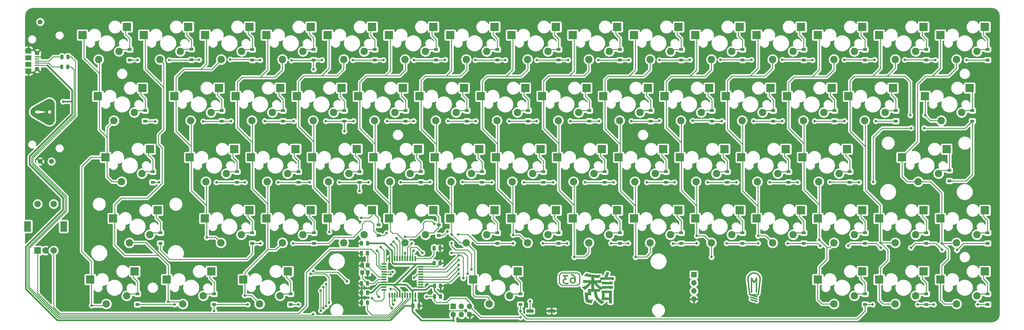
<source format=gbl>
G04 #@! TF.GenerationSoftware,KiCad,Pcbnew,(5.99.0-208-ga1d3f3486)*
G04 #@! TF.CreationDate,2020-08-15T19:48:29+07:00*
G04 #@! TF.ProjectId,pheromone_ansi,70686572-6f6d-46f6-9e65-5f616e73692e,rev?*
G04 #@! TF.SameCoordinates,Original*
G04 #@! TF.FileFunction,Copper,L2,Bot*
G04 #@! TF.FilePolarity,Positive*
%FSLAX46Y46*%
G04 Gerber Fmt 4.6, Leading zero omitted, Abs format (unit mm)*
G04 Created by KiCad (PCBNEW (5.99.0-208-ga1d3f3486)) date 2020-08-15 19:48:29*
%MOMM*%
%LPD*%
G04 APERTURE LIST*
%ADD10C,0.010000*%
%ADD11R,2.550000X2.500000*%
%ADD12C,2.286000*%
%ADD13R,1.500000X0.550000*%
%ADD14R,0.550000X1.500000*%
%ADD15C,0.100000*%
%ADD16C,0.975000*%
%ADD17R,1.200000X1.400000*%
%ADD18O,1.700000X1.700000*%
%ADD19R,1.700000X1.700000*%
%ADD20R,2.000000X2.000000*%
%ADD21C,2.000000*%
%ADD22R,2.000000X3.200000*%
%ADD23R,1.200000X0.900000*%
%ADD24R,1.900000X1.200000*%
%ADD25O,1.900000X1.200000*%
%ADD26R,1.900000X1.500000*%
%ADD27C,1.450000*%
%ADD28R,1.350000X0.400000*%
%ADD29C,1.500000*%
%ADD30R,2.160000X1.120000*%
%ADD31C,0.800000*%
%ADD32C,0.250000*%
%ADD33C,0.254000*%
%ADD34C,0.406400*%
%ADD35C,0.508000*%
G04 APERTURE END LIST*
D10*
G36*
X40362294Y-78746843D02*
G01*
X40547161Y-78640018D01*
X40735932Y-78530992D01*
X40927314Y-78420513D01*
X41120013Y-78309326D01*
X41312734Y-78198179D01*
X41504183Y-78087817D01*
X41693066Y-77978988D01*
X41878089Y-77872438D01*
X42057957Y-77768913D01*
X42231376Y-77669161D01*
X42397053Y-77573926D01*
X42553692Y-77483957D01*
X42700000Y-77400000D01*
X42834682Y-77322800D01*
X42956444Y-77253105D01*
X43063992Y-77191661D01*
X43156032Y-77139215D01*
X43231269Y-77096513D01*
X43288409Y-77064302D01*
X43326158Y-77043329D01*
X43343222Y-77034338D01*
X43352483Y-77030314D01*
X43517816Y-76967330D01*
X43678553Y-76924371D01*
X43842688Y-76899748D01*
X44018219Y-76891773D01*
X44061516Y-76892247D01*
X44094419Y-76894975D01*
X44264620Y-76909084D01*
X44459481Y-76949913D01*
X44645714Y-77014576D01*
X44822931Y-77102918D01*
X44990747Y-77214781D01*
X45148775Y-77350010D01*
X45155414Y-77356415D01*
X45293959Y-77507724D01*
X45410328Y-77671270D01*
X45504263Y-77846574D01*
X45575507Y-78033158D01*
X45623803Y-78230547D01*
X45625361Y-78241209D01*
X45627311Y-78261684D01*
X45629106Y-78290124D01*
X45630754Y-78327498D01*
X45632260Y-78374774D01*
X45633631Y-78432920D01*
X45634874Y-78502905D01*
X45635997Y-78585698D01*
X45637005Y-78682268D01*
X45637904Y-78793583D01*
X45638703Y-78920611D01*
X45639408Y-79064322D01*
X45640024Y-79225684D01*
X45640560Y-79405665D01*
X45641021Y-79605235D01*
X45641414Y-79825361D01*
X45641747Y-80067013D01*
X45642025Y-80331159D01*
X45642255Y-80618768D01*
X45642445Y-80930808D01*
X45642585Y-81178858D01*
X45642762Y-81467584D01*
X45642914Y-81732858D01*
X45643013Y-81975761D01*
X45643030Y-82197378D01*
X45642938Y-82398790D01*
X45642709Y-82581081D01*
X45642314Y-82745333D01*
X45641725Y-82892630D01*
X45640914Y-83024054D01*
X45639854Y-83140688D01*
X45638515Y-83243614D01*
X45636871Y-83333917D01*
X45634893Y-83412677D01*
X45632552Y-83480980D01*
X45629822Y-83539906D01*
X45626673Y-83590539D01*
X45623078Y-83633963D01*
X45619008Y-83671259D01*
X45614436Y-83703510D01*
X45609333Y-83731800D01*
X45603672Y-83757211D01*
X45597424Y-83780826D01*
X45590561Y-83803728D01*
X45583055Y-83827000D01*
X45574878Y-83851724D01*
X45566002Y-83878984D01*
X45509461Y-84028822D01*
X45419925Y-84203178D01*
X45310027Y-84364634D01*
X45181434Y-84511538D01*
X45035817Y-84642236D01*
X44874846Y-84755077D01*
X44700190Y-84848409D01*
X44513519Y-84920577D01*
X44451949Y-84939736D01*
X44380277Y-84960072D01*
X44316920Y-84974524D01*
X44255140Y-84984065D01*
X44188197Y-84989667D01*
X44109353Y-84992302D01*
X44011869Y-84992943D01*
X43982545Y-84992906D01*
X43903331Y-84992254D01*
X43841619Y-84990358D01*
X43791397Y-84986654D01*
X43746654Y-84980582D01*
X43701376Y-84971578D01*
X43649553Y-84959082D01*
X43554742Y-84933412D01*
X43466171Y-84904545D01*
X43382836Y-84871032D01*
X43294295Y-84829052D01*
X43285535Y-84824505D01*
X43249891Y-84805065D01*
X43194594Y-84774164D01*
X43120948Y-84732557D01*
X43030253Y-84680998D01*
X42923812Y-84620240D01*
X42802927Y-84551039D01*
X42668899Y-84474147D01*
X42523032Y-84390321D01*
X42366626Y-84300313D01*
X42200984Y-84204878D01*
X42027408Y-84104771D01*
X41847200Y-84000745D01*
X41661661Y-83893554D01*
X41472094Y-83783954D01*
X41279801Y-83672698D01*
X41086084Y-83560540D01*
X40892245Y-83448235D01*
X40699585Y-83336537D01*
X40509407Y-83226200D01*
X40323013Y-83117979D01*
X40141704Y-83012627D01*
X39966784Y-82910899D01*
X39799553Y-82813548D01*
X39641314Y-82721330D01*
X39493368Y-82634999D01*
X39357018Y-82555308D01*
X39233566Y-82483013D01*
X39124314Y-82418866D01*
X39030564Y-82363623D01*
X38953617Y-82318038D01*
X38894776Y-82282864D01*
X38855342Y-82258857D01*
X38836619Y-82246770D01*
X38764975Y-82190224D01*
X38624407Y-82056218D01*
X38500375Y-81905060D01*
X38394850Y-81739656D01*
X38309803Y-81562911D01*
X38247203Y-81377729D01*
X38232486Y-81319611D01*
X38204694Y-81172128D01*
X38191994Y-81024487D01*
X38192695Y-80935043D01*
X39580111Y-80935043D01*
X39587852Y-81040009D01*
X39616474Y-81142649D01*
X39666519Y-81239812D01*
X39738527Y-81328346D01*
X39741722Y-81331507D01*
X39813152Y-81389235D01*
X39896314Y-81436616D01*
X39984613Y-81471050D01*
X40071453Y-81489935D01*
X40150239Y-81490672D01*
X40161298Y-81489192D01*
X40198189Y-81484056D01*
X40256247Y-81475858D01*
X40333268Y-81464915D01*
X40427044Y-81451545D01*
X40535373Y-81436065D01*
X40656047Y-81418792D01*
X40786862Y-81400043D01*
X40925613Y-81380136D01*
X41070094Y-81359388D01*
X41218099Y-81338116D01*
X41367425Y-81316637D01*
X41515865Y-81295269D01*
X41661214Y-81274329D01*
X41801268Y-81254133D01*
X41933819Y-81235001D01*
X42056665Y-81217247D01*
X42167598Y-81201191D01*
X42264414Y-81187149D01*
X42344908Y-81175438D01*
X42406874Y-81166376D01*
X42448107Y-81160280D01*
X42466401Y-81157467D01*
X42470024Y-81156751D01*
X42515231Y-81137124D01*
X42560764Y-81101804D01*
X42598646Y-81058212D01*
X42620896Y-81013771D01*
X42628726Y-80977683D01*
X43527565Y-80977683D01*
X43544767Y-81087113D01*
X43585431Y-81195409D01*
X43637804Y-81280032D01*
X43714119Y-81362404D01*
X43804698Y-81428434D01*
X43905784Y-81476390D01*
X44013623Y-81504543D01*
X44124457Y-81511162D01*
X44234533Y-81494516D01*
X44305863Y-81469828D01*
X44405303Y-81414559D01*
X44492831Y-81340428D01*
X44565348Y-81250813D01*
X44619756Y-81149089D01*
X44652956Y-81038633D01*
X44654661Y-81029497D01*
X44662398Y-80977886D01*
X44663851Y-80933551D01*
X44658708Y-80885949D01*
X44646659Y-80824536D01*
X44620678Y-80739518D01*
X44568378Y-80639125D01*
X44497765Y-80551381D01*
X44411951Y-80478807D01*
X44314047Y-80423924D01*
X44207166Y-80389251D01*
X44094419Y-80377308D01*
X44036192Y-80380343D01*
X43925215Y-80403172D01*
X43824474Y-80446126D01*
X43735622Y-80506549D01*
X43660312Y-80581783D01*
X43600199Y-80669171D01*
X43556934Y-80766055D01*
X43532171Y-80869778D01*
X43527565Y-80977683D01*
X42628726Y-80977683D01*
X42630472Y-80969636D01*
X42630557Y-80914570D01*
X42613808Y-80859824D01*
X42605348Y-80841712D01*
X42568149Y-80787556D01*
X42518672Y-80751007D01*
X42503035Y-80747034D01*
X42463768Y-80739615D01*
X42402956Y-80729173D01*
X42322449Y-80715995D01*
X42224099Y-80700370D01*
X42109756Y-80682585D01*
X41981272Y-80662928D01*
X41840497Y-80641686D01*
X41689283Y-80619148D01*
X41529481Y-80595600D01*
X41362942Y-80571332D01*
X41227186Y-80551666D01*
X41031296Y-80523365D01*
X40857961Y-80498518D01*
X40705597Y-80477001D01*
X40572622Y-80458691D01*
X40457453Y-80443464D01*
X40358506Y-80431198D01*
X40274199Y-80421769D01*
X40202948Y-80415052D01*
X40143170Y-80410926D01*
X40093282Y-80409266D01*
X40051701Y-80409949D01*
X40016844Y-80412852D01*
X39987127Y-80417850D01*
X39960969Y-80424822D01*
X39936785Y-80433642D01*
X39912992Y-80444189D01*
X39888008Y-80456338D01*
X39835730Y-80485642D01*
X39747164Y-80554960D01*
X39676779Y-80637711D01*
X39625115Y-80730743D01*
X39592712Y-80830904D01*
X39580111Y-80935043D01*
X38192695Y-80935043D01*
X38193239Y-80865797D01*
X38201303Y-80758972D01*
X38233712Y-80563233D01*
X38289095Y-80376613D01*
X38368234Y-80196741D01*
X38471911Y-80021247D01*
X38484797Y-80002702D01*
X38539643Y-79933344D01*
X38608188Y-79857043D01*
X38684788Y-79779354D01*
X38763799Y-79705834D01*
X38839574Y-79642039D01*
X38906469Y-79593525D01*
X38919592Y-79585390D01*
X38956648Y-79563197D01*
X39013139Y-79529846D01*
X39087773Y-79486082D01*
X39179253Y-79432653D01*
X39286287Y-79370305D01*
X39407580Y-79299784D01*
X39541837Y-79221837D01*
X39687764Y-79137211D01*
X39844068Y-79046652D01*
X40009454Y-78950907D01*
X40093282Y-78902410D01*
X40182627Y-78850722D01*
X40362294Y-78746843D01*
X40362294Y-78746843D01*
G37*
X40362294Y-78746843D02*
X40547161Y-78640018D01*
X40735932Y-78530992D01*
X40927314Y-78420513D01*
X41120013Y-78309326D01*
X41312734Y-78198179D01*
X41504183Y-78087817D01*
X41693066Y-77978988D01*
X41878089Y-77872438D01*
X42057957Y-77768913D01*
X42231376Y-77669161D01*
X42397053Y-77573926D01*
X42553692Y-77483957D01*
X42700000Y-77400000D01*
X42834682Y-77322800D01*
X42956444Y-77253105D01*
X43063992Y-77191661D01*
X43156032Y-77139215D01*
X43231269Y-77096513D01*
X43288409Y-77064302D01*
X43326158Y-77043329D01*
X43343222Y-77034338D01*
X43352483Y-77030314D01*
X43517816Y-76967330D01*
X43678553Y-76924371D01*
X43842688Y-76899748D01*
X44018219Y-76891773D01*
X44061516Y-76892247D01*
X44094419Y-76894975D01*
X44264620Y-76909084D01*
X44459481Y-76949913D01*
X44645714Y-77014576D01*
X44822931Y-77102918D01*
X44990747Y-77214781D01*
X45148775Y-77350010D01*
X45155414Y-77356415D01*
X45293959Y-77507724D01*
X45410328Y-77671270D01*
X45504263Y-77846574D01*
X45575507Y-78033158D01*
X45623803Y-78230547D01*
X45625361Y-78241209D01*
X45627311Y-78261684D01*
X45629106Y-78290124D01*
X45630754Y-78327498D01*
X45632260Y-78374774D01*
X45633631Y-78432920D01*
X45634874Y-78502905D01*
X45635997Y-78585698D01*
X45637005Y-78682268D01*
X45637904Y-78793583D01*
X45638703Y-78920611D01*
X45639408Y-79064322D01*
X45640024Y-79225684D01*
X45640560Y-79405665D01*
X45641021Y-79605235D01*
X45641414Y-79825361D01*
X45641747Y-80067013D01*
X45642025Y-80331159D01*
X45642255Y-80618768D01*
X45642445Y-80930808D01*
X45642585Y-81178858D01*
X45642762Y-81467584D01*
X45642914Y-81732858D01*
X45643013Y-81975761D01*
X45643030Y-82197378D01*
X45642938Y-82398790D01*
X45642709Y-82581081D01*
X45642314Y-82745333D01*
X45641725Y-82892630D01*
X45640914Y-83024054D01*
X45639854Y-83140688D01*
X45638515Y-83243614D01*
X45636871Y-83333917D01*
X45634893Y-83412677D01*
X45632552Y-83480980D01*
X45629822Y-83539906D01*
X45626673Y-83590539D01*
X45623078Y-83633963D01*
X45619008Y-83671259D01*
X45614436Y-83703510D01*
X45609333Y-83731800D01*
X45603672Y-83757211D01*
X45597424Y-83780826D01*
X45590561Y-83803728D01*
X45583055Y-83827000D01*
X45574878Y-83851724D01*
X45566002Y-83878984D01*
X45509461Y-84028822D01*
X45419925Y-84203178D01*
X45310027Y-84364634D01*
X45181434Y-84511538D01*
X45035817Y-84642236D01*
X44874846Y-84755077D01*
X44700190Y-84848409D01*
X44513519Y-84920577D01*
X44451949Y-84939736D01*
X44380277Y-84960072D01*
X44316920Y-84974524D01*
X44255140Y-84984065D01*
X44188197Y-84989667D01*
X44109353Y-84992302D01*
X44011869Y-84992943D01*
X43982545Y-84992906D01*
X43903331Y-84992254D01*
X43841619Y-84990358D01*
X43791397Y-84986654D01*
X43746654Y-84980582D01*
X43701376Y-84971578D01*
X43649553Y-84959082D01*
X43554742Y-84933412D01*
X43466171Y-84904545D01*
X43382836Y-84871032D01*
X43294295Y-84829052D01*
X43285535Y-84824505D01*
X43249891Y-84805065D01*
X43194594Y-84774164D01*
X43120948Y-84732557D01*
X43030253Y-84680998D01*
X42923812Y-84620240D01*
X42802927Y-84551039D01*
X42668899Y-84474147D01*
X42523032Y-84390321D01*
X42366626Y-84300313D01*
X42200984Y-84204878D01*
X42027408Y-84104771D01*
X41847200Y-84000745D01*
X41661661Y-83893554D01*
X41472094Y-83783954D01*
X41279801Y-83672698D01*
X41086084Y-83560540D01*
X40892245Y-83448235D01*
X40699585Y-83336537D01*
X40509407Y-83226200D01*
X40323013Y-83117979D01*
X40141704Y-83012627D01*
X39966784Y-82910899D01*
X39799553Y-82813548D01*
X39641314Y-82721330D01*
X39493368Y-82634999D01*
X39357018Y-82555308D01*
X39233566Y-82483013D01*
X39124314Y-82418866D01*
X39030564Y-82363623D01*
X38953617Y-82318038D01*
X38894776Y-82282864D01*
X38855342Y-82258857D01*
X38836619Y-82246770D01*
X38764975Y-82190224D01*
X38624407Y-82056218D01*
X38500375Y-81905060D01*
X38394850Y-81739656D01*
X38309803Y-81562911D01*
X38247203Y-81377729D01*
X38232486Y-81319611D01*
X38204694Y-81172128D01*
X38191994Y-81024487D01*
X38192695Y-80935043D01*
X39580111Y-80935043D01*
X39587852Y-81040009D01*
X39616474Y-81142649D01*
X39666519Y-81239812D01*
X39738527Y-81328346D01*
X39741722Y-81331507D01*
X39813152Y-81389235D01*
X39896314Y-81436616D01*
X39984613Y-81471050D01*
X40071453Y-81489935D01*
X40150239Y-81490672D01*
X40161298Y-81489192D01*
X40198189Y-81484056D01*
X40256247Y-81475858D01*
X40333268Y-81464915D01*
X40427044Y-81451545D01*
X40535373Y-81436065D01*
X40656047Y-81418792D01*
X40786862Y-81400043D01*
X40925613Y-81380136D01*
X41070094Y-81359388D01*
X41218099Y-81338116D01*
X41367425Y-81316637D01*
X41515865Y-81295269D01*
X41661214Y-81274329D01*
X41801268Y-81254133D01*
X41933819Y-81235001D01*
X42056665Y-81217247D01*
X42167598Y-81201191D01*
X42264414Y-81187149D01*
X42344908Y-81175438D01*
X42406874Y-81166376D01*
X42448107Y-81160280D01*
X42466401Y-81157467D01*
X42470024Y-81156751D01*
X42515231Y-81137124D01*
X42560764Y-81101804D01*
X42598646Y-81058212D01*
X42620896Y-81013771D01*
X42628726Y-80977683D01*
X43527565Y-80977683D01*
X43544767Y-81087113D01*
X43585431Y-81195409D01*
X43637804Y-81280032D01*
X43714119Y-81362404D01*
X43804698Y-81428434D01*
X43905784Y-81476390D01*
X44013623Y-81504543D01*
X44124457Y-81511162D01*
X44234533Y-81494516D01*
X44305863Y-81469828D01*
X44405303Y-81414559D01*
X44492831Y-81340428D01*
X44565348Y-81250813D01*
X44619756Y-81149089D01*
X44652956Y-81038633D01*
X44654661Y-81029497D01*
X44662398Y-80977886D01*
X44663851Y-80933551D01*
X44658708Y-80885949D01*
X44646659Y-80824536D01*
X44620678Y-80739518D01*
X44568378Y-80639125D01*
X44497765Y-80551381D01*
X44411951Y-80478807D01*
X44314047Y-80423924D01*
X44207166Y-80389251D01*
X44094419Y-80377308D01*
X44036192Y-80380343D01*
X43925215Y-80403172D01*
X43824474Y-80446126D01*
X43735622Y-80506549D01*
X43660312Y-80581783D01*
X43600199Y-80669171D01*
X43556934Y-80766055D01*
X43532171Y-80869778D01*
X43527565Y-80977683D01*
X42628726Y-80977683D01*
X42630472Y-80969636D01*
X42630557Y-80914570D01*
X42613808Y-80859824D01*
X42605348Y-80841712D01*
X42568149Y-80787556D01*
X42518672Y-80751007D01*
X42503035Y-80747034D01*
X42463768Y-80739615D01*
X42402956Y-80729173D01*
X42322449Y-80715995D01*
X42224099Y-80700370D01*
X42109756Y-80682585D01*
X41981272Y-80662928D01*
X41840497Y-80641686D01*
X41689283Y-80619148D01*
X41529481Y-80595600D01*
X41362942Y-80571332D01*
X41227186Y-80551666D01*
X41031296Y-80523365D01*
X40857961Y-80498518D01*
X40705597Y-80477001D01*
X40572622Y-80458691D01*
X40457453Y-80443464D01*
X40358506Y-80431198D01*
X40274199Y-80421769D01*
X40202948Y-80415052D01*
X40143170Y-80410926D01*
X40093282Y-80409266D01*
X40051701Y-80409949D01*
X40016844Y-80412852D01*
X39987127Y-80417850D01*
X39960969Y-80424822D01*
X39936785Y-80433642D01*
X39912992Y-80444189D01*
X39888008Y-80456338D01*
X39835730Y-80485642D01*
X39747164Y-80554960D01*
X39676779Y-80637711D01*
X39625115Y-80730743D01*
X39592712Y-80830904D01*
X39580111Y-80935043D01*
X38192695Y-80935043D01*
X38193239Y-80865797D01*
X38201303Y-80758972D01*
X38233712Y-80563233D01*
X38289095Y-80376613D01*
X38368234Y-80196741D01*
X38471911Y-80021247D01*
X38484797Y-80002702D01*
X38539643Y-79933344D01*
X38608188Y-79857043D01*
X38684788Y-79779354D01*
X38763799Y-79705834D01*
X38839574Y-79642039D01*
X38906469Y-79593525D01*
X38919592Y-79585390D01*
X38956648Y-79563197D01*
X39013139Y-79529846D01*
X39087773Y-79486082D01*
X39179253Y-79432653D01*
X39286287Y-79370305D01*
X39407580Y-79299784D01*
X39541837Y-79221837D01*
X39687764Y-79137211D01*
X39844068Y-79046652D01*
X40009454Y-78950907D01*
X40093282Y-78902410D01*
X40182627Y-78850722D01*
X40362294Y-78746843D01*
G36*
X215620869Y-136273634D02*
G01*
X215519976Y-136384006D01*
X215482852Y-136426963D01*
X215334688Y-136317331D01*
X215312369Y-136300887D01*
X215261754Y-136264149D01*
X215219953Y-136234580D01*
X215190804Y-136214867D01*
X215178145Y-136207700D01*
X215177470Y-136208992D01*
X215175738Y-136228661D01*
X215174573Y-136269595D01*
X215173996Y-136328672D01*
X215174024Y-136402765D01*
X215174674Y-136488751D01*
X215175966Y-136583504D01*
X215182166Y-136959309D01*
X215130108Y-136951684D01*
X215060085Y-136942865D01*
X214963199Y-136933383D01*
X214853050Y-136924715D01*
X214736054Y-136917266D01*
X214618625Y-136911439D01*
X214507177Y-136907636D01*
X214408125Y-136906263D01*
X214170000Y-136906200D01*
X214170000Y-136944545D01*
X214170511Y-136972322D01*
X214173225Y-137031924D01*
X214177891Y-137106203D01*
X214184073Y-137190154D01*
X214191336Y-137278775D01*
X214199242Y-137367061D01*
X214207356Y-137450008D01*
X214215242Y-137522613D01*
X214222464Y-137579871D01*
X214228586Y-137616781D01*
X214228734Y-137617464D01*
X214273402Y-137791665D01*
X214334358Y-137979749D01*
X214409939Y-138177650D01*
X214498484Y-138381301D01*
X214598331Y-138586637D01*
X214707819Y-138789590D01*
X214792088Y-138924210D01*
X214913707Y-139082752D01*
X215055928Y-139234024D01*
X215219912Y-139379129D01*
X215406817Y-139519167D01*
X215617800Y-139655243D01*
X215733275Y-139723053D01*
X215850371Y-139787246D01*
X215964411Y-139844073D01*
X216082347Y-139896804D01*
X216211129Y-139948705D01*
X216357711Y-140003045D01*
X216630426Y-140100949D01*
X216345531Y-140291099D01*
X216269656Y-140342648D01*
X216168713Y-140413940D01*
X216072075Y-140485130D01*
X215982594Y-140553959D01*
X215903121Y-140618165D01*
X215836508Y-140675490D01*
X215785606Y-140723674D01*
X215753266Y-140760457D01*
X215753168Y-140760592D01*
X215732766Y-140783061D01*
X215716349Y-140792400D01*
X215708684Y-140789961D01*
X215681054Y-140775364D01*
X215637953Y-140749488D01*
X215582674Y-140714521D01*
X215518508Y-140672647D01*
X215448751Y-140626053D01*
X215376693Y-140576923D01*
X215305628Y-140527444D01*
X215238850Y-140479801D01*
X215179650Y-140436179D01*
X215169500Y-140428510D01*
X215094438Y-140370496D01*
X215011981Y-140304950D01*
X214931446Y-140239356D01*
X214862150Y-140181197D01*
X214831322Y-140154403D01*
X214751647Y-140082556D01*
X214665434Y-140001740D01*
X214575872Y-139915188D01*
X214486151Y-139826131D01*
X214399459Y-139737800D01*
X214318986Y-139653428D01*
X214247922Y-139576244D01*
X214189455Y-139509481D01*
X214146776Y-139456371D01*
X214119196Y-139418841D01*
X213991008Y-139229310D01*
X213871810Y-139028300D01*
X213764816Y-138821922D01*
X213673240Y-138616286D01*
X213600295Y-138417500D01*
X213588558Y-138378025D01*
X213570778Y-138311326D01*
X213550360Y-138229322D01*
X213528507Y-138137314D01*
X213506425Y-138040599D01*
X213485321Y-137944476D01*
X213466400Y-137854245D01*
X213450867Y-137775203D01*
X213439928Y-137712650D01*
X213436297Y-137689727D01*
X213424491Y-137617325D01*
X213412211Y-137544511D01*
X213401597Y-137484050D01*
X213398225Y-137464876D01*
X213385684Y-137385774D01*
X213372342Y-137291626D01*
X213359240Y-137190369D01*
X213347418Y-137089939D01*
X213337918Y-136998275D01*
X213329223Y-136906200D01*
X212828862Y-136906200D01*
X212795945Y-136906209D01*
X212688182Y-136906373D01*
X212589566Y-136906725D01*
X212502806Y-136907241D01*
X212430611Y-136907898D01*
X212375689Y-136908673D01*
X212340749Y-136909543D01*
X212328500Y-136910485D01*
X212328997Y-136920761D01*
X212332246Y-136956891D01*
X212338135Y-137012384D01*
X212346205Y-137083494D01*
X212355999Y-137166471D01*
X212367060Y-137257568D01*
X212378930Y-137353037D01*
X212391151Y-137449131D01*
X212403265Y-137542100D01*
X212414816Y-137628199D01*
X212425345Y-137703677D01*
X212436065Y-137779613D01*
X212446976Y-137859442D01*
X212455913Y-137927674D01*
X212462447Y-137980924D01*
X212466149Y-138015811D01*
X212466590Y-138028950D01*
X212456195Y-138029279D01*
X212425115Y-138027019D01*
X212378669Y-138022366D01*
X212322150Y-138015802D01*
X212207484Y-138003747D01*
X212056609Y-137992502D01*
X211898722Y-137984969D01*
X211743701Y-137981600D01*
X211601425Y-137982847D01*
X211573004Y-137983656D01*
X211508599Y-137985818D01*
X211464435Y-137988306D01*
X211436707Y-137991760D01*
X211421612Y-137996818D01*
X211415344Y-138004118D01*
X211414100Y-138014300D01*
X211414160Y-138016598D01*
X211416534Y-138043258D01*
X211422042Y-138091193D01*
X211430231Y-138157134D01*
X211440649Y-138237813D01*
X211452844Y-138329964D01*
X211466365Y-138430317D01*
X211480758Y-138535606D01*
X211495573Y-138642561D01*
X211510356Y-138747916D01*
X211524656Y-138848403D01*
X211538020Y-138940753D01*
X211549997Y-139021698D01*
X211560135Y-139087972D01*
X211567980Y-139136306D01*
X211573082Y-139163431D01*
X211586377Y-139215357D01*
X211603323Y-139261898D01*
X211626386Y-139301637D01*
X211660104Y-139342174D01*
X211709015Y-139391110D01*
X211723438Y-139404735D01*
X211782620Y-139454243D01*
X211838720Y-139487465D01*
X211900356Y-139508622D01*
X211976148Y-139521935D01*
X212010969Y-139524928D01*
X212082768Y-139526737D01*
X212173475Y-139525357D01*
X212279308Y-139520996D01*
X212396484Y-139513862D01*
X212521223Y-139504162D01*
X212649743Y-139492104D01*
X212778263Y-139477896D01*
X212804701Y-139474757D01*
X212881249Y-139465931D01*
X212947587Y-139458666D01*
X212999964Y-139453348D01*
X213034631Y-139450366D01*
X213047838Y-139450104D01*
X213046128Y-139454750D01*
X213033677Y-139477955D01*
X213010800Y-139517869D01*
X212979282Y-139571437D01*
X212940912Y-139635602D01*
X212897475Y-139707308D01*
X212871132Y-139750825D01*
X212798472Y-139874897D01*
X212739864Y-139982337D01*
X212694108Y-140075710D01*
X212660006Y-140157583D01*
X212636358Y-140230524D01*
X212621965Y-140297100D01*
X212612603Y-140350165D01*
X212598388Y-140419902D01*
X212584048Y-140481250D01*
X212561202Y-140570150D01*
X212516375Y-140567548D01*
X212508498Y-140566933D01*
X212462432Y-140560565D01*
X212396291Y-140548606D01*
X212313637Y-140531898D01*
X212218030Y-140511284D01*
X212113034Y-140487606D01*
X212002209Y-140461707D01*
X211889118Y-140434430D01*
X211777321Y-140406616D01*
X211670380Y-140379109D01*
X211571858Y-140352751D01*
X211485315Y-140328384D01*
X211414313Y-140306851D01*
X211379534Y-140295657D01*
X211293120Y-140266527D01*
X211224185Y-140239967D01*
X211167507Y-140212894D01*
X211117868Y-140182222D01*
X211070049Y-140144868D01*
X211018830Y-140097746D01*
X210958993Y-140037774D01*
X210916023Y-139992873D01*
X210857085Y-139926957D01*
X210815533Y-139873965D01*
X210792584Y-139835377D01*
X210766619Y-139770242D01*
X210719383Y-139608643D01*
X210696617Y-139446200D01*
X210693395Y-139404116D01*
X210686810Y-139332217D01*
X210678232Y-139247971D01*
X210668409Y-139158656D01*
X210658090Y-139071550D01*
X210651012Y-139011736D01*
X210642301Y-138934008D01*
X210632219Y-138840972D01*
X210621001Y-138735013D01*
X210608880Y-138618518D01*
X210596092Y-138493875D01*
X210582871Y-138363469D01*
X210569451Y-138229688D01*
X210556068Y-138094918D01*
X210542957Y-137961546D01*
X210530350Y-137831959D01*
X210518485Y-137708542D01*
X210507594Y-137593684D01*
X210497912Y-137489770D01*
X210489675Y-137399188D01*
X210483117Y-137324323D01*
X210478472Y-137267564D01*
X210475976Y-137231295D01*
X210475862Y-137217905D01*
X210475915Y-137217858D01*
X210490458Y-137217215D01*
X210524970Y-137219556D01*
X210574355Y-137224444D01*
X210633519Y-137231440D01*
X210648079Y-137233124D01*
X210700910Y-137237760D01*
X210768945Y-137242220D01*
X210848804Y-137246419D01*
X210937106Y-137250269D01*
X211030468Y-137253685D01*
X211125510Y-137256579D01*
X211218850Y-137258865D01*
X211307107Y-137260458D01*
X211386900Y-137261269D01*
X211454847Y-137261213D01*
X211507567Y-137260204D01*
X211541679Y-137258155D01*
X211553800Y-137254978D01*
X211553171Y-137246469D01*
X211550483Y-137214873D01*
X211545893Y-137162517D01*
X211539632Y-137091998D01*
X211531933Y-137005910D01*
X211523026Y-136906849D01*
X211513144Y-136797410D01*
X211502518Y-136680188D01*
X211494513Y-136591172D01*
X211484746Y-136479906D01*
X211476113Y-136378517D01*
X211468819Y-136289575D01*
X211463069Y-136215648D01*
X211459067Y-136159304D01*
X211457017Y-136123113D01*
X211457123Y-136109643D01*
X211469366Y-136108556D01*
X211503186Y-136108954D01*
X211554386Y-136110827D01*
X211618841Y-136114022D01*
X211692429Y-136118385D01*
X211743670Y-136121305D01*
X211827840Y-136125017D01*
X211919899Y-136128054D01*
X212016151Y-136130389D01*
X212112900Y-136131991D01*
X212206447Y-136132834D01*
X212293097Y-136132887D01*
X212369151Y-136132122D01*
X212430914Y-136130511D01*
X212474688Y-136128024D01*
X212496775Y-136124633D01*
X212499607Y-136123102D01*
X212503506Y-136118391D01*
X212506844Y-136109294D01*
X212509662Y-136094060D01*
X212512005Y-136070937D01*
X212513912Y-136038175D01*
X212515428Y-135994022D01*
X212516593Y-135936728D01*
X212517451Y-135864540D01*
X212518042Y-135775708D01*
X212518411Y-135668481D01*
X212518598Y-135541107D01*
X212518646Y-135391836D01*
X212518597Y-135218916D01*
X212518589Y-135202555D01*
X212518465Y-135031504D01*
X212518244Y-134884054D01*
X212517890Y-134758552D01*
X212517364Y-134653347D01*
X212516628Y-134566784D01*
X212515644Y-134497213D01*
X212514376Y-134442980D01*
X212512784Y-134402433D01*
X212510832Y-134373920D01*
X212508481Y-134355787D01*
X212505694Y-134346383D01*
X212502432Y-134344054D01*
X212498658Y-134347150D01*
X212489571Y-134359610D01*
X212466997Y-134391381D01*
X212433912Y-134438354D01*
X212392512Y-134497406D01*
X212344988Y-134565412D01*
X212293537Y-134639250D01*
X212256703Y-134692015D01*
X212183435Y-134795429D01*
X212118420Y-134884154D01*
X212057837Y-134962760D01*
X211997867Y-135035817D01*
X211934688Y-135107895D01*
X211864479Y-135183565D01*
X211783421Y-135267396D01*
X211687693Y-135363958D01*
X211583106Y-135467915D01*
X211479962Y-135568315D01*
X211386180Y-135656735D01*
X211297699Y-135736755D01*
X211210459Y-135811953D01*
X211120398Y-135885908D01*
X211023456Y-135962198D01*
X210915572Y-136044403D01*
X210873370Y-136076224D01*
X210796027Y-136134778D01*
X210721470Y-136191501D01*
X210654085Y-136243044D01*
X210598257Y-136286058D01*
X210558372Y-136317193D01*
X210527164Y-136341572D01*
X210488527Y-136370803D01*
X210460551Y-136390793D01*
X210447799Y-136398200D01*
X210443996Y-136395266D01*
X210426783Y-136376055D01*
X210398710Y-136341892D01*
X210362607Y-136296256D01*
X210321302Y-136242625D01*
X210286579Y-136198078D01*
X210184039Y-136077547D01*
X210067048Y-135955191D01*
X209932726Y-135828097D01*
X209778188Y-135693350D01*
X209612399Y-135553650D01*
X209767125Y-135505190D01*
X209818854Y-135488959D01*
X209922130Y-135456238D01*
X210008137Y-135428281D01*
X210081779Y-135403290D01*
X210147963Y-135379469D01*
X210211592Y-135355017D01*
X210277571Y-135328139D01*
X210350806Y-135297034D01*
X210436200Y-135259906D01*
X210580391Y-135195156D01*
X210708440Y-135133644D01*
X210821446Y-135074350D01*
X210924098Y-135014684D01*
X211021085Y-134952058D01*
X211117099Y-134883880D01*
X211120740Y-134881174D01*
X211193821Y-134822796D01*
X211278191Y-134749008D01*
X211369539Y-134664023D01*
X211463553Y-134572052D01*
X211555923Y-134477308D01*
X211642336Y-134384003D01*
X211718482Y-134296350D01*
X211738043Y-134272895D01*
X213369900Y-134272895D01*
X213369900Y-136144200D01*
X214084275Y-136142726D01*
X214176351Y-136142502D01*
X214304323Y-136142074D01*
X214423334Y-136141540D01*
X214531036Y-136140918D01*
X214625079Y-136140225D01*
X214703115Y-136139481D01*
X214762796Y-136138702D01*
X214801774Y-136137908D01*
X214817700Y-136137115D01*
X214823794Y-136136117D01*
X214853131Y-136132802D01*
X214897874Y-136128667D01*
X214951050Y-136124378D01*
X215065350Y-136115780D01*
X214963750Y-136020319D01*
X214955417Y-136012553D01*
X214914814Y-135975601D01*
X214859327Y-135926026D01*
X214792398Y-135866859D01*
X214717466Y-135801133D01*
X214637970Y-135731879D01*
X214557350Y-135662129D01*
X214474436Y-135590168D01*
X214339701Y-135470335D01*
X214220406Y-135359462D01*
X214113203Y-135253803D01*
X214014746Y-135149612D01*
X213921689Y-135043144D01*
X213830684Y-134930651D01*
X213738384Y-134808389D01*
X213641442Y-134672611D01*
X213536513Y-134519572D01*
X213369900Y-134272895D01*
X211738043Y-134272895D01*
X211824398Y-134169350D01*
X211450974Y-134165459D01*
X211275723Y-134164844D01*
X210941015Y-134170398D01*
X210596405Y-134184945D01*
X210235060Y-134208727D01*
X210215995Y-134210170D01*
X210139569Y-134215618D01*
X210073023Y-134219831D01*
X210020214Y-134222602D01*
X209985003Y-134223721D01*
X209971248Y-134222980D01*
X209970596Y-134214393D01*
X209973046Y-134185058D01*
X209978699Y-134140261D01*
X209986933Y-134085454D01*
X209993387Y-134037555D01*
X210001290Y-133943462D01*
X210005481Y-133838739D01*
X210005977Y-133730540D01*
X210002793Y-133626020D01*
X209995948Y-133532331D01*
X209985458Y-133456628D01*
X209983209Y-133444578D01*
X209975904Y-133399566D01*
X209972264Y-133366530D01*
X209973053Y-133351913D01*
X209982068Y-133351250D01*
X210013851Y-133351959D01*
X210065666Y-133354236D01*
X210134560Y-133357921D01*
X210217582Y-133362855D01*
X210311781Y-133368877D01*
X210414205Y-133375827D01*
X210442629Y-133377794D01*
X210535750Y-133383963D01*
X210623622Y-133389244D01*
X210709310Y-133393722D01*
X210795879Y-133397481D01*
X210886394Y-133400605D01*
X210983919Y-133403179D01*
X211091520Y-133405286D01*
X211212261Y-133407012D01*
X211349207Y-133408441D01*
X211505424Y-133409656D01*
X211683975Y-133410742D01*
X212519000Y-133415337D01*
X212519000Y-132375436D01*
X212395175Y-132360300D01*
X212369919Y-132357138D01*
X212309483Y-132349296D01*
X212232322Y-132339054D01*
X212143772Y-132327126D01*
X212049169Y-132314229D01*
X211953850Y-132301079D01*
X211929898Y-132297765D01*
X211829073Y-132284000D01*
X211711237Y-132268142D01*
X211582812Y-132251043D01*
X211450217Y-132233555D01*
X211319873Y-132216530D01*
X211198200Y-132200820D01*
X211196521Y-132200604D01*
X211089808Y-132186612D01*
X210979159Y-132171561D01*
X210867485Y-132155895D01*
X210757696Y-132140059D01*
X210652704Y-132124496D01*
X210555420Y-132109651D01*
X210468754Y-132095967D01*
X210395618Y-132083890D01*
X210338923Y-132073862D01*
X210301580Y-132066328D01*
X210286500Y-132061732D01*
X210286460Y-132061563D01*
X210294706Y-132049988D01*
X210317244Y-132022781D01*
X210351537Y-131982895D01*
X210395050Y-131933283D01*
X210445249Y-131876895D01*
X210477355Y-131841010D01*
X210546044Y-131763469D01*
X210602642Y-131697923D01*
X210650867Y-131639681D01*
X210694436Y-131584052D01*
X210737067Y-131526348D01*
X210782479Y-131461876D01*
X210834388Y-131385946D01*
X210946826Y-131220030D01*
X211132838Y-131281401D01*
X211146447Y-131285895D01*
X211227007Y-131312636D01*
X211310931Y-131340685D01*
X211389051Y-131366972D01*
X211452200Y-131388424D01*
X211460208Y-131391157D01*
X211648299Y-131450646D01*
X211848685Y-131505130D01*
X212062984Y-131554880D01*
X212292815Y-131600167D01*
X212539795Y-131641261D01*
X212805543Y-131678431D01*
X213091677Y-131711948D01*
X213399815Y-131742083D01*
X213731575Y-131769106D01*
X213800335Y-131774084D01*
X214036282Y-131788849D01*
X214255770Y-131798425D01*
X214465391Y-131802807D01*
X214671735Y-131801994D01*
X214881393Y-131795981D01*
X215100957Y-131784766D01*
X215337017Y-131768345D01*
X215443584Y-131760121D01*
X215349107Y-131897935D01*
X215273940Y-132009422D01*
X215194310Y-132132663D01*
X215128360Y-132241100D01*
X215077009Y-132333211D01*
X215041175Y-132407476D01*
X215039988Y-132410241D01*
X215013668Y-132469677D01*
X214985041Y-132531555D01*
X214960098Y-132582912D01*
X214921068Y-132660174D01*
X214790009Y-132643072D01*
X214785188Y-132642450D01*
X214735096Y-132636401D01*
X214665002Y-132628438D01*
X214579574Y-132619066D01*
X214483478Y-132608793D01*
X214381382Y-132598123D01*
X214277950Y-132587562D01*
X214177455Y-132577235D01*
X214059978Y-132564757D01*
X213942176Y-132551871D01*
X213830452Y-132539288D01*
X213731206Y-132527719D01*
X213650842Y-132517877D01*
X213643254Y-132516914D01*
X213566783Y-132507324D01*
X213498771Y-132499002D01*
X213443400Y-132492443D01*
X213404855Y-132488143D01*
X213387317Y-132486600D01*
X213384940Y-132487427D01*
X213380736Y-132495122D01*
X213377362Y-132512716D01*
X213374736Y-132542422D01*
X213372773Y-132586456D01*
X213371392Y-132647031D01*
X213370508Y-132726362D01*
X213370038Y-132826664D01*
X213369900Y-132950150D01*
X213369900Y-133413700D01*
X214065225Y-133413511D01*
X214100743Y-133413496D01*
X214270033Y-133413228D01*
X214418038Y-133412549D01*
X214548208Y-133411338D01*
X214663988Y-133409476D01*
X214768828Y-133406840D01*
X214866175Y-133403310D01*
X214959475Y-133398765D01*
X215052177Y-133393083D01*
X215147729Y-133386144D01*
X215249577Y-133377826D01*
X215361170Y-133368008D01*
X215432793Y-133361891D01*
X215498175Y-133356994D01*
X215550563Y-133353804D01*
X215585862Y-133352570D01*
X215599975Y-133353540D01*
X215600910Y-133357608D01*
X215599744Y-133381780D01*
X215594810Y-133422105D01*
X215586771Y-133472588D01*
X215582522Y-133500378D01*
X215574758Y-133576354D01*
X215569699Y-133664198D01*
X215567459Y-133756501D01*
X215568154Y-133845850D01*
X215571899Y-133924834D01*
X215578809Y-133986042D01*
X215584712Y-134024274D01*
X215592635Y-134084440D01*
X215599067Y-134142619D01*
X215607517Y-134230189D01*
X215501534Y-134221970D01*
X215460953Y-134218862D01*
X215294538Y-134206901D01*
X215128143Y-134196118D01*
X214965379Y-134186686D01*
X214809854Y-134178779D01*
X214665179Y-134172571D01*
X214534962Y-134168233D01*
X214422814Y-134165940D01*
X214332344Y-134165865D01*
X214081937Y-134169350D01*
X214197832Y-134309050D01*
X214274211Y-134400151D01*
X214427055Y-134575987D01*
X214572049Y-134733506D01*
X214711795Y-134875574D01*
X214765765Y-134927577D01*
X214842975Y-134998084D01*
X214919751Y-135062679D01*
X214999474Y-135123672D01*
X215085526Y-135183373D01*
X215181288Y-135244093D01*
X215290142Y-135308141D01*
X215415469Y-135377827D01*
X215560650Y-135455462D01*
X215827350Y-135596086D01*
X215830925Y-135505018D01*
X215830504Y-135452074D01*
X215825306Y-135382207D01*
X215816306Y-135318700D01*
X215814479Y-135309012D01*
X215806786Y-135264895D01*
X215802245Y-135232964D01*
X215801789Y-135219576D01*
X215808129Y-135219259D01*
X215836411Y-135220317D01*
X215884110Y-135223002D01*
X215947707Y-135227094D01*
X216023680Y-135232375D01*
X216108508Y-135238626D01*
X216136968Y-135240727D01*
X216194030Y-135244578D01*
X216252274Y-135247937D01*
X216313719Y-135250835D01*
X216380384Y-135253305D01*
X216454285Y-135255378D01*
X216537442Y-135257087D01*
X216631871Y-135258463D01*
X216739592Y-135259540D01*
X216862623Y-135260349D01*
X217002981Y-135260923D01*
X217162684Y-135261292D01*
X217343752Y-135261491D01*
X217548200Y-135261550D01*
X217705246Y-135261519D01*
X217889663Y-135261373D01*
X218052079Y-135261077D01*
X218194420Y-135260600D01*
X218318612Y-135259910D01*
X218426582Y-135258977D01*
X218520254Y-135257768D01*
X218601556Y-135256252D01*
X218672413Y-135254399D01*
X218734751Y-135252177D01*
X218790497Y-135249555D01*
X218841576Y-135246501D01*
X218889915Y-135242984D01*
X218937440Y-135238972D01*
X218952130Y-135237667D01*
X219027878Y-135231175D01*
X219093805Y-135225917D01*
X219146045Y-135222174D01*
X219180729Y-135220227D01*
X219193990Y-135220356D01*
X219194546Y-135228525D01*
X219193139Y-135257506D01*
X219189646Y-135302215D01*
X219184442Y-135357233D01*
X219183063Y-135372264D01*
X219178913Y-135448763D01*
X219177321Y-135541481D01*
X219178166Y-135643121D01*
X219181322Y-135746386D01*
X219186669Y-135843977D01*
X219194081Y-135928599D01*
X219201869Y-135998749D01*
X219038610Y-135983422D01*
X218945686Y-135975527D01*
X218801591Y-135965970D01*
X218639843Y-135958108D01*
X218459343Y-135951917D01*
X218258991Y-135947375D01*
X218037685Y-135944457D01*
X217794327Y-135943140D01*
X217527816Y-135943401D01*
X217237050Y-135945218D01*
X217170706Y-135945816D01*
X217019215Y-135947423D01*
X216872060Y-135949303D01*
X216731875Y-135951406D01*
X216601293Y-135953679D01*
X216482946Y-135956072D01*
X216379467Y-135958532D01*
X216293490Y-135961009D01*
X216227646Y-135963450D01*
X216184570Y-135965805D01*
X216008389Y-135978921D01*
X215874914Y-136064010D01*
X215812954Y-136106035D01*
X215800703Y-136115780D01*
X215716925Y-136182422D01*
X215620869Y-136273634D01*
X215620869Y-136273634D01*
G37*
X215620869Y-136273634D02*
X215519976Y-136384006D01*
X215482852Y-136426963D01*
X215334688Y-136317331D01*
X215312369Y-136300887D01*
X215261754Y-136264149D01*
X215219953Y-136234580D01*
X215190804Y-136214867D01*
X215178145Y-136207700D01*
X215177470Y-136208992D01*
X215175738Y-136228661D01*
X215174573Y-136269595D01*
X215173996Y-136328672D01*
X215174024Y-136402765D01*
X215174674Y-136488751D01*
X215175966Y-136583504D01*
X215182166Y-136959309D01*
X215130108Y-136951684D01*
X215060085Y-136942865D01*
X214963199Y-136933383D01*
X214853050Y-136924715D01*
X214736054Y-136917266D01*
X214618625Y-136911439D01*
X214507177Y-136907636D01*
X214408125Y-136906263D01*
X214170000Y-136906200D01*
X214170000Y-136944545D01*
X214170511Y-136972322D01*
X214173225Y-137031924D01*
X214177891Y-137106203D01*
X214184073Y-137190154D01*
X214191336Y-137278775D01*
X214199242Y-137367061D01*
X214207356Y-137450008D01*
X214215242Y-137522613D01*
X214222464Y-137579871D01*
X214228586Y-137616781D01*
X214228734Y-137617464D01*
X214273402Y-137791665D01*
X214334358Y-137979749D01*
X214409939Y-138177650D01*
X214498484Y-138381301D01*
X214598331Y-138586637D01*
X214707819Y-138789590D01*
X214792088Y-138924210D01*
X214913707Y-139082752D01*
X215055928Y-139234024D01*
X215219912Y-139379129D01*
X215406817Y-139519167D01*
X215617800Y-139655243D01*
X215733275Y-139723053D01*
X215850371Y-139787246D01*
X215964411Y-139844073D01*
X216082347Y-139896804D01*
X216211129Y-139948705D01*
X216357711Y-140003045D01*
X216630426Y-140100949D01*
X216345531Y-140291099D01*
X216269656Y-140342648D01*
X216168713Y-140413940D01*
X216072075Y-140485130D01*
X215982594Y-140553959D01*
X215903121Y-140618165D01*
X215836508Y-140675490D01*
X215785606Y-140723674D01*
X215753266Y-140760457D01*
X215753168Y-140760592D01*
X215732766Y-140783061D01*
X215716349Y-140792400D01*
X215708684Y-140789961D01*
X215681054Y-140775364D01*
X215637953Y-140749488D01*
X215582674Y-140714521D01*
X215518508Y-140672647D01*
X215448751Y-140626053D01*
X215376693Y-140576923D01*
X215305628Y-140527444D01*
X215238850Y-140479801D01*
X215179650Y-140436179D01*
X215169500Y-140428510D01*
X215094438Y-140370496D01*
X215011981Y-140304950D01*
X214931446Y-140239356D01*
X214862150Y-140181197D01*
X214831322Y-140154403D01*
X214751647Y-140082556D01*
X214665434Y-140001740D01*
X214575872Y-139915188D01*
X214486151Y-139826131D01*
X214399459Y-139737800D01*
X214318986Y-139653428D01*
X214247922Y-139576244D01*
X214189455Y-139509481D01*
X214146776Y-139456371D01*
X214119196Y-139418841D01*
X213991008Y-139229310D01*
X213871810Y-139028300D01*
X213764816Y-138821922D01*
X213673240Y-138616286D01*
X213600295Y-138417500D01*
X213588558Y-138378025D01*
X213570778Y-138311326D01*
X213550360Y-138229322D01*
X213528507Y-138137314D01*
X213506425Y-138040599D01*
X213485321Y-137944476D01*
X213466400Y-137854245D01*
X213450867Y-137775203D01*
X213439928Y-137712650D01*
X213436297Y-137689727D01*
X213424491Y-137617325D01*
X213412211Y-137544511D01*
X213401597Y-137484050D01*
X213398225Y-137464876D01*
X213385684Y-137385774D01*
X213372342Y-137291626D01*
X213359240Y-137190369D01*
X213347418Y-137089939D01*
X213337918Y-136998275D01*
X213329223Y-136906200D01*
X212828862Y-136906200D01*
X212795945Y-136906209D01*
X212688182Y-136906373D01*
X212589566Y-136906725D01*
X212502806Y-136907241D01*
X212430611Y-136907898D01*
X212375689Y-136908673D01*
X212340749Y-136909543D01*
X212328500Y-136910485D01*
X212328997Y-136920761D01*
X212332246Y-136956891D01*
X212338135Y-137012384D01*
X212346205Y-137083494D01*
X212355999Y-137166471D01*
X212367060Y-137257568D01*
X212378930Y-137353037D01*
X212391151Y-137449131D01*
X212403265Y-137542100D01*
X212414816Y-137628199D01*
X212425345Y-137703677D01*
X212436065Y-137779613D01*
X212446976Y-137859442D01*
X212455913Y-137927674D01*
X212462447Y-137980924D01*
X212466149Y-138015811D01*
X212466590Y-138028950D01*
X212456195Y-138029279D01*
X212425115Y-138027019D01*
X212378669Y-138022366D01*
X212322150Y-138015802D01*
X212207484Y-138003747D01*
X212056609Y-137992502D01*
X211898722Y-137984969D01*
X211743701Y-137981600D01*
X211601425Y-137982847D01*
X211573004Y-137983656D01*
X211508599Y-137985818D01*
X211464435Y-137988306D01*
X211436707Y-137991760D01*
X211421612Y-137996818D01*
X211415344Y-138004118D01*
X211414100Y-138014300D01*
X211414160Y-138016598D01*
X211416534Y-138043258D01*
X211422042Y-138091193D01*
X211430231Y-138157134D01*
X211440649Y-138237813D01*
X211452844Y-138329964D01*
X211466365Y-138430317D01*
X211480758Y-138535606D01*
X211495573Y-138642561D01*
X211510356Y-138747916D01*
X211524656Y-138848403D01*
X211538020Y-138940753D01*
X211549997Y-139021698D01*
X211560135Y-139087972D01*
X211567980Y-139136306D01*
X211573082Y-139163431D01*
X211586377Y-139215357D01*
X211603323Y-139261898D01*
X211626386Y-139301637D01*
X211660104Y-139342174D01*
X211709015Y-139391110D01*
X211723438Y-139404735D01*
X211782620Y-139454243D01*
X211838720Y-139487465D01*
X211900356Y-139508622D01*
X211976148Y-139521935D01*
X212010969Y-139524928D01*
X212082768Y-139526737D01*
X212173475Y-139525357D01*
X212279308Y-139520996D01*
X212396484Y-139513862D01*
X212521223Y-139504162D01*
X212649743Y-139492104D01*
X212778263Y-139477896D01*
X212804701Y-139474757D01*
X212881249Y-139465931D01*
X212947587Y-139458666D01*
X212999964Y-139453348D01*
X213034631Y-139450366D01*
X213047838Y-139450104D01*
X213046128Y-139454750D01*
X213033677Y-139477955D01*
X213010800Y-139517869D01*
X212979282Y-139571437D01*
X212940912Y-139635602D01*
X212897475Y-139707308D01*
X212871132Y-139750825D01*
X212798472Y-139874897D01*
X212739864Y-139982337D01*
X212694108Y-140075710D01*
X212660006Y-140157583D01*
X212636358Y-140230524D01*
X212621965Y-140297100D01*
X212612603Y-140350165D01*
X212598388Y-140419902D01*
X212584048Y-140481250D01*
X212561202Y-140570150D01*
X212516375Y-140567548D01*
X212508498Y-140566933D01*
X212462432Y-140560565D01*
X212396291Y-140548606D01*
X212313637Y-140531898D01*
X212218030Y-140511284D01*
X212113034Y-140487606D01*
X212002209Y-140461707D01*
X211889118Y-140434430D01*
X211777321Y-140406616D01*
X211670380Y-140379109D01*
X211571858Y-140352751D01*
X211485315Y-140328384D01*
X211414313Y-140306851D01*
X211379534Y-140295657D01*
X211293120Y-140266527D01*
X211224185Y-140239967D01*
X211167507Y-140212894D01*
X211117868Y-140182222D01*
X211070049Y-140144868D01*
X211018830Y-140097746D01*
X210958993Y-140037774D01*
X210916023Y-139992873D01*
X210857085Y-139926957D01*
X210815533Y-139873965D01*
X210792584Y-139835377D01*
X210766619Y-139770242D01*
X210719383Y-139608643D01*
X210696617Y-139446200D01*
X210693395Y-139404116D01*
X210686810Y-139332217D01*
X210678232Y-139247971D01*
X210668409Y-139158656D01*
X210658090Y-139071550D01*
X210651012Y-139011736D01*
X210642301Y-138934008D01*
X210632219Y-138840972D01*
X210621001Y-138735013D01*
X210608880Y-138618518D01*
X210596092Y-138493875D01*
X210582871Y-138363469D01*
X210569451Y-138229688D01*
X210556068Y-138094918D01*
X210542957Y-137961546D01*
X210530350Y-137831959D01*
X210518485Y-137708542D01*
X210507594Y-137593684D01*
X210497912Y-137489770D01*
X210489675Y-137399188D01*
X210483117Y-137324323D01*
X210478472Y-137267564D01*
X210475976Y-137231295D01*
X210475862Y-137217905D01*
X210475915Y-137217858D01*
X210490458Y-137217215D01*
X210524970Y-137219556D01*
X210574355Y-137224444D01*
X210633519Y-137231440D01*
X210648079Y-137233124D01*
X210700910Y-137237760D01*
X210768945Y-137242220D01*
X210848804Y-137246419D01*
X210937106Y-137250269D01*
X211030468Y-137253685D01*
X211125510Y-137256579D01*
X211218850Y-137258865D01*
X211307107Y-137260458D01*
X211386900Y-137261269D01*
X211454847Y-137261213D01*
X211507567Y-137260204D01*
X211541679Y-137258155D01*
X211553800Y-137254978D01*
X211553171Y-137246469D01*
X211550483Y-137214873D01*
X211545893Y-137162517D01*
X211539632Y-137091998D01*
X211531933Y-137005910D01*
X211523026Y-136906849D01*
X211513144Y-136797410D01*
X211502518Y-136680188D01*
X211494513Y-136591172D01*
X211484746Y-136479906D01*
X211476113Y-136378517D01*
X211468819Y-136289575D01*
X211463069Y-136215648D01*
X211459067Y-136159304D01*
X211457017Y-136123113D01*
X211457123Y-136109643D01*
X211469366Y-136108556D01*
X211503186Y-136108954D01*
X211554386Y-136110827D01*
X211618841Y-136114022D01*
X211692429Y-136118385D01*
X211743670Y-136121305D01*
X211827840Y-136125017D01*
X211919899Y-136128054D01*
X212016151Y-136130389D01*
X212112900Y-136131991D01*
X212206447Y-136132834D01*
X212293097Y-136132887D01*
X212369151Y-136132122D01*
X212430914Y-136130511D01*
X212474688Y-136128024D01*
X212496775Y-136124633D01*
X212499607Y-136123102D01*
X212503506Y-136118391D01*
X212506844Y-136109294D01*
X212509662Y-136094060D01*
X212512005Y-136070937D01*
X212513912Y-136038175D01*
X212515428Y-135994022D01*
X212516593Y-135936728D01*
X212517451Y-135864540D01*
X212518042Y-135775708D01*
X212518411Y-135668481D01*
X212518598Y-135541107D01*
X212518646Y-135391836D01*
X212518597Y-135218916D01*
X212518589Y-135202555D01*
X212518465Y-135031504D01*
X212518244Y-134884054D01*
X212517890Y-134758552D01*
X212517364Y-134653347D01*
X212516628Y-134566784D01*
X212515644Y-134497213D01*
X212514376Y-134442980D01*
X212512784Y-134402433D01*
X212510832Y-134373920D01*
X212508481Y-134355787D01*
X212505694Y-134346383D01*
X212502432Y-134344054D01*
X212498658Y-134347150D01*
X212489571Y-134359610D01*
X212466997Y-134391381D01*
X212433912Y-134438354D01*
X212392512Y-134497406D01*
X212344988Y-134565412D01*
X212293537Y-134639250D01*
X212256703Y-134692015D01*
X212183435Y-134795429D01*
X212118420Y-134884154D01*
X212057837Y-134962760D01*
X211997867Y-135035817D01*
X211934688Y-135107895D01*
X211864479Y-135183565D01*
X211783421Y-135267396D01*
X211687693Y-135363958D01*
X211583106Y-135467915D01*
X211479962Y-135568315D01*
X211386180Y-135656735D01*
X211297699Y-135736755D01*
X211210459Y-135811953D01*
X211120398Y-135885908D01*
X211023456Y-135962198D01*
X210915572Y-136044403D01*
X210873370Y-136076224D01*
X210796027Y-136134778D01*
X210721470Y-136191501D01*
X210654085Y-136243044D01*
X210598257Y-136286058D01*
X210558372Y-136317193D01*
X210527164Y-136341572D01*
X210488527Y-136370803D01*
X210460551Y-136390793D01*
X210447799Y-136398200D01*
X210443996Y-136395266D01*
X210426783Y-136376055D01*
X210398710Y-136341892D01*
X210362607Y-136296256D01*
X210321302Y-136242625D01*
X210286579Y-136198078D01*
X210184039Y-136077547D01*
X210067048Y-135955191D01*
X209932726Y-135828097D01*
X209778188Y-135693350D01*
X209612399Y-135553650D01*
X209767125Y-135505190D01*
X209818854Y-135488959D01*
X209922130Y-135456238D01*
X210008137Y-135428281D01*
X210081779Y-135403290D01*
X210147963Y-135379469D01*
X210211592Y-135355017D01*
X210277571Y-135328139D01*
X210350806Y-135297034D01*
X210436200Y-135259906D01*
X210580391Y-135195156D01*
X210708440Y-135133644D01*
X210821446Y-135074350D01*
X210924098Y-135014684D01*
X211021085Y-134952058D01*
X211117099Y-134883880D01*
X211120740Y-134881174D01*
X211193821Y-134822796D01*
X211278191Y-134749008D01*
X211369539Y-134664023D01*
X211463553Y-134572052D01*
X211555923Y-134477308D01*
X211642336Y-134384003D01*
X211718482Y-134296350D01*
X211738043Y-134272895D01*
X213369900Y-134272895D01*
X213369900Y-136144200D01*
X214084275Y-136142726D01*
X214176351Y-136142502D01*
X214304323Y-136142074D01*
X214423334Y-136141540D01*
X214531036Y-136140918D01*
X214625079Y-136140225D01*
X214703115Y-136139481D01*
X214762796Y-136138702D01*
X214801774Y-136137908D01*
X214817700Y-136137115D01*
X214823794Y-136136117D01*
X214853131Y-136132802D01*
X214897874Y-136128667D01*
X214951050Y-136124378D01*
X215065350Y-136115780D01*
X214963750Y-136020319D01*
X214955417Y-136012553D01*
X214914814Y-135975601D01*
X214859327Y-135926026D01*
X214792398Y-135866859D01*
X214717466Y-135801133D01*
X214637970Y-135731879D01*
X214557350Y-135662129D01*
X214474436Y-135590168D01*
X214339701Y-135470335D01*
X214220406Y-135359462D01*
X214113203Y-135253803D01*
X214014746Y-135149612D01*
X213921689Y-135043144D01*
X213830684Y-134930651D01*
X213738384Y-134808389D01*
X213641442Y-134672611D01*
X213536513Y-134519572D01*
X213369900Y-134272895D01*
X211738043Y-134272895D01*
X211824398Y-134169350D01*
X211450974Y-134165459D01*
X211275723Y-134164844D01*
X210941015Y-134170398D01*
X210596405Y-134184945D01*
X210235060Y-134208727D01*
X210215995Y-134210170D01*
X210139569Y-134215618D01*
X210073023Y-134219831D01*
X210020214Y-134222602D01*
X209985003Y-134223721D01*
X209971248Y-134222980D01*
X209970596Y-134214393D01*
X209973046Y-134185058D01*
X209978699Y-134140261D01*
X209986933Y-134085454D01*
X209993387Y-134037555D01*
X210001290Y-133943462D01*
X210005481Y-133838739D01*
X210005977Y-133730540D01*
X210002793Y-133626020D01*
X209995948Y-133532331D01*
X209985458Y-133456628D01*
X209983209Y-133444578D01*
X209975904Y-133399566D01*
X209972264Y-133366530D01*
X209973053Y-133351913D01*
X209982068Y-133351250D01*
X210013851Y-133351959D01*
X210065666Y-133354236D01*
X210134560Y-133357921D01*
X210217582Y-133362855D01*
X210311781Y-133368877D01*
X210414205Y-133375827D01*
X210442629Y-133377794D01*
X210535750Y-133383963D01*
X210623622Y-133389244D01*
X210709310Y-133393722D01*
X210795879Y-133397481D01*
X210886394Y-133400605D01*
X210983919Y-133403179D01*
X211091520Y-133405286D01*
X211212261Y-133407012D01*
X211349207Y-133408441D01*
X211505424Y-133409656D01*
X211683975Y-133410742D01*
X212519000Y-133415337D01*
X212519000Y-132375436D01*
X212395175Y-132360300D01*
X212369919Y-132357138D01*
X212309483Y-132349296D01*
X212232322Y-132339054D01*
X212143772Y-132327126D01*
X212049169Y-132314229D01*
X211953850Y-132301079D01*
X211929898Y-132297765D01*
X211829073Y-132284000D01*
X211711237Y-132268142D01*
X211582812Y-132251043D01*
X211450217Y-132233555D01*
X211319873Y-132216530D01*
X211198200Y-132200820D01*
X211196521Y-132200604D01*
X211089808Y-132186612D01*
X210979159Y-132171561D01*
X210867485Y-132155895D01*
X210757696Y-132140059D01*
X210652704Y-132124496D01*
X210555420Y-132109651D01*
X210468754Y-132095967D01*
X210395618Y-132083890D01*
X210338923Y-132073862D01*
X210301580Y-132066328D01*
X210286500Y-132061732D01*
X210286460Y-132061563D01*
X210294706Y-132049988D01*
X210317244Y-132022781D01*
X210351537Y-131982895D01*
X210395050Y-131933283D01*
X210445249Y-131876895D01*
X210477355Y-131841010D01*
X210546044Y-131763469D01*
X210602642Y-131697923D01*
X210650867Y-131639681D01*
X210694436Y-131584052D01*
X210737067Y-131526348D01*
X210782479Y-131461876D01*
X210834388Y-131385946D01*
X210946826Y-131220030D01*
X211132838Y-131281401D01*
X211146447Y-131285895D01*
X211227007Y-131312636D01*
X211310931Y-131340685D01*
X211389051Y-131366972D01*
X211452200Y-131388424D01*
X211460208Y-131391157D01*
X211648299Y-131450646D01*
X211848685Y-131505130D01*
X212062984Y-131554880D01*
X212292815Y-131600167D01*
X212539795Y-131641261D01*
X212805543Y-131678431D01*
X213091677Y-131711948D01*
X213399815Y-131742083D01*
X213731575Y-131769106D01*
X213800335Y-131774084D01*
X214036282Y-131788849D01*
X214255770Y-131798425D01*
X214465391Y-131802807D01*
X214671735Y-131801994D01*
X214881393Y-131795981D01*
X215100957Y-131784766D01*
X215337017Y-131768345D01*
X215443584Y-131760121D01*
X215349107Y-131897935D01*
X215273940Y-132009422D01*
X215194310Y-132132663D01*
X215128360Y-132241100D01*
X215077009Y-132333211D01*
X215041175Y-132407476D01*
X215039988Y-132410241D01*
X215013668Y-132469677D01*
X214985041Y-132531555D01*
X214960098Y-132582912D01*
X214921068Y-132660174D01*
X214790009Y-132643072D01*
X214785188Y-132642450D01*
X214735096Y-132636401D01*
X214665002Y-132628438D01*
X214579574Y-132619066D01*
X214483478Y-132608793D01*
X214381382Y-132598123D01*
X214277950Y-132587562D01*
X214177455Y-132577235D01*
X214059978Y-132564757D01*
X213942176Y-132551871D01*
X213830452Y-132539288D01*
X213731206Y-132527719D01*
X213650842Y-132517877D01*
X213643254Y-132516914D01*
X213566783Y-132507324D01*
X213498771Y-132499002D01*
X213443400Y-132492443D01*
X213404855Y-132488143D01*
X213387317Y-132486600D01*
X213384940Y-132487427D01*
X213380736Y-132495122D01*
X213377362Y-132512716D01*
X213374736Y-132542422D01*
X213372773Y-132586456D01*
X213371392Y-132647031D01*
X213370508Y-132726362D01*
X213370038Y-132826664D01*
X213369900Y-132950150D01*
X213369900Y-133413700D01*
X214065225Y-133413511D01*
X214100743Y-133413496D01*
X214270033Y-133413228D01*
X214418038Y-133412549D01*
X214548208Y-133411338D01*
X214663988Y-133409476D01*
X214768828Y-133406840D01*
X214866175Y-133403310D01*
X214959475Y-133398765D01*
X215052177Y-133393083D01*
X215147729Y-133386144D01*
X215249577Y-133377826D01*
X215361170Y-133368008D01*
X215432793Y-133361891D01*
X215498175Y-133356994D01*
X215550563Y-133353804D01*
X215585862Y-133352570D01*
X215599975Y-133353540D01*
X215600910Y-133357608D01*
X215599744Y-133381780D01*
X215594810Y-133422105D01*
X215586771Y-133472588D01*
X215582522Y-133500378D01*
X215574758Y-133576354D01*
X215569699Y-133664198D01*
X215567459Y-133756501D01*
X215568154Y-133845850D01*
X215571899Y-133924834D01*
X215578809Y-133986042D01*
X215584712Y-134024274D01*
X215592635Y-134084440D01*
X215599067Y-134142619D01*
X215607517Y-134230189D01*
X215501534Y-134221970D01*
X215460953Y-134218862D01*
X215294538Y-134206901D01*
X215128143Y-134196118D01*
X214965379Y-134186686D01*
X214809854Y-134178779D01*
X214665179Y-134172571D01*
X214534962Y-134168233D01*
X214422814Y-134165940D01*
X214332344Y-134165865D01*
X214081937Y-134169350D01*
X214197832Y-134309050D01*
X214274211Y-134400151D01*
X214427055Y-134575987D01*
X214572049Y-134733506D01*
X214711795Y-134875574D01*
X214765765Y-134927577D01*
X214842975Y-134998084D01*
X214919751Y-135062679D01*
X214999474Y-135123672D01*
X215085526Y-135183373D01*
X215181288Y-135244093D01*
X215290142Y-135308141D01*
X215415469Y-135377827D01*
X215560650Y-135455462D01*
X215827350Y-135596086D01*
X215830925Y-135505018D01*
X215830504Y-135452074D01*
X215825306Y-135382207D01*
X215816306Y-135318700D01*
X215814479Y-135309012D01*
X215806786Y-135264895D01*
X215802245Y-135232964D01*
X215801789Y-135219576D01*
X215808129Y-135219259D01*
X215836411Y-135220317D01*
X215884110Y-135223002D01*
X215947707Y-135227094D01*
X216023680Y-135232375D01*
X216108508Y-135238626D01*
X216136968Y-135240727D01*
X216194030Y-135244578D01*
X216252274Y-135247937D01*
X216313719Y-135250835D01*
X216380384Y-135253305D01*
X216454285Y-135255378D01*
X216537442Y-135257087D01*
X216631871Y-135258463D01*
X216739592Y-135259540D01*
X216862623Y-135260349D01*
X217002981Y-135260923D01*
X217162684Y-135261292D01*
X217343752Y-135261491D01*
X217548200Y-135261550D01*
X217705246Y-135261519D01*
X217889663Y-135261373D01*
X218052079Y-135261077D01*
X218194420Y-135260600D01*
X218318612Y-135259910D01*
X218426582Y-135258977D01*
X218520254Y-135257768D01*
X218601556Y-135256252D01*
X218672413Y-135254399D01*
X218734751Y-135252177D01*
X218790497Y-135249555D01*
X218841576Y-135246501D01*
X218889915Y-135242984D01*
X218937440Y-135238972D01*
X218952130Y-135237667D01*
X219027878Y-135231175D01*
X219093805Y-135225917D01*
X219146045Y-135222174D01*
X219180729Y-135220227D01*
X219193990Y-135220356D01*
X219194546Y-135228525D01*
X219193139Y-135257506D01*
X219189646Y-135302215D01*
X219184442Y-135357233D01*
X219183063Y-135372264D01*
X219178913Y-135448763D01*
X219177321Y-135541481D01*
X219178166Y-135643121D01*
X219181322Y-135746386D01*
X219186669Y-135843977D01*
X219194081Y-135928599D01*
X219201869Y-135998749D01*
X219038610Y-135983422D01*
X218945686Y-135975527D01*
X218801591Y-135965970D01*
X218639843Y-135958108D01*
X218459343Y-135951917D01*
X218258991Y-135947375D01*
X218037685Y-135944457D01*
X217794327Y-135943140D01*
X217527816Y-135943401D01*
X217237050Y-135945218D01*
X217170706Y-135945816D01*
X217019215Y-135947423D01*
X216872060Y-135949303D01*
X216731875Y-135951406D01*
X216601293Y-135953679D01*
X216482946Y-135956072D01*
X216379467Y-135958532D01*
X216293490Y-135961009D01*
X216227646Y-135963450D01*
X216184570Y-135965805D01*
X216008389Y-135978921D01*
X215874914Y-136064010D01*
X215812954Y-136106035D01*
X215800703Y-136115780D01*
X215716925Y-136182422D01*
X215620869Y-136273634D01*
G36*
X207656364Y-133688583D02*
G01*
X207617260Y-133824859D01*
X207564186Y-133945809D01*
X207496510Y-134053440D01*
X207413600Y-134149758D01*
X207411394Y-134151970D01*
X207310801Y-134235679D01*
X207194844Y-134300895D01*
X207062301Y-134348173D01*
X206911950Y-134378070D01*
X206807260Y-134385690D01*
X206688426Y-134382713D01*
X206570959Y-134369350D01*
X206466090Y-134346399D01*
X206323051Y-134294761D01*
X206189934Y-134223277D01*
X206075301Y-134134378D01*
X205979126Y-134028040D01*
X205901383Y-133904239D01*
X205842046Y-133762950D01*
X205836069Y-133744791D01*
X205825052Y-133707832D01*
X205817341Y-133673056D01*
X205812336Y-133634945D01*
X205809439Y-133587985D01*
X205808050Y-133526658D01*
X205807609Y-133451799D01*
X206207100Y-133451799D01*
X206208283Y-133505824D01*
X206221028Y-133620315D01*
X206248898Y-133718920D01*
X206293309Y-133805768D01*
X206355677Y-133884987D01*
X206405968Y-133933009D01*
X206489595Y-133989367D01*
X206587231Y-134028264D01*
X206621091Y-134036380D01*
X206700947Y-134046070D01*
X206788605Y-134047267D01*
X206873447Y-134040079D01*
X206944857Y-134024615D01*
X207035204Y-133985709D01*
X207119549Y-133924323D01*
X207187135Y-133843875D01*
X207237815Y-133744507D01*
X207241095Y-133735469D01*
X207256696Y-133672233D01*
X207267385Y-133593338D01*
X207272867Y-133506695D01*
X207272848Y-133420219D01*
X207267033Y-133341824D01*
X207255127Y-133279422D01*
X207245654Y-133248579D01*
X207214563Y-133170156D01*
X207174659Y-133103641D01*
X207120297Y-133038964D01*
X207045636Y-132973814D01*
X206951266Y-132921978D01*
X206843577Y-132891108D01*
X206721450Y-132880761D01*
X206636577Y-132885721D01*
X206526796Y-132910405D01*
X206432002Y-132955100D01*
X206352887Y-133019037D01*
X206290146Y-133101446D01*
X206244472Y-133201556D01*
X206216559Y-133318597D01*
X206207100Y-133451799D01*
X205807609Y-133451799D01*
X205807571Y-133445450D01*
X205807550Y-133435555D01*
X205807800Y-133355340D01*
X205809217Y-133294451D01*
X205812320Y-133247402D01*
X205817624Y-133208709D01*
X205825648Y-133172887D01*
X205836909Y-133134453D01*
X205859313Y-133068000D01*
X205888883Y-132997566D01*
X205925079Y-132931748D01*
X205973526Y-132859215D01*
X206034694Y-132786151D01*
X206128524Y-132706521D01*
X206237071Y-132642358D01*
X206356711Y-132594482D01*
X206483822Y-132563713D01*
X206614779Y-132550870D01*
X206745960Y-132556775D01*
X206873741Y-132582247D01*
X206994500Y-132628106D01*
X207006084Y-132633939D01*
X207060932Y-132667684D01*
X207119322Y-132714411D01*
X207186496Y-132778218D01*
X207295942Y-132888260D01*
X207278257Y-132811255D01*
X207255281Y-132721584D01*
X207194806Y-132547671D01*
X207117139Y-132391668D01*
X207021726Y-132252559D01*
X206908015Y-132129324D01*
X206891924Y-132114502D01*
X206760661Y-132012855D01*
X206615530Y-131931671D01*
X206459097Y-131872178D01*
X206293928Y-131835604D01*
X206261919Y-131830768D01*
X206225108Y-131823644D01*
X206204474Y-131815339D01*
X206194371Y-131803079D01*
X206189153Y-131784087D01*
X206184643Y-131752496D01*
X206181986Y-131684679D01*
X206185872Y-131613504D01*
X206195908Y-131552423D01*
X206198875Y-131540706D01*
X206206055Y-131518321D01*
X206216561Y-131504353D01*
X206234749Y-131497904D01*
X206264971Y-131498077D01*
X206311580Y-131503976D01*
X206378929Y-131514702D01*
X206568610Y-131555518D01*
X206754387Y-131618257D01*
X206925052Y-131701240D01*
X207080926Y-131804625D01*
X207222331Y-131928569D01*
X207223083Y-131929322D01*
X207346543Y-132070837D01*
X207452018Y-132229646D01*
X207539152Y-132404764D01*
X207607590Y-132595204D01*
X207656979Y-132799980D01*
X207686963Y-133018108D01*
X207697188Y-133248600D01*
X207695189Y-133362025D01*
X207684265Y-133506695D01*
X207682130Y-133534974D01*
X207656364Y-133688583D01*
X207656364Y-133688583D01*
G37*
X207656364Y-133688583D02*
X207617260Y-133824859D01*
X207564186Y-133945809D01*
X207496510Y-134053440D01*
X207413600Y-134149758D01*
X207411394Y-134151970D01*
X207310801Y-134235679D01*
X207194844Y-134300895D01*
X207062301Y-134348173D01*
X206911950Y-134378070D01*
X206807260Y-134385690D01*
X206688426Y-134382713D01*
X206570959Y-134369350D01*
X206466090Y-134346399D01*
X206323051Y-134294761D01*
X206189934Y-134223277D01*
X206075301Y-134134378D01*
X205979126Y-134028040D01*
X205901383Y-133904239D01*
X205842046Y-133762950D01*
X205836069Y-133744791D01*
X205825052Y-133707832D01*
X205817341Y-133673056D01*
X205812336Y-133634945D01*
X205809439Y-133587985D01*
X205808050Y-133526658D01*
X205807609Y-133451799D01*
X206207100Y-133451799D01*
X206208283Y-133505824D01*
X206221028Y-133620315D01*
X206248898Y-133718920D01*
X206293309Y-133805768D01*
X206355677Y-133884987D01*
X206405968Y-133933009D01*
X206489595Y-133989367D01*
X206587231Y-134028264D01*
X206621091Y-134036380D01*
X206700947Y-134046070D01*
X206788605Y-134047267D01*
X206873447Y-134040079D01*
X206944857Y-134024615D01*
X207035204Y-133985709D01*
X207119549Y-133924323D01*
X207187135Y-133843875D01*
X207237815Y-133744507D01*
X207241095Y-133735469D01*
X207256696Y-133672233D01*
X207267385Y-133593338D01*
X207272867Y-133506695D01*
X207272848Y-133420219D01*
X207267033Y-133341824D01*
X207255127Y-133279422D01*
X207245654Y-133248579D01*
X207214563Y-133170156D01*
X207174659Y-133103641D01*
X207120297Y-133038964D01*
X207045636Y-132973814D01*
X206951266Y-132921978D01*
X206843577Y-132891108D01*
X206721450Y-132880761D01*
X206636577Y-132885721D01*
X206526796Y-132910405D01*
X206432002Y-132955100D01*
X206352887Y-133019037D01*
X206290146Y-133101446D01*
X206244472Y-133201556D01*
X206216559Y-133318597D01*
X206207100Y-133451799D01*
X205807609Y-133451799D01*
X205807571Y-133445450D01*
X205807550Y-133435555D01*
X205807800Y-133355340D01*
X205809217Y-133294451D01*
X205812320Y-133247402D01*
X205817624Y-133208709D01*
X205825648Y-133172887D01*
X205836909Y-133134453D01*
X205859313Y-133068000D01*
X205888883Y-132997566D01*
X205925079Y-132931748D01*
X205973526Y-132859215D01*
X206034694Y-132786151D01*
X206128524Y-132706521D01*
X206237071Y-132642358D01*
X206356711Y-132594482D01*
X206483822Y-132563713D01*
X206614779Y-132550870D01*
X206745960Y-132556775D01*
X206873741Y-132582247D01*
X206994500Y-132628106D01*
X207006084Y-132633939D01*
X207060932Y-132667684D01*
X207119322Y-132714411D01*
X207186496Y-132778218D01*
X207295942Y-132888260D01*
X207278257Y-132811255D01*
X207255281Y-132721584D01*
X207194806Y-132547671D01*
X207117139Y-132391668D01*
X207021726Y-132252559D01*
X206908015Y-132129324D01*
X206891924Y-132114502D01*
X206760661Y-132012855D01*
X206615530Y-131931671D01*
X206459097Y-131872178D01*
X206293928Y-131835604D01*
X206261919Y-131830768D01*
X206225108Y-131823644D01*
X206204474Y-131815339D01*
X206194371Y-131803079D01*
X206189153Y-131784087D01*
X206184643Y-131752496D01*
X206181986Y-131684679D01*
X206185872Y-131613504D01*
X206195908Y-131552423D01*
X206198875Y-131540706D01*
X206206055Y-131518321D01*
X206216561Y-131504353D01*
X206234749Y-131497904D01*
X206264971Y-131498077D01*
X206311580Y-131503976D01*
X206378929Y-131514702D01*
X206568610Y-131555518D01*
X206754387Y-131618257D01*
X206925052Y-131701240D01*
X207080926Y-131804625D01*
X207222331Y-131928569D01*
X207223083Y-131929322D01*
X207346543Y-132070837D01*
X207452018Y-132229646D01*
X207539152Y-132404764D01*
X207607590Y-132595204D01*
X207656979Y-132799980D01*
X207686963Y-133018108D01*
X207697188Y-133248600D01*
X207695189Y-133362025D01*
X207684265Y-133506695D01*
X207682130Y-133534974D01*
X207656364Y-133688583D01*
G36*
X205297324Y-131872422D02*
G01*
X205301113Y-131906945D01*
X205304798Y-131982553D01*
X205303517Y-132058168D01*
X205297272Y-132121330D01*
X205289424Y-132168811D01*
X204789982Y-132172130D01*
X204290540Y-132175450D01*
X204614463Y-132685768D01*
X204681198Y-132791013D01*
X204745109Y-132892196D01*
X204797316Y-132975510D01*
X204838886Y-133042823D01*
X204870890Y-133096003D01*
X204894395Y-133136918D01*
X204910472Y-133167436D01*
X204920188Y-133189424D01*
X204924614Y-133204750D01*
X204924817Y-133215282D01*
X204921868Y-133222888D01*
X204905472Y-133240379D01*
X204879950Y-133241254D01*
X204872045Y-133239619D01*
X204839934Y-133236158D01*
X204790112Y-133232646D01*
X204727670Y-133229413D01*
X204657700Y-133226792D01*
X204578542Y-133224937D01*
X204512630Y-133225103D01*
X204461074Y-133227810D01*
X204418192Y-133233371D01*
X204378300Y-133242096D01*
X204309422Y-133263435D01*
X204209169Y-133311448D01*
X204129440Y-133374397D01*
X204070263Y-133452246D01*
X204031668Y-133544965D01*
X204013686Y-133652518D01*
X204012428Y-133677212D01*
X204019126Y-133802594D01*
X204047759Y-133915873D01*
X204097392Y-134015851D01*
X204167091Y-134101334D01*
X204255922Y-134171123D01*
X204362949Y-134224023D01*
X204487239Y-134258837D01*
X204489639Y-134259293D01*
X204622754Y-134275512D01*
X204768166Y-134277777D01*
X204917537Y-134266696D01*
X205062528Y-134242884D01*
X205194799Y-134206950D01*
X205202988Y-134204182D01*
X205246826Y-134189804D01*
X205279927Y-134179656D01*
X205295662Y-134175788D01*
X205305681Y-134184082D01*
X205322574Y-134211643D01*
X205342976Y-134253253D01*
X205364661Y-134303444D01*
X205385401Y-134356744D01*
X205402972Y-134407682D01*
X205415147Y-134450790D01*
X205419700Y-134480595D01*
X205417205Y-134486426D01*
X205395224Y-134501930D01*
X205353614Y-134520094D01*
X205296102Y-134539801D01*
X205226413Y-134559937D01*
X205148274Y-134579385D01*
X205065411Y-134597030D01*
X204981550Y-134611758D01*
X204980993Y-134611840D01*
X204955627Y-134613492D01*
X204909745Y-134614595D01*
X204848027Y-134615110D01*
X204775152Y-134614996D01*
X204695800Y-134614213D01*
X204629122Y-134612888D01*
X204521873Y-134608189D01*
X204431601Y-134599714D01*
X204352891Y-134586441D01*
X204280330Y-134567344D01*
X204208505Y-134541401D01*
X204132003Y-134507587D01*
X204113703Y-134498752D01*
X203984201Y-134423014D01*
X203875165Y-134333242D01*
X203785099Y-134227998D01*
X203712502Y-134105850D01*
X203676628Y-134024428D01*
X203648713Y-133936415D01*
X203630728Y-133841324D01*
X203620509Y-133730305D01*
X203620375Y-133620598D01*
X203639181Y-133484274D01*
X203678441Y-133359748D01*
X203736857Y-133248579D01*
X203813138Y-133152324D01*
X203905986Y-133072540D01*
X204014109Y-133010787D01*
X204136211Y-132968620D01*
X204270997Y-132947599D01*
X204290463Y-132946150D01*
X204335373Y-132942137D01*
X204366596Y-132938353D01*
X204378300Y-132935459D01*
X204377948Y-132934717D01*
X204368215Y-132919027D01*
X204346131Y-132884608D01*
X204313018Y-132833487D01*
X204270195Y-132767690D01*
X204218984Y-132689244D01*
X204160707Y-132600178D01*
X204096683Y-132502516D01*
X204028234Y-132398287D01*
X203976956Y-132320204D01*
X203905458Y-132210975D01*
X203846338Y-132120024D01*
X203798539Y-132045595D01*
X203761004Y-131985931D01*
X203732676Y-131939274D01*
X203712496Y-131903867D01*
X203699409Y-131877952D01*
X203692357Y-131859772D01*
X203690284Y-131847571D01*
X203692130Y-131839591D01*
X203693892Y-131836466D01*
X203697845Y-131831599D01*
X203704513Y-131827473D01*
X203715785Y-131824027D01*
X203733552Y-131821201D01*
X203759705Y-131818931D01*
X203796134Y-131817158D01*
X203844730Y-131815820D01*
X203907383Y-131814856D01*
X203985984Y-131814204D01*
X204082422Y-131813804D01*
X204198589Y-131813594D01*
X204336375Y-131813513D01*
X204497671Y-131813499D01*
X205289248Y-131813499D01*
X205297324Y-131872422D01*
X205297324Y-131872422D01*
G37*
X205297324Y-131872422D02*
X205301113Y-131906945D01*
X205304798Y-131982553D01*
X205303517Y-132058168D01*
X205297272Y-132121330D01*
X205289424Y-132168811D01*
X204789982Y-132172130D01*
X204290540Y-132175450D01*
X204614463Y-132685768D01*
X204681198Y-132791013D01*
X204745109Y-132892196D01*
X204797316Y-132975510D01*
X204838886Y-133042823D01*
X204870890Y-133096003D01*
X204894395Y-133136918D01*
X204910472Y-133167436D01*
X204920188Y-133189424D01*
X204924614Y-133204750D01*
X204924817Y-133215282D01*
X204921868Y-133222888D01*
X204905472Y-133240379D01*
X204879950Y-133241254D01*
X204872045Y-133239619D01*
X204839934Y-133236158D01*
X204790112Y-133232646D01*
X204727670Y-133229413D01*
X204657700Y-133226792D01*
X204578542Y-133224937D01*
X204512630Y-133225103D01*
X204461074Y-133227810D01*
X204418192Y-133233371D01*
X204378300Y-133242096D01*
X204309422Y-133263435D01*
X204209169Y-133311448D01*
X204129440Y-133374397D01*
X204070263Y-133452246D01*
X204031668Y-133544965D01*
X204013686Y-133652518D01*
X204012428Y-133677212D01*
X204019126Y-133802594D01*
X204047759Y-133915873D01*
X204097392Y-134015851D01*
X204167091Y-134101334D01*
X204255922Y-134171123D01*
X204362949Y-134224023D01*
X204487239Y-134258837D01*
X204489639Y-134259293D01*
X204622754Y-134275512D01*
X204768166Y-134277777D01*
X204917537Y-134266696D01*
X205062528Y-134242884D01*
X205194799Y-134206950D01*
X205202988Y-134204182D01*
X205246826Y-134189804D01*
X205279927Y-134179656D01*
X205295662Y-134175788D01*
X205305681Y-134184082D01*
X205322574Y-134211643D01*
X205342976Y-134253253D01*
X205364661Y-134303444D01*
X205385401Y-134356744D01*
X205402972Y-134407682D01*
X205415147Y-134450790D01*
X205419700Y-134480595D01*
X205417205Y-134486426D01*
X205395224Y-134501930D01*
X205353614Y-134520094D01*
X205296102Y-134539801D01*
X205226413Y-134559937D01*
X205148274Y-134579385D01*
X205065411Y-134597030D01*
X204981550Y-134611758D01*
X204980993Y-134611840D01*
X204955627Y-134613492D01*
X204909745Y-134614595D01*
X204848027Y-134615110D01*
X204775152Y-134614996D01*
X204695800Y-134614213D01*
X204629122Y-134612888D01*
X204521873Y-134608189D01*
X204431601Y-134599714D01*
X204352891Y-134586441D01*
X204280330Y-134567344D01*
X204208505Y-134541401D01*
X204132003Y-134507587D01*
X204113703Y-134498752D01*
X203984201Y-134423014D01*
X203875165Y-134333242D01*
X203785099Y-134227998D01*
X203712502Y-134105850D01*
X203676628Y-134024428D01*
X203648713Y-133936415D01*
X203630728Y-133841324D01*
X203620509Y-133730305D01*
X203620375Y-133620598D01*
X203639181Y-133484274D01*
X203678441Y-133359748D01*
X203736857Y-133248579D01*
X203813138Y-133152324D01*
X203905986Y-133072540D01*
X204014109Y-133010787D01*
X204136211Y-132968620D01*
X204270997Y-132947599D01*
X204290463Y-132946150D01*
X204335373Y-132942137D01*
X204366596Y-132938353D01*
X204378300Y-132935459D01*
X204377948Y-132934717D01*
X204368215Y-132919027D01*
X204346131Y-132884608D01*
X204313018Y-132833487D01*
X204270195Y-132767690D01*
X204218984Y-132689244D01*
X204160707Y-132600178D01*
X204096683Y-132502516D01*
X204028234Y-132398287D01*
X203976956Y-132320204D01*
X203905458Y-132210975D01*
X203846338Y-132120024D01*
X203798539Y-132045595D01*
X203761004Y-131985931D01*
X203732676Y-131939274D01*
X203712496Y-131903867D01*
X203699409Y-131877952D01*
X203692357Y-131859772D01*
X203690284Y-131847571D01*
X203692130Y-131839591D01*
X203693892Y-131836466D01*
X203697845Y-131831599D01*
X203704513Y-131827473D01*
X203715785Y-131824027D01*
X203733552Y-131821201D01*
X203759705Y-131818931D01*
X203796134Y-131817158D01*
X203844730Y-131815820D01*
X203907383Y-131814856D01*
X203985984Y-131814204D01*
X204082422Y-131813804D01*
X204198589Y-131813594D01*
X204336375Y-131813513D01*
X204497671Y-131813499D01*
X205289248Y-131813499D01*
X205297324Y-131872422D01*
G36*
X209061686Y-133669679D02*
G01*
X209060272Y-133791222D01*
X209058238Y-133888363D01*
X209055582Y-133961299D01*
X209052303Y-134010233D01*
X209024635Y-134179540D01*
X208973883Y-134344970D01*
X208901980Y-134498405D01*
X208810230Y-134638376D01*
X208699936Y-134763411D01*
X208572402Y-134872040D01*
X208428933Y-134962794D01*
X208270831Y-135034202D01*
X208099400Y-135084794D01*
X208097913Y-135085101D01*
X208081850Y-135087095D01*
X208054869Y-135088912D01*
X208016065Y-135090557D01*
X207964532Y-135092034D01*
X207899366Y-135093349D01*
X207819661Y-135094507D01*
X207724513Y-135095513D01*
X207613015Y-135096373D01*
X207484264Y-135097091D01*
X207337354Y-135097673D01*
X207171379Y-135098124D01*
X206985435Y-135098449D01*
X206778617Y-135098653D01*
X206550020Y-135098742D01*
X206298738Y-135098720D01*
X206023867Y-135098593D01*
X205724500Y-135098366D01*
X203419450Y-135096331D01*
X203325055Y-135067128D01*
X203211748Y-135026560D01*
X203082250Y-134966928D01*
X202967052Y-134899233D01*
X202905791Y-134853262D01*
X202825377Y-134781094D01*
X202746529Y-134698958D01*
X202676085Y-134614074D01*
X202620878Y-134533659D01*
X202606300Y-134508219D01*
X202558650Y-134410526D01*
X202516025Y-134302015D01*
X202482118Y-134192838D01*
X202460624Y-134093150D01*
X202458838Y-134076731D01*
X202456168Y-134029032D01*
X202453978Y-133956464D01*
X202452267Y-133858952D01*
X202451034Y-133736421D01*
X202450279Y-133588795D01*
X202450001Y-133416000D01*
X202450199Y-133217960D01*
X202450872Y-132994600D01*
X202451173Y-132916653D01*
X202451395Y-132860868D01*
X202695528Y-132860868D01*
X202695550Y-133051750D01*
X202695553Y-133112129D01*
X202695606Y-133290159D01*
X202695755Y-133445114D01*
X202696039Y-133578768D01*
X202696494Y-133692894D01*
X202697158Y-133789266D01*
X202698068Y-133869658D01*
X202699262Y-133935842D01*
X202700777Y-133989592D01*
X202702650Y-134032682D01*
X202704919Y-134066885D01*
X202707621Y-134093975D01*
X202710794Y-134115725D01*
X202714474Y-134133909D01*
X202718700Y-134150300D01*
X202730221Y-134188482D01*
X202789936Y-134333243D01*
X202870477Y-134464801D01*
X202970230Y-134581481D01*
X203087585Y-134681607D01*
X203220929Y-134763505D01*
X203368650Y-134825500D01*
X203457550Y-134855150D01*
X205724500Y-134857509D01*
X205860571Y-134857650D01*
X206130671Y-134857917D01*
X206377059Y-134858133D01*
X206600881Y-134858289D01*
X206803285Y-134858372D01*
X206985417Y-134858372D01*
X207148423Y-134858279D01*
X207293451Y-134858082D01*
X207421646Y-134857769D01*
X207534156Y-134857331D01*
X207632128Y-134856756D01*
X207716707Y-134856033D01*
X207789040Y-134855152D01*
X207850275Y-134854103D01*
X207901557Y-134852873D01*
X207944034Y-134851453D01*
X207978852Y-134849832D01*
X208007158Y-134847998D01*
X208030098Y-134845942D01*
X208048819Y-134843652D01*
X208064467Y-134841117D01*
X208078191Y-134838328D01*
X208091135Y-134835272D01*
X208094867Y-134834333D01*
X208157929Y-134814794D01*
X208227409Y-134788060D01*
X208288934Y-134759630D01*
X208302217Y-134752614D01*
X208433506Y-134669642D01*
X208545095Y-134571484D01*
X208638906Y-134456175D01*
X208716858Y-134321750D01*
X208727536Y-134299934D01*
X208742667Y-134268499D01*
X208755860Y-134239009D01*
X208767241Y-134209642D01*
X208776936Y-134178574D01*
X208785072Y-134143983D01*
X208791775Y-134104046D01*
X208797172Y-134056939D01*
X208801388Y-134000839D01*
X208804550Y-133933924D01*
X208806785Y-133854370D01*
X208808219Y-133760354D01*
X208808977Y-133650054D01*
X208809187Y-133521646D01*
X208808975Y-133373307D01*
X208808467Y-133203214D01*
X208807789Y-133009544D01*
X208804250Y-131997650D01*
X208768592Y-131896050D01*
X208726060Y-131792302D01*
X208647679Y-131655312D01*
X208550114Y-131534632D01*
X208434145Y-131431040D01*
X208300552Y-131345317D01*
X208150115Y-131278242D01*
X208067650Y-131248350D01*
X205788408Y-131244970D01*
X205598556Y-131244691D01*
X205332350Y-131244313D01*
X205089643Y-131243996D01*
X204869294Y-131243751D01*
X204670159Y-131243588D01*
X204491097Y-131243517D01*
X204330963Y-131243549D01*
X204188616Y-131243695D01*
X204062913Y-131243964D01*
X203952711Y-131244367D01*
X203856867Y-131244913D01*
X203774238Y-131245615D01*
X203703682Y-131246481D01*
X203644056Y-131247523D01*
X203594217Y-131248750D01*
X203553023Y-131250173D01*
X203519330Y-131251802D01*
X203491996Y-131253648D01*
X203469878Y-131255721D01*
X203451834Y-131258031D01*
X203436721Y-131260588D01*
X203423395Y-131263404D01*
X203410715Y-131266487D01*
X203347907Y-131284754D01*
X203208087Y-131343686D01*
X203079730Y-131423738D01*
X202965500Y-131522753D01*
X202868058Y-131638575D01*
X202790068Y-131769050D01*
X202776438Y-131796576D01*
X202761568Y-131826881D01*
X202748637Y-131855032D01*
X202737512Y-131882868D01*
X202728056Y-131912225D01*
X202720135Y-131944940D01*
X202713612Y-131982849D01*
X202708353Y-132027790D01*
X202704223Y-132081599D01*
X202701085Y-132146113D01*
X202698804Y-132223169D01*
X202697246Y-132314604D01*
X202696275Y-132422254D01*
X202695755Y-132547957D01*
X202695551Y-132693550D01*
X202695528Y-132860868D01*
X202451395Y-132860868D01*
X202451867Y-132742742D01*
X202452540Y-132591681D01*
X202453245Y-132461660D01*
X202454037Y-132350867D01*
X202454968Y-132257492D01*
X202456093Y-132179725D01*
X202457464Y-132115753D01*
X202459136Y-132063767D01*
X202461162Y-132021955D01*
X202463596Y-131988507D01*
X202466491Y-131961613D01*
X202469901Y-131939460D01*
X202473880Y-131920240D01*
X202478480Y-131902140D01*
X202483756Y-131883350D01*
X202516293Y-131784323D01*
X202589042Y-131624249D01*
X202681665Y-131478830D01*
X202792766Y-131349391D01*
X202920950Y-131237260D01*
X203064822Y-131143763D01*
X203222987Y-131070225D01*
X203394050Y-131017973D01*
X203407385Y-131015057D01*
X203422111Y-131012363D01*
X203439236Y-131009913D01*
X203459909Y-131007695D01*
X203485280Y-131005698D01*
X203516500Y-131003910D01*
X203554719Y-131002320D01*
X203601086Y-131000916D01*
X203656753Y-130999686D01*
X203722868Y-130998620D01*
X203800583Y-130997705D01*
X203891046Y-130996931D01*
X203995409Y-130996285D01*
X204114821Y-130995755D01*
X204250432Y-130995332D01*
X204403393Y-130995002D01*
X204574853Y-130994755D01*
X204765963Y-130994578D01*
X204977873Y-130994461D01*
X205211732Y-130994391D01*
X205468691Y-130994358D01*
X205749900Y-130994350D01*
X205826775Y-130994350D01*
X206102308Y-130994370D01*
X206353886Y-130994425D01*
X206582651Y-130994525D01*
X206789746Y-130994682D01*
X206976314Y-130994905D01*
X207143499Y-130995206D01*
X207292443Y-130995595D01*
X207424289Y-130996083D01*
X207540179Y-130996680D01*
X207641257Y-130997397D01*
X207728666Y-130998245D01*
X207803548Y-130999234D01*
X207867047Y-131000376D01*
X207920305Y-131001679D01*
X207964465Y-131003156D01*
X208000671Y-131004817D01*
X208030064Y-131006672D01*
X208053788Y-131008733D01*
X208072985Y-131011009D01*
X208088800Y-131013512D01*
X208102374Y-131016252D01*
X208272309Y-131066218D01*
X208431081Y-131137783D01*
X208575303Y-131229219D01*
X208703709Y-131339270D01*
X208815033Y-131466680D01*
X208908008Y-131610192D01*
X208981368Y-131768551D01*
X209033848Y-131940500D01*
X209037735Y-131958763D01*
X209041547Y-131981714D01*
X209044851Y-132009186D01*
X209047698Y-132043078D01*
X209050140Y-132085287D01*
X209052227Y-132137711D01*
X209054013Y-132202249D01*
X209055547Y-132280798D01*
X209056882Y-132375257D01*
X209058070Y-132487523D01*
X209059161Y-132619496D01*
X209060207Y-132773072D01*
X209061260Y-132950150D01*
X209062225Y-133156623D01*
X209062661Y-133352579D01*
X209062482Y-133521646D01*
X209062481Y-133523531D01*
X209061686Y-133669679D01*
X209061686Y-133669679D01*
G37*
X209061686Y-133669679D02*
X209060272Y-133791222D01*
X209058238Y-133888363D01*
X209055582Y-133961299D01*
X209052303Y-134010233D01*
X209024635Y-134179540D01*
X208973883Y-134344970D01*
X208901980Y-134498405D01*
X208810230Y-134638376D01*
X208699936Y-134763411D01*
X208572402Y-134872040D01*
X208428933Y-134962794D01*
X208270831Y-135034202D01*
X208099400Y-135084794D01*
X208097913Y-135085101D01*
X208081850Y-135087095D01*
X208054869Y-135088912D01*
X208016065Y-135090557D01*
X207964532Y-135092034D01*
X207899366Y-135093349D01*
X207819661Y-135094507D01*
X207724513Y-135095513D01*
X207613015Y-135096373D01*
X207484264Y-135097091D01*
X207337354Y-135097673D01*
X207171379Y-135098124D01*
X206985435Y-135098449D01*
X206778617Y-135098653D01*
X206550020Y-135098742D01*
X206298738Y-135098720D01*
X206023867Y-135098593D01*
X205724500Y-135098366D01*
X203419450Y-135096331D01*
X203325055Y-135067128D01*
X203211748Y-135026560D01*
X203082250Y-134966928D01*
X202967052Y-134899233D01*
X202905791Y-134853262D01*
X202825377Y-134781094D01*
X202746529Y-134698958D01*
X202676085Y-134614074D01*
X202620878Y-134533659D01*
X202606300Y-134508219D01*
X202558650Y-134410526D01*
X202516025Y-134302015D01*
X202482118Y-134192838D01*
X202460624Y-134093150D01*
X202458838Y-134076731D01*
X202456168Y-134029032D01*
X202453978Y-133956464D01*
X202452267Y-133858952D01*
X202451034Y-133736421D01*
X202450279Y-133588795D01*
X202450001Y-133416000D01*
X202450199Y-133217960D01*
X202450872Y-132994600D01*
X202451173Y-132916653D01*
X202451395Y-132860868D01*
X202695528Y-132860868D01*
X202695550Y-133051750D01*
X202695553Y-133112129D01*
X202695606Y-133290159D01*
X202695755Y-133445114D01*
X202696039Y-133578768D01*
X202696494Y-133692894D01*
X202697158Y-133789266D01*
X202698068Y-133869658D01*
X202699262Y-133935842D01*
X202700777Y-133989592D01*
X202702650Y-134032682D01*
X202704919Y-134066885D01*
X202707621Y-134093975D01*
X202710794Y-134115725D01*
X202714474Y-134133909D01*
X202718700Y-134150300D01*
X202730221Y-134188482D01*
X202789936Y-134333243D01*
X202870477Y-134464801D01*
X202970230Y-134581481D01*
X203087585Y-134681607D01*
X203220929Y-134763505D01*
X203368650Y-134825500D01*
X203457550Y-134855150D01*
X205724500Y-134857509D01*
X205860571Y-134857650D01*
X206130671Y-134857917D01*
X206377059Y-134858133D01*
X206600881Y-134858289D01*
X206803285Y-134858372D01*
X206985417Y-134858372D01*
X207148423Y-134858279D01*
X207293451Y-134858082D01*
X207421646Y-134857769D01*
X207534156Y-134857331D01*
X207632128Y-134856756D01*
X207716707Y-134856033D01*
X207789040Y-134855152D01*
X207850275Y-134854103D01*
X207901557Y-134852873D01*
X207944034Y-134851453D01*
X207978852Y-134849832D01*
X208007158Y-134847998D01*
X208030098Y-134845942D01*
X208048819Y-134843652D01*
X208064467Y-134841117D01*
X208078191Y-134838328D01*
X208091135Y-134835272D01*
X208094867Y-134834333D01*
X208157929Y-134814794D01*
X208227409Y-134788060D01*
X208288934Y-134759630D01*
X208302217Y-134752614D01*
X208433506Y-134669642D01*
X208545095Y-134571484D01*
X208638906Y-134456175D01*
X208716858Y-134321750D01*
X208727536Y-134299934D01*
X208742667Y-134268499D01*
X208755860Y-134239009D01*
X208767241Y-134209642D01*
X208776936Y-134178574D01*
X208785072Y-134143983D01*
X208791775Y-134104046D01*
X208797172Y-134056939D01*
X208801388Y-134000839D01*
X208804550Y-133933924D01*
X208806785Y-133854370D01*
X208808219Y-133760354D01*
X208808977Y-133650054D01*
X208809187Y-133521646D01*
X208808975Y-133373307D01*
X208808467Y-133203214D01*
X208807789Y-133009544D01*
X208804250Y-131997650D01*
X208768592Y-131896050D01*
X208726060Y-131792302D01*
X208647679Y-131655312D01*
X208550114Y-131534632D01*
X208434145Y-131431040D01*
X208300552Y-131345317D01*
X208150115Y-131278242D01*
X208067650Y-131248350D01*
X205788408Y-131244970D01*
X205598556Y-131244691D01*
X205332350Y-131244313D01*
X205089643Y-131243996D01*
X204869294Y-131243751D01*
X204670159Y-131243588D01*
X204491097Y-131243517D01*
X204330963Y-131243549D01*
X204188616Y-131243695D01*
X204062913Y-131243964D01*
X203952711Y-131244367D01*
X203856867Y-131244913D01*
X203774238Y-131245615D01*
X203703682Y-131246481D01*
X203644056Y-131247523D01*
X203594217Y-131248750D01*
X203553023Y-131250173D01*
X203519330Y-131251802D01*
X203491996Y-131253648D01*
X203469878Y-131255721D01*
X203451834Y-131258031D01*
X203436721Y-131260588D01*
X203423395Y-131263404D01*
X203410715Y-131266487D01*
X203347907Y-131284754D01*
X203208087Y-131343686D01*
X203079730Y-131423738D01*
X202965500Y-131522753D01*
X202868058Y-131638575D01*
X202790068Y-131769050D01*
X202776438Y-131796576D01*
X202761568Y-131826881D01*
X202748637Y-131855032D01*
X202737512Y-131882868D01*
X202728056Y-131912225D01*
X202720135Y-131944940D01*
X202713612Y-131982849D01*
X202708353Y-132027790D01*
X202704223Y-132081599D01*
X202701085Y-132146113D01*
X202698804Y-132223169D01*
X202697246Y-132314604D01*
X202696275Y-132422254D01*
X202695755Y-132547957D01*
X202695551Y-132693550D01*
X202695528Y-132860868D01*
X202451395Y-132860868D01*
X202451867Y-132742742D01*
X202452540Y-132591681D01*
X202453245Y-132461660D01*
X202454037Y-132350867D01*
X202454968Y-132257492D01*
X202456093Y-132179725D01*
X202457464Y-132115753D01*
X202459136Y-132063767D01*
X202461162Y-132021955D01*
X202463596Y-131988507D01*
X202466491Y-131961613D01*
X202469901Y-131939460D01*
X202473880Y-131920240D01*
X202478480Y-131902140D01*
X202483756Y-131883350D01*
X202516293Y-131784323D01*
X202589042Y-131624249D01*
X202681665Y-131478830D01*
X202792766Y-131349391D01*
X202920950Y-131237260D01*
X203064822Y-131143763D01*
X203222987Y-131070225D01*
X203394050Y-131017973D01*
X203407385Y-131015057D01*
X203422111Y-131012363D01*
X203439236Y-131009913D01*
X203459909Y-131007695D01*
X203485280Y-131005698D01*
X203516500Y-131003910D01*
X203554719Y-131002320D01*
X203601086Y-131000916D01*
X203656753Y-130999686D01*
X203722868Y-130998620D01*
X203800583Y-130997705D01*
X203891046Y-130996931D01*
X203995409Y-130996285D01*
X204114821Y-130995755D01*
X204250432Y-130995332D01*
X204403393Y-130995002D01*
X204574853Y-130994755D01*
X204765963Y-130994578D01*
X204977873Y-130994461D01*
X205211732Y-130994391D01*
X205468691Y-130994358D01*
X205749900Y-130994350D01*
X205826775Y-130994350D01*
X206102308Y-130994370D01*
X206353886Y-130994425D01*
X206582651Y-130994525D01*
X206789746Y-130994682D01*
X206976314Y-130994905D01*
X207143499Y-130995206D01*
X207292443Y-130995595D01*
X207424289Y-130996083D01*
X207540179Y-130996680D01*
X207641257Y-130997397D01*
X207728666Y-130998245D01*
X207803548Y-130999234D01*
X207867047Y-131000376D01*
X207920305Y-131001679D01*
X207964465Y-131003156D01*
X208000671Y-131004817D01*
X208030064Y-131006672D01*
X208053788Y-131008733D01*
X208072985Y-131011009D01*
X208088800Y-131013512D01*
X208102374Y-131016252D01*
X208272309Y-131066218D01*
X208431081Y-131137783D01*
X208575303Y-131229219D01*
X208703709Y-131339270D01*
X208815033Y-131466680D01*
X208908008Y-131610192D01*
X208981368Y-131768551D01*
X209033848Y-131940500D01*
X209037735Y-131958763D01*
X209041547Y-131981714D01*
X209044851Y-132009186D01*
X209047698Y-132043078D01*
X209050140Y-132085287D01*
X209052227Y-132137711D01*
X209054013Y-132202249D01*
X209055547Y-132280798D01*
X209056882Y-132375257D01*
X209058070Y-132487523D01*
X209059161Y-132619496D01*
X209060207Y-132773072D01*
X209061260Y-132950150D01*
X209062225Y-133156623D01*
X209062661Y-133352579D01*
X209062482Y-133521646D01*
X209062481Y-133523531D01*
X209061686Y-133669679D01*
G36*
X219497650Y-132819008D02*
G01*
X219497980Y-132910458D01*
X219498949Y-132999398D01*
X219500464Y-133078787D01*
X219502429Y-133144662D01*
X219504748Y-133193062D01*
X219507326Y-133220025D01*
X219508755Y-133228541D01*
X219510952Y-133262409D01*
X219503747Y-133274000D01*
X219502366Y-133273954D01*
X219481508Y-133272489D01*
X219440192Y-133269208D01*
X219382440Y-133264441D01*
X219312276Y-133258519D01*
X219233722Y-133251775D01*
X219216165Y-133250287D01*
X219174379Y-133247044D01*
X219130745Y-133244151D01*
X219083693Y-133241590D01*
X219031654Y-133239340D01*
X218973057Y-133237382D01*
X218906332Y-133235698D01*
X218829909Y-133234266D01*
X218742217Y-133233068D01*
X218641687Y-133232084D01*
X218526748Y-133231294D01*
X218395830Y-133230680D01*
X218247363Y-133230221D01*
X218079776Y-133229898D01*
X217891501Y-133229691D01*
X217680966Y-133229582D01*
X217446600Y-133229550D01*
X217380039Y-133229552D01*
X217143045Y-133229626D01*
X216929358Y-133229823D01*
X216737324Y-133230176D01*
X216565285Y-133230716D01*
X216411586Y-133231477D01*
X216274572Y-133232490D01*
X216152586Y-133233787D01*
X216043973Y-133235401D01*
X215947077Y-133237364D01*
X215860242Y-133239709D01*
X215781813Y-133242467D01*
X215710132Y-133245671D01*
X215643546Y-133249353D01*
X215580397Y-133253545D01*
X215519031Y-133258279D01*
X215457790Y-133263589D01*
X215395020Y-133269505D01*
X215318290Y-133276965D01*
X215327600Y-133160441D01*
X215329088Y-133143057D01*
X215335784Y-133080422D01*
X215343840Y-133021557D01*
X215351829Y-132977255D01*
X215355900Y-132955363D01*
X215361198Y-132901381D01*
X215360377Y-132854171D01*
X215358550Y-132837748D01*
X215351722Y-132772460D01*
X215345117Y-132703922D01*
X215339127Y-132636888D01*
X215334148Y-132576110D01*
X215330575Y-132526342D01*
X215328801Y-132492336D01*
X215329222Y-132478845D01*
X215329346Y-132478766D01*
X215344102Y-132478604D01*
X215379938Y-132480557D01*
X215432878Y-132484342D01*
X215498944Y-132489676D01*
X215574160Y-132496277D01*
X215606494Y-132499076D01*
X215645843Y-132502054D01*
X215688057Y-132504712D01*
X215734638Y-132507066D01*
X215787089Y-132509136D01*
X215846913Y-132510939D01*
X215915611Y-132512493D01*
X215994686Y-132513815D01*
X216085640Y-132514924D01*
X216189976Y-132515837D01*
X216309195Y-132516572D01*
X216444801Y-132517148D01*
X216598295Y-132517581D01*
X216771179Y-132517891D01*
X216964957Y-132518094D01*
X217181130Y-132518209D01*
X217421200Y-132518253D01*
X217608412Y-132518240D01*
X217840302Y-132518130D01*
X218049356Y-132517888D01*
X218237048Y-132517485D01*
X218404851Y-132516893D01*
X218554239Y-132516082D01*
X218686685Y-132515024D01*
X218803663Y-132513691D01*
X218906646Y-132512054D01*
X218997107Y-132510085D01*
X219076521Y-132507754D01*
X219146360Y-132505033D01*
X219208099Y-132501894D01*
X219263210Y-132498308D01*
X219313167Y-132494247D01*
X219359444Y-132489681D01*
X219403514Y-132484582D01*
X219446850Y-132478922D01*
X219497650Y-132471966D01*
X219497650Y-132819008D01*
X219497650Y-132819008D01*
G37*
X219497650Y-132819008D02*
X219497980Y-132910458D01*
X219498949Y-132999398D01*
X219500464Y-133078787D01*
X219502429Y-133144662D01*
X219504748Y-133193062D01*
X219507326Y-133220025D01*
X219508755Y-133228541D01*
X219510952Y-133262409D01*
X219503747Y-133274000D01*
X219502366Y-133273954D01*
X219481508Y-133272489D01*
X219440192Y-133269208D01*
X219382440Y-133264441D01*
X219312276Y-133258519D01*
X219233722Y-133251775D01*
X219216165Y-133250287D01*
X219174379Y-133247044D01*
X219130745Y-133244151D01*
X219083693Y-133241590D01*
X219031654Y-133239340D01*
X218973057Y-133237382D01*
X218906332Y-133235698D01*
X218829909Y-133234266D01*
X218742217Y-133233068D01*
X218641687Y-133232084D01*
X218526748Y-133231294D01*
X218395830Y-133230680D01*
X218247363Y-133230221D01*
X218079776Y-133229898D01*
X217891501Y-133229691D01*
X217680966Y-133229582D01*
X217446600Y-133229550D01*
X217380039Y-133229552D01*
X217143045Y-133229626D01*
X216929358Y-133229823D01*
X216737324Y-133230176D01*
X216565285Y-133230716D01*
X216411586Y-133231477D01*
X216274572Y-133232490D01*
X216152586Y-133233787D01*
X216043973Y-133235401D01*
X215947077Y-133237364D01*
X215860242Y-133239709D01*
X215781813Y-133242467D01*
X215710132Y-133245671D01*
X215643546Y-133249353D01*
X215580397Y-133253545D01*
X215519031Y-133258279D01*
X215457790Y-133263589D01*
X215395020Y-133269505D01*
X215318290Y-133276965D01*
X215327600Y-133160441D01*
X215329088Y-133143057D01*
X215335784Y-133080422D01*
X215343840Y-133021557D01*
X215351829Y-132977255D01*
X215355900Y-132955363D01*
X215361198Y-132901381D01*
X215360377Y-132854171D01*
X215358550Y-132837748D01*
X215351722Y-132772460D01*
X215345117Y-132703922D01*
X215339127Y-132636888D01*
X215334148Y-132576110D01*
X215330575Y-132526342D01*
X215328801Y-132492336D01*
X215329222Y-132478845D01*
X215329346Y-132478766D01*
X215344102Y-132478604D01*
X215379938Y-132480557D01*
X215432878Y-132484342D01*
X215498944Y-132489676D01*
X215574160Y-132496277D01*
X215606494Y-132499076D01*
X215645843Y-132502054D01*
X215688057Y-132504712D01*
X215734638Y-132507066D01*
X215787089Y-132509136D01*
X215846913Y-132510939D01*
X215915611Y-132512493D01*
X215994686Y-132513815D01*
X216085640Y-132514924D01*
X216189976Y-132515837D01*
X216309195Y-132516572D01*
X216444801Y-132517148D01*
X216598295Y-132517581D01*
X216771179Y-132517891D01*
X216964957Y-132518094D01*
X217181130Y-132518209D01*
X217421200Y-132518253D01*
X217608412Y-132518240D01*
X217840302Y-132518130D01*
X218049356Y-132517888D01*
X218237048Y-132517485D01*
X218404851Y-132516893D01*
X218554239Y-132516082D01*
X218686685Y-132515024D01*
X218803663Y-132513691D01*
X218906646Y-132512054D01*
X218997107Y-132510085D01*
X219076521Y-132507754D01*
X219146360Y-132505033D01*
X219208099Y-132501894D01*
X219263210Y-132498308D01*
X219313167Y-132494247D01*
X219359444Y-132489681D01*
X219403514Y-132484582D01*
X219446850Y-132478922D01*
X219497650Y-132471966D01*
X219497650Y-132819008D01*
G36*
X217256528Y-130867224D02*
G01*
X217293361Y-130877576D01*
X217344055Y-130892902D01*
X217404077Y-130911886D01*
X217423141Y-130917959D01*
X217494723Y-130939774D01*
X217575161Y-130963076D01*
X217660303Y-130986781D01*
X217745996Y-131009809D01*
X217828088Y-131031076D01*
X217902424Y-131049500D01*
X217964852Y-131064001D01*
X218011219Y-131073494D01*
X218037373Y-131076900D01*
X218058010Y-131078507D01*
X218068900Y-131083445D01*
X218068689Y-131084360D01*
X218061338Y-131101394D01*
X218045054Y-131135803D01*
X218021965Y-131183155D01*
X217994199Y-131239020D01*
X217986632Y-131254232D01*
X217944305Y-131342682D01*
X217897572Y-131445034D01*
X217848649Y-131556039D01*
X217799752Y-131670448D01*
X217753097Y-131783012D01*
X217710902Y-131888482D01*
X217675383Y-131981608D01*
X217648755Y-132057140D01*
X217633576Y-132106192D01*
X217611563Y-132187129D01*
X217592584Y-132267841D01*
X217579558Y-132336540D01*
X217573362Y-132375772D01*
X217564600Y-132428357D01*
X217557305Y-132468833D01*
X217552614Y-132490693D01*
X217545136Y-132504023D01*
X217524828Y-132505687D01*
X217510562Y-132500956D01*
X217469959Y-132489566D01*
X217411338Y-132474414D01*
X217338904Y-132456491D01*
X217256861Y-132436790D01*
X217169416Y-132416304D01*
X217080772Y-132396024D01*
X216995135Y-132376943D01*
X216916709Y-132360054D01*
X216849700Y-132346350D01*
X216797521Y-132335859D01*
X216733345Y-132322268D01*
X216681061Y-132310389D01*
X216645023Y-132301222D01*
X216629589Y-132295769D01*
X216632960Y-132284019D01*
X216645352Y-132251309D01*
X216665768Y-132200108D01*
X216693169Y-132132865D01*
X216726518Y-132052025D01*
X216764776Y-131960038D01*
X216806908Y-131859349D01*
X216851874Y-131752408D01*
X216898638Y-131641660D01*
X216946162Y-131529555D01*
X216993409Y-131418538D01*
X217039340Y-131311058D01*
X217082918Y-131209562D01*
X217123105Y-131116497D01*
X217158865Y-131034311D01*
X217189159Y-130965452D01*
X217212950Y-130912366D01*
X217229200Y-130877502D01*
X217236872Y-130863307D01*
X217238094Y-130863166D01*
X217256528Y-130867224D01*
X217256528Y-130867224D01*
G37*
X217256528Y-130867224D02*
X217293361Y-130877576D01*
X217344055Y-130892902D01*
X217404077Y-130911886D01*
X217423141Y-130917959D01*
X217494723Y-130939774D01*
X217575161Y-130963076D01*
X217660303Y-130986781D01*
X217745996Y-131009809D01*
X217828088Y-131031076D01*
X217902424Y-131049500D01*
X217964852Y-131064001D01*
X218011219Y-131073494D01*
X218037373Y-131076900D01*
X218058010Y-131078507D01*
X218068900Y-131083445D01*
X218068689Y-131084360D01*
X218061338Y-131101394D01*
X218045054Y-131135803D01*
X218021965Y-131183155D01*
X217994199Y-131239020D01*
X217986632Y-131254232D01*
X217944305Y-131342682D01*
X217897572Y-131445034D01*
X217848649Y-131556039D01*
X217799752Y-131670448D01*
X217753097Y-131783012D01*
X217710902Y-131888482D01*
X217675383Y-131981608D01*
X217648755Y-132057140D01*
X217633576Y-132106192D01*
X217611563Y-132187129D01*
X217592584Y-132267841D01*
X217579558Y-132336540D01*
X217573362Y-132375772D01*
X217564600Y-132428357D01*
X217557305Y-132468833D01*
X217552614Y-132490693D01*
X217545136Y-132504023D01*
X217524828Y-132505687D01*
X217510562Y-132500956D01*
X217469959Y-132489566D01*
X217411338Y-132474414D01*
X217338904Y-132456491D01*
X217256861Y-132436790D01*
X217169416Y-132416304D01*
X217080772Y-132396024D01*
X216995135Y-132376943D01*
X216916709Y-132360054D01*
X216849700Y-132346350D01*
X216797521Y-132335859D01*
X216733345Y-132322268D01*
X216681061Y-132310389D01*
X216645023Y-132301222D01*
X216629589Y-132295769D01*
X216632960Y-132284019D01*
X216645352Y-132251309D01*
X216665768Y-132200108D01*
X216693169Y-132132865D01*
X216726518Y-132052025D01*
X216764776Y-131960038D01*
X216806908Y-131859349D01*
X216851874Y-131752408D01*
X216898638Y-131641660D01*
X216946162Y-131529555D01*
X216993409Y-131418538D01*
X217039340Y-131311058D01*
X217082918Y-131209562D01*
X217123105Y-131116497D01*
X217158865Y-131034311D01*
X217189159Y-130965452D01*
X217212950Y-130912366D01*
X217229200Y-130877502D01*
X217236872Y-130863307D01*
X217238094Y-130863166D01*
X217256528Y-130867224D01*
G36*
X215843499Y-133874488D02*
G01*
X215900055Y-133877106D01*
X215971702Y-133880986D01*
X216055162Y-133885964D01*
X216147158Y-133891876D01*
X216229359Y-133896592D01*
X216350741Y-133901776D01*
X216491000Y-133906229D01*
X216647185Y-133909952D01*
X216816347Y-133912945D01*
X216995533Y-133915207D01*
X217181793Y-133916740D01*
X217372174Y-133917542D01*
X217563727Y-133917614D01*
X217753500Y-133916956D01*
X217938541Y-133915567D01*
X218115900Y-133913448D01*
X218282625Y-133910599D01*
X218435765Y-133907019D01*
X218572369Y-133902709D01*
X218689486Y-133897668D01*
X218784165Y-133891897D01*
X218852794Y-133886967D01*
X218933142Y-133881679D01*
X219002152Y-133877684D01*
X219056329Y-133875163D01*
X219092176Y-133874296D01*
X219106198Y-133875264D01*
X219106405Y-133875571D01*
X219107496Y-133891772D01*
X219106401Y-133927517D01*
X219103527Y-133977533D01*
X219099281Y-134036551D01*
X219094069Y-134099297D01*
X219088300Y-134160501D01*
X219082379Y-134214891D01*
X219076714Y-134257195D01*
X219074720Y-134287844D01*
X219076653Y-134338210D01*
X219082900Y-134390545D01*
X219089706Y-134436480D01*
X219097844Y-134503818D01*
X219103675Y-134566225D01*
X219104426Y-134575338D01*
X219107472Y-134604676D01*
X219108648Y-134626693D01*
X219105021Y-134642106D01*
X219093654Y-134651636D01*
X219071611Y-134656001D01*
X219035959Y-134655919D01*
X218983761Y-134652109D01*
X218912082Y-134645290D01*
X218817988Y-134636182D01*
X218816611Y-134636053D01*
X218748534Y-134631139D01*
X218657691Y-134626776D01*
X218546646Y-134622962D01*
X218417962Y-134619698D01*
X218274203Y-134616983D01*
X218117934Y-134614817D01*
X217951717Y-134613199D01*
X217778118Y-134612130D01*
X217599701Y-134611609D01*
X217419028Y-134611635D01*
X217238665Y-134612209D01*
X217061174Y-134613330D01*
X216889121Y-134614998D01*
X216725069Y-134617213D01*
X216571581Y-134619974D01*
X216431223Y-134623281D01*
X216306557Y-134627134D01*
X216200148Y-134631532D01*
X216114560Y-134636476D01*
X216039480Y-134641571D01*
X215958836Y-134646620D01*
X215889748Y-134650482D01*
X215835660Y-134652981D01*
X215800015Y-134653941D01*
X215786256Y-134653189D01*
X215785460Y-134645920D01*
X215787640Y-134617916D01*
X215793238Y-134574300D01*
X215801605Y-134520660D01*
X215803227Y-134510796D01*
X215811737Y-134447693D01*
X215816504Y-134383910D01*
X215817486Y-134314566D01*
X215814642Y-134234778D01*
X215807929Y-134139665D01*
X215797304Y-134024343D01*
X215792419Y-133970817D01*
X215788858Y-133921985D01*
X215787414Y-133887922D01*
X215788398Y-133873869D01*
X215788779Y-133873698D01*
X215805315Y-133873297D01*
X215843499Y-133874488D01*
X215843499Y-133874488D01*
G37*
X215843499Y-133874488D02*
X215900055Y-133877106D01*
X215971702Y-133880986D01*
X216055162Y-133885964D01*
X216147158Y-133891876D01*
X216229359Y-133896592D01*
X216350741Y-133901776D01*
X216491000Y-133906229D01*
X216647185Y-133909952D01*
X216816347Y-133912945D01*
X216995533Y-133915207D01*
X217181793Y-133916740D01*
X217372174Y-133917542D01*
X217563727Y-133917614D01*
X217753500Y-133916956D01*
X217938541Y-133915567D01*
X218115900Y-133913448D01*
X218282625Y-133910599D01*
X218435765Y-133907019D01*
X218572369Y-133902709D01*
X218689486Y-133897668D01*
X218784165Y-133891897D01*
X218852794Y-133886967D01*
X218933142Y-133881679D01*
X219002152Y-133877684D01*
X219056329Y-133875163D01*
X219092176Y-133874296D01*
X219106198Y-133875264D01*
X219106405Y-133875571D01*
X219107496Y-133891772D01*
X219106401Y-133927517D01*
X219103527Y-133977533D01*
X219099281Y-134036551D01*
X219094069Y-134099297D01*
X219088300Y-134160501D01*
X219082379Y-134214891D01*
X219076714Y-134257195D01*
X219074720Y-134287844D01*
X219076653Y-134338210D01*
X219082900Y-134390545D01*
X219089706Y-134436480D01*
X219097844Y-134503818D01*
X219103675Y-134566225D01*
X219104426Y-134575338D01*
X219107472Y-134604676D01*
X219108648Y-134626693D01*
X219105021Y-134642106D01*
X219093654Y-134651636D01*
X219071611Y-134656001D01*
X219035959Y-134655919D01*
X218983761Y-134652109D01*
X218912082Y-134645290D01*
X218817988Y-134636182D01*
X218816611Y-134636053D01*
X218748534Y-134631139D01*
X218657691Y-134626776D01*
X218546646Y-134622962D01*
X218417962Y-134619698D01*
X218274203Y-134616983D01*
X218117934Y-134614817D01*
X217951717Y-134613199D01*
X217778118Y-134612130D01*
X217599701Y-134611609D01*
X217419028Y-134611635D01*
X217238665Y-134612209D01*
X217061174Y-134613330D01*
X216889121Y-134614998D01*
X216725069Y-134617213D01*
X216571581Y-134619974D01*
X216431223Y-134623281D01*
X216306557Y-134627134D01*
X216200148Y-134631532D01*
X216114560Y-134636476D01*
X216039480Y-134641571D01*
X215958836Y-134646620D01*
X215889748Y-134650482D01*
X215835660Y-134652981D01*
X215800015Y-134653941D01*
X215786256Y-134653189D01*
X215785460Y-134645920D01*
X215787640Y-134617916D01*
X215793238Y-134574300D01*
X215801605Y-134520660D01*
X215803227Y-134510796D01*
X215811737Y-134447693D01*
X215816504Y-134383910D01*
X215817486Y-134314566D01*
X215814642Y-134234778D01*
X215807929Y-134139665D01*
X215797304Y-134024343D01*
X215792419Y-133970817D01*
X215788858Y-133921985D01*
X215787414Y-133887922D01*
X215788398Y-133873869D01*
X215788779Y-133873698D01*
X215805315Y-133873297D01*
X215843499Y-133874488D01*
G36*
X218883669Y-137512009D02*
G01*
X218882952Y-137636374D01*
X218882414Y-137778108D01*
X218882034Y-137938816D01*
X218881792Y-138120104D01*
X218881668Y-138323580D01*
X218881640Y-138550850D01*
X218881644Y-138581306D01*
X218881795Y-138771846D01*
X218882146Y-138956882D01*
X218882685Y-139134605D01*
X218883397Y-139303207D01*
X218884268Y-139460878D01*
X218885285Y-139605811D01*
X218886432Y-139736196D01*
X218887697Y-139850224D01*
X218889066Y-139946087D01*
X218890524Y-140021977D01*
X218892057Y-140076084D01*
X218893652Y-140106600D01*
X218898656Y-140168060D01*
X218904409Y-140248988D01*
X218909835Y-140334718D01*
X218914223Y-140414575D01*
X218915090Y-140433344D01*
X218916984Y-140494918D01*
X218917028Y-140544301D01*
X218915282Y-140577107D01*
X218911807Y-140588952D01*
X218910690Y-140588893D01*
X218890732Y-140587001D01*
X218851508Y-140582861D01*
X218798116Y-140577021D01*
X218735650Y-140570029D01*
X218635968Y-140559995D01*
X218527477Y-140553296D01*
X218425949Y-140552900D01*
X218321629Y-140558826D01*
X218204765Y-140571093D01*
X218193692Y-140572432D01*
X218133515Y-140579189D01*
X218083854Y-140583910D01*
X218049598Y-140586177D01*
X218035639Y-140585572D01*
X218035310Y-140584826D01*
X218035160Y-140567012D01*
X218037723Y-140529733D01*
X218042601Y-140477883D01*
X218049397Y-140416353D01*
X218057354Y-140329362D01*
X218063658Y-140210533D01*
X218067472Y-140067022D01*
X218068785Y-139899140D01*
X218068900Y-139545631D01*
X217164025Y-139551419D01*
X216984017Y-139552691D01*
X216809015Y-139554242D01*
X216655526Y-139556000D01*
X216521518Y-139558014D01*
X216404959Y-139560329D01*
X216303815Y-139562993D01*
X216216053Y-139566053D01*
X216139642Y-139569557D01*
X216072547Y-139573550D01*
X216012737Y-139578082D01*
X216003469Y-139578863D01*
X215928107Y-139584936D01*
X215862296Y-139589755D01*
X215809974Y-139593069D01*
X215775076Y-139594626D01*
X215761540Y-139594173D01*
X215760965Y-139588251D01*
X215761961Y-139560945D01*
X215765027Y-139515492D01*
X215769855Y-139456261D01*
X215776135Y-139387620D01*
X215776577Y-139382854D01*
X215780467Y-139325063D01*
X215783949Y-139244908D01*
X215787023Y-139144904D01*
X215789688Y-139027564D01*
X215791943Y-138895402D01*
X215793065Y-138807581D01*
X216633800Y-138807581D01*
X216711863Y-138815740D01*
X216714179Y-138815959D01*
X216745400Y-138817560D01*
X216798848Y-138819050D01*
X216871722Y-138820399D01*
X216961220Y-138821574D01*
X217064540Y-138822544D01*
X217178880Y-138823276D01*
X217301438Y-138823738D01*
X217429413Y-138823900D01*
X218068900Y-138823900D01*
X218068900Y-137376100D01*
X216633800Y-137376100D01*
X216633800Y-138807581D01*
X215793065Y-138807581D01*
X215793789Y-138750931D01*
X215795225Y-138596666D01*
X215796251Y-138435119D01*
X215796867Y-138268804D01*
X215797072Y-138100236D01*
X215796866Y-137931927D01*
X215796248Y-137766392D01*
X215795219Y-137606144D01*
X215793777Y-137453698D01*
X215791923Y-137311565D01*
X215789657Y-137182261D01*
X215786977Y-137068299D01*
X215783884Y-136972192D01*
X215780378Y-136896454D01*
X215776458Y-136843600D01*
X215773720Y-136815929D01*
X215768186Y-136753853D01*
X215764512Y-136703115D01*
X215763004Y-136668351D01*
X215763968Y-136654199D01*
X215771309Y-136653167D01*
X215800408Y-136653242D01*
X215847466Y-136655005D01*
X215908132Y-136658280D01*
X215978058Y-136662889D01*
X216118960Y-136671815D01*
X216304877Y-136680941D01*
X216507095Y-136688435D01*
X216721829Y-136694283D01*
X216945293Y-136698475D01*
X217173702Y-136700999D01*
X217403271Y-136701843D01*
X217630213Y-136700996D01*
X217850744Y-136698445D01*
X218061078Y-136694180D01*
X218257429Y-136688188D01*
X218436012Y-136680457D01*
X218593042Y-136670977D01*
X218660924Y-136666329D01*
X218741417Y-136661388D01*
X218810657Y-136657782D01*
X218865127Y-136655669D01*
X218901309Y-136655206D01*
X218915685Y-136656550D01*
X218917131Y-136670115D01*
X218916395Y-136705083D01*
X218913586Y-136757230D01*
X218908928Y-136822423D01*
X218902647Y-136896526D01*
X218901517Y-136909223D01*
X218898276Y-136949564D01*
X218895397Y-136992816D01*
X218892859Y-137040585D01*
X218890643Y-137094477D01*
X218888728Y-137156098D01*
X218887094Y-137227056D01*
X218885719Y-137308956D01*
X218884912Y-137376100D01*
X218884584Y-137403405D01*
X218883669Y-137512009D01*
X218883669Y-137512009D01*
G37*
X218883669Y-137512009D02*
X218882952Y-137636374D01*
X218882414Y-137778108D01*
X218882034Y-137938816D01*
X218881792Y-138120104D01*
X218881668Y-138323580D01*
X218881640Y-138550850D01*
X218881644Y-138581306D01*
X218881795Y-138771846D01*
X218882146Y-138956882D01*
X218882685Y-139134605D01*
X218883397Y-139303207D01*
X218884268Y-139460878D01*
X218885285Y-139605811D01*
X218886432Y-139736196D01*
X218887697Y-139850224D01*
X218889066Y-139946087D01*
X218890524Y-140021977D01*
X218892057Y-140076084D01*
X218893652Y-140106600D01*
X218898656Y-140168060D01*
X218904409Y-140248988D01*
X218909835Y-140334718D01*
X218914223Y-140414575D01*
X218915090Y-140433344D01*
X218916984Y-140494918D01*
X218917028Y-140544301D01*
X218915282Y-140577107D01*
X218911807Y-140588952D01*
X218910690Y-140588893D01*
X218890732Y-140587001D01*
X218851508Y-140582861D01*
X218798116Y-140577021D01*
X218735650Y-140570029D01*
X218635968Y-140559995D01*
X218527477Y-140553296D01*
X218425949Y-140552900D01*
X218321629Y-140558826D01*
X218204765Y-140571093D01*
X218193692Y-140572432D01*
X218133515Y-140579189D01*
X218083854Y-140583910D01*
X218049598Y-140586177D01*
X218035639Y-140585572D01*
X218035310Y-140584826D01*
X218035160Y-140567012D01*
X218037723Y-140529733D01*
X218042601Y-140477883D01*
X218049397Y-140416353D01*
X218057354Y-140329362D01*
X218063658Y-140210533D01*
X218067472Y-140067022D01*
X218068785Y-139899140D01*
X218068900Y-139545631D01*
X217164025Y-139551419D01*
X216984017Y-139552691D01*
X216809015Y-139554242D01*
X216655526Y-139556000D01*
X216521518Y-139558014D01*
X216404959Y-139560329D01*
X216303815Y-139562993D01*
X216216053Y-139566053D01*
X216139642Y-139569557D01*
X216072547Y-139573550D01*
X216012737Y-139578082D01*
X216003469Y-139578863D01*
X215928107Y-139584936D01*
X215862296Y-139589755D01*
X215809974Y-139593069D01*
X215775076Y-139594626D01*
X215761540Y-139594173D01*
X215760965Y-139588251D01*
X215761961Y-139560945D01*
X215765027Y-139515492D01*
X215769855Y-139456261D01*
X215776135Y-139387620D01*
X215776577Y-139382854D01*
X215780467Y-139325063D01*
X215783949Y-139244908D01*
X215787023Y-139144904D01*
X215789688Y-139027564D01*
X215791943Y-138895402D01*
X215793065Y-138807581D01*
X216633800Y-138807581D01*
X216711863Y-138815740D01*
X216714179Y-138815959D01*
X216745400Y-138817560D01*
X216798848Y-138819050D01*
X216871722Y-138820399D01*
X216961220Y-138821574D01*
X217064540Y-138822544D01*
X217178880Y-138823276D01*
X217301438Y-138823738D01*
X217429413Y-138823900D01*
X218068900Y-138823900D01*
X218068900Y-137376100D01*
X216633800Y-137376100D01*
X216633800Y-138807581D01*
X215793065Y-138807581D01*
X215793789Y-138750931D01*
X215795225Y-138596666D01*
X215796251Y-138435119D01*
X215796867Y-138268804D01*
X215797072Y-138100236D01*
X215796866Y-137931927D01*
X215796248Y-137766392D01*
X215795219Y-137606144D01*
X215793777Y-137453698D01*
X215791923Y-137311565D01*
X215789657Y-137182261D01*
X215786977Y-137068299D01*
X215783884Y-136972192D01*
X215780378Y-136896454D01*
X215776458Y-136843600D01*
X215773720Y-136815929D01*
X215768186Y-136753853D01*
X215764512Y-136703115D01*
X215763004Y-136668351D01*
X215763968Y-136654199D01*
X215771309Y-136653167D01*
X215800408Y-136653242D01*
X215847466Y-136655005D01*
X215908132Y-136658280D01*
X215978058Y-136662889D01*
X216118960Y-136671815D01*
X216304877Y-136680941D01*
X216507095Y-136688435D01*
X216721829Y-136694283D01*
X216945293Y-136698475D01*
X217173702Y-136700999D01*
X217403271Y-136701843D01*
X217630213Y-136700996D01*
X217850744Y-136698445D01*
X218061078Y-136694180D01*
X218257429Y-136688188D01*
X218436012Y-136680457D01*
X218593042Y-136670977D01*
X218660924Y-136666329D01*
X218741417Y-136661388D01*
X218810657Y-136657782D01*
X218865127Y-136655669D01*
X218901309Y-136655206D01*
X218915685Y-136656550D01*
X218917131Y-136670115D01*
X218916395Y-136705083D01*
X218913586Y-136757230D01*
X218908928Y-136822423D01*
X218902647Y-136896526D01*
X218901517Y-136909223D01*
X218898276Y-136949564D01*
X218895397Y-136992816D01*
X218892859Y-137040585D01*
X218890643Y-137094477D01*
X218888728Y-137156098D01*
X218887094Y-137227056D01*
X218885719Y-137308956D01*
X218884912Y-137376100D01*
X218884584Y-137403405D01*
X218883669Y-137512009D01*
G36*
X262317535Y-132566349D02*
G01*
X262339696Y-132566716D01*
X262359478Y-132568902D01*
X262378099Y-132574612D01*
X262396775Y-132585549D01*
X262416725Y-132603415D01*
X262439167Y-132629916D01*
X262465318Y-132666752D01*
X262496397Y-132715629D01*
X262533619Y-132778250D01*
X262578205Y-132856317D01*
X262631370Y-132951534D01*
X262694333Y-133065604D01*
X262768312Y-133200231D01*
X262795989Y-133250521D01*
X262856216Y-133359220D01*
X262912432Y-133459682D01*
X262963477Y-133549896D01*
X263008192Y-133627849D01*
X263045419Y-133691531D01*
X263073997Y-133738929D01*
X263092768Y-133768032D01*
X263100572Y-133776828D01*
X263106900Y-133766650D01*
X263124464Y-133736055D01*
X263151846Y-133687394D01*
X263187793Y-133622925D01*
X263231049Y-133544904D01*
X263280362Y-133455589D01*
X263334477Y-133357235D01*
X263392141Y-133252100D01*
X263462434Y-133123771D01*
X263526021Y-133007851D01*
X263579457Y-132910775D01*
X263623790Y-132830773D01*
X263660069Y-132766076D01*
X263689342Y-132714915D01*
X263712659Y-132675519D01*
X263731067Y-132646121D01*
X263745615Y-132624949D01*
X263757352Y-132610235D01*
X263767326Y-132600210D01*
X263776586Y-132593103D01*
X263786180Y-132587146D01*
X263807432Y-132577422D01*
X263862449Y-132567351D01*
X263920887Y-132571692D01*
X263970967Y-132590248D01*
X263974203Y-132592326D01*
X264006483Y-132622173D01*
X264031431Y-132659087D01*
X264032155Y-132660692D01*
X264034763Y-132668220D01*
X264037137Y-132678827D01*
X264039285Y-132693629D01*
X264041217Y-132713743D01*
X264042942Y-132740285D01*
X264044467Y-132774369D01*
X264045803Y-132817114D01*
X264046957Y-132869634D01*
X264047939Y-132933045D01*
X264048757Y-133008464D01*
X264049420Y-133097007D01*
X264049937Y-133199790D01*
X264050317Y-133317928D01*
X264050568Y-133452538D01*
X264050699Y-133604735D01*
X264050720Y-133775637D01*
X264050638Y-133966358D01*
X264050463Y-134178015D01*
X264050203Y-134411724D01*
X264049867Y-134668601D01*
X264049464Y-134949761D01*
X264049320Y-135046525D01*
X264048897Y-135319277D01*
X264048475Y-135568110D01*
X264048043Y-135794130D01*
X264047587Y-135998449D01*
X264047097Y-136182173D01*
X264046559Y-136346413D01*
X264045963Y-136492277D01*
X264045295Y-136620873D01*
X264044544Y-136733312D01*
X264043697Y-136830701D01*
X264042743Y-136914149D01*
X264041670Y-136984766D01*
X264040464Y-137043660D01*
X264039115Y-137091940D01*
X264037609Y-137130715D01*
X264035936Y-137161093D01*
X264034082Y-137184184D01*
X264032037Y-137201097D01*
X264029787Y-137212940D01*
X264027320Y-137220822D01*
X264024625Y-137225852D01*
X263999891Y-137253552D01*
X263967475Y-137280511D01*
X263964714Y-137282315D01*
X263918014Y-137298992D01*
X263862347Y-137300985D01*
X263808056Y-137289125D01*
X263765487Y-137264247D01*
X263764703Y-137263510D01*
X263737615Y-137234665D01*
X263717959Y-137208150D01*
X263716799Y-137204225D01*
X263714704Y-137186020D01*
X263712748Y-137153052D01*
X263710924Y-137104502D01*
X263709221Y-137039553D01*
X263707631Y-136957385D01*
X263706145Y-136857180D01*
X263704754Y-136738122D01*
X263703447Y-136599390D01*
X263702218Y-136440168D01*
X263701056Y-136259637D01*
X263699952Y-136056978D01*
X263698898Y-135831374D01*
X263697884Y-135582007D01*
X263696900Y-135308057D01*
X263690550Y-133433365D01*
X263461950Y-133851682D01*
X263397665Y-133968429D01*
X263335449Y-134079129D01*
X263284325Y-134167266D01*
X263244325Y-134232783D01*
X263215483Y-134275626D01*
X263197831Y-134295738D01*
X263143520Y-134321759D01*
X263080163Y-134328209D01*
X263018887Y-134312380D01*
X263009073Y-134307689D01*
X262997534Y-134301331D01*
X262986326Y-134292872D01*
X262974192Y-134280295D01*
X262959876Y-134261586D01*
X262942122Y-134234728D01*
X262919672Y-134197705D01*
X262891271Y-134148501D01*
X262855662Y-134085101D01*
X262811588Y-134005489D01*
X262757794Y-133907649D01*
X262693022Y-133789565D01*
X262496750Y-133431681D01*
X262490400Y-135307215D01*
X262489961Y-135435099D01*
X262489062Y-135683214D01*
X262488174Y-135907641D01*
X262487280Y-136109536D01*
X262486367Y-136290057D01*
X262485419Y-136450359D01*
X262484423Y-136591600D01*
X262483362Y-136714936D01*
X262482223Y-136821524D01*
X262480991Y-136912521D01*
X262479650Y-136989082D01*
X262478186Y-137052365D01*
X262476585Y-137103526D01*
X262474831Y-137143722D01*
X262472910Y-137174109D01*
X262470807Y-137195844D01*
X262468507Y-137210085D01*
X262465995Y-137217986D01*
X262440940Y-137251720D01*
X262393605Y-137284120D01*
X262336582Y-137301122D01*
X262277057Y-137300857D01*
X262222215Y-137281452D01*
X262213762Y-137275614D01*
X262184165Y-137245292D01*
X262159931Y-137207592D01*
X262158147Y-137203815D01*
X262155151Y-137196544D01*
X262152423Y-137187705D01*
X262149951Y-137176163D01*
X262147722Y-137160785D01*
X262145725Y-137140434D01*
X262143945Y-137113975D01*
X262142372Y-137080275D01*
X262140993Y-137038198D01*
X262139795Y-136986609D01*
X262138766Y-136924374D01*
X262137894Y-136850357D01*
X262137165Y-136763423D01*
X262136569Y-136662438D01*
X262136091Y-136546268D01*
X262135721Y-136413776D01*
X262135445Y-136263828D01*
X262135251Y-136095289D01*
X262135127Y-135907025D01*
X262135060Y-135697901D01*
X262135038Y-135466781D01*
X262135049Y-135212530D01*
X262135079Y-134934015D01*
X262135087Y-134875609D01*
X262135131Y-134601933D01*
X262135195Y-134352292D01*
X262135292Y-134125551D01*
X262135433Y-133920577D01*
X262135631Y-133736233D01*
X262135898Y-133571385D01*
X262136246Y-133424898D01*
X262136688Y-133295637D01*
X262137235Y-133182468D01*
X262137899Y-133084255D01*
X262138694Y-132999864D01*
X262139630Y-132928160D01*
X262140721Y-132868008D01*
X262141977Y-132818272D01*
X262143413Y-132777819D01*
X262145039Y-132745513D01*
X262146868Y-132720219D01*
X262148912Y-132700803D01*
X262151183Y-132686130D01*
X262153693Y-132675064D01*
X262156456Y-132666471D01*
X262159481Y-132659217D01*
X262161808Y-132654264D01*
X262197799Y-132604945D01*
X262248549Y-132575856D01*
X262315145Y-132566347D01*
X262317535Y-132566349D01*
X262317535Y-132566349D01*
G37*
X262317535Y-132566349D02*
X262339696Y-132566716D01*
X262359478Y-132568902D01*
X262378099Y-132574612D01*
X262396775Y-132585549D01*
X262416725Y-132603415D01*
X262439167Y-132629916D01*
X262465318Y-132666752D01*
X262496397Y-132715629D01*
X262533619Y-132778250D01*
X262578205Y-132856317D01*
X262631370Y-132951534D01*
X262694333Y-133065604D01*
X262768312Y-133200231D01*
X262795989Y-133250521D01*
X262856216Y-133359220D01*
X262912432Y-133459682D01*
X262963477Y-133549896D01*
X263008192Y-133627849D01*
X263045419Y-133691531D01*
X263073997Y-133738929D01*
X263092768Y-133768032D01*
X263100572Y-133776828D01*
X263106900Y-133766650D01*
X263124464Y-133736055D01*
X263151846Y-133687394D01*
X263187793Y-133622925D01*
X263231049Y-133544904D01*
X263280362Y-133455589D01*
X263334477Y-133357235D01*
X263392141Y-133252100D01*
X263462434Y-133123771D01*
X263526021Y-133007851D01*
X263579457Y-132910775D01*
X263623790Y-132830773D01*
X263660069Y-132766076D01*
X263689342Y-132714915D01*
X263712659Y-132675519D01*
X263731067Y-132646121D01*
X263745615Y-132624949D01*
X263757352Y-132610235D01*
X263767326Y-132600210D01*
X263776586Y-132593103D01*
X263786180Y-132587146D01*
X263807432Y-132577422D01*
X263862449Y-132567351D01*
X263920887Y-132571692D01*
X263970967Y-132590248D01*
X263974203Y-132592326D01*
X264006483Y-132622173D01*
X264031431Y-132659087D01*
X264032155Y-132660692D01*
X264034763Y-132668220D01*
X264037137Y-132678827D01*
X264039285Y-132693629D01*
X264041217Y-132713743D01*
X264042942Y-132740285D01*
X264044467Y-132774369D01*
X264045803Y-132817114D01*
X264046957Y-132869634D01*
X264047939Y-132933045D01*
X264048757Y-133008464D01*
X264049420Y-133097007D01*
X264049937Y-133199790D01*
X264050317Y-133317928D01*
X264050568Y-133452538D01*
X264050699Y-133604735D01*
X264050720Y-133775637D01*
X264050638Y-133966358D01*
X264050463Y-134178015D01*
X264050203Y-134411724D01*
X264049867Y-134668601D01*
X264049464Y-134949761D01*
X264049320Y-135046525D01*
X264048897Y-135319277D01*
X264048475Y-135568110D01*
X264048043Y-135794130D01*
X264047587Y-135998449D01*
X264047097Y-136182173D01*
X264046559Y-136346413D01*
X264045963Y-136492277D01*
X264045295Y-136620873D01*
X264044544Y-136733312D01*
X264043697Y-136830701D01*
X264042743Y-136914149D01*
X264041670Y-136984766D01*
X264040464Y-137043660D01*
X264039115Y-137091940D01*
X264037609Y-137130715D01*
X264035936Y-137161093D01*
X264034082Y-137184184D01*
X264032037Y-137201097D01*
X264029787Y-137212940D01*
X264027320Y-137220822D01*
X264024625Y-137225852D01*
X263999891Y-137253552D01*
X263967475Y-137280511D01*
X263964714Y-137282315D01*
X263918014Y-137298992D01*
X263862347Y-137300985D01*
X263808056Y-137289125D01*
X263765487Y-137264247D01*
X263764703Y-137263510D01*
X263737615Y-137234665D01*
X263717959Y-137208150D01*
X263716799Y-137204225D01*
X263714704Y-137186020D01*
X263712748Y-137153052D01*
X263710924Y-137104502D01*
X263709221Y-137039553D01*
X263707631Y-136957385D01*
X263706145Y-136857180D01*
X263704754Y-136738122D01*
X263703447Y-136599390D01*
X263702218Y-136440168D01*
X263701056Y-136259637D01*
X263699952Y-136056978D01*
X263698898Y-135831374D01*
X263697884Y-135582007D01*
X263696900Y-135308057D01*
X263690550Y-133433365D01*
X263461950Y-133851682D01*
X263397665Y-133968429D01*
X263335449Y-134079129D01*
X263284325Y-134167266D01*
X263244325Y-134232783D01*
X263215483Y-134275626D01*
X263197831Y-134295738D01*
X263143520Y-134321759D01*
X263080163Y-134328209D01*
X263018887Y-134312380D01*
X263009073Y-134307689D01*
X262997534Y-134301331D01*
X262986326Y-134292872D01*
X262974192Y-134280295D01*
X262959876Y-134261586D01*
X262942122Y-134234728D01*
X262919672Y-134197705D01*
X262891271Y-134148501D01*
X262855662Y-134085101D01*
X262811588Y-134005489D01*
X262757794Y-133907649D01*
X262693022Y-133789565D01*
X262496750Y-133431681D01*
X262490400Y-135307215D01*
X262489961Y-135435099D01*
X262489062Y-135683214D01*
X262488174Y-135907641D01*
X262487280Y-136109536D01*
X262486367Y-136290057D01*
X262485419Y-136450359D01*
X262484423Y-136591600D01*
X262483362Y-136714936D01*
X262482223Y-136821524D01*
X262480991Y-136912521D01*
X262479650Y-136989082D01*
X262478186Y-137052365D01*
X262476585Y-137103526D01*
X262474831Y-137143722D01*
X262472910Y-137174109D01*
X262470807Y-137195844D01*
X262468507Y-137210085D01*
X262465995Y-137217986D01*
X262440940Y-137251720D01*
X262393605Y-137284120D01*
X262336582Y-137301122D01*
X262277057Y-137300857D01*
X262222215Y-137281452D01*
X262213762Y-137275614D01*
X262184165Y-137245292D01*
X262159931Y-137207592D01*
X262158147Y-137203815D01*
X262155151Y-137196544D01*
X262152423Y-137187705D01*
X262149951Y-137176163D01*
X262147722Y-137160785D01*
X262145725Y-137140434D01*
X262143945Y-137113975D01*
X262142372Y-137080275D01*
X262140993Y-137038198D01*
X262139795Y-136986609D01*
X262138766Y-136924374D01*
X262137894Y-136850357D01*
X262137165Y-136763423D01*
X262136569Y-136662438D01*
X262136091Y-136546268D01*
X262135721Y-136413776D01*
X262135445Y-136263828D01*
X262135251Y-136095289D01*
X262135127Y-135907025D01*
X262135060Y-135697901D01*
X262135038Y-135466781D01*
X262135049Y-135212530D01*
X262135079Y-134934015D01*
X262135087Y-134875609D01*
X262135131Y-134601933D01*
X262135195Y-134352292D01*
X262135292Y-134125551D01*
X262135433Y-133920577D01*
X262135631Y-133736233D01*
X262135898Y-133571385D01*
X262136246Y-133424898D01*
X262136688Y-133295637D01*
X262137235Y-133182468D01*
X262137899Y-133084255D01*
X262138694Y-132999864D01*
X262139630Y-132928160D01*
X262140721Y-132868008D01*
X262141977Y-132818272D01*
X262143413Y-132777819D01*
X262145039Y-132745513D01*
X262146868Y-132720219D01*
X262148912Y-132700803D01*
X262151183Y-132686130D01*
X262153693Y-132675064D01*
X262156456Y-132666471D01*
X262159481Y-132659217D01*
X262161808Y-132654264D01*
X262197799Y-132604945D01*
X262248549Y-132575856D01*
X262315145Y-132566347D01*
X262317535Y-132566349D01*
G36*
X264911115Y-135334900D02*
G01*
X264895157Y-135469717D01*
X264856615Y-135794358D01*
X264820831Y-136094281D01*
X264787811Y-136369442D01*
X264757559Y-136619797D01*
X264730082Y-136845304D01*
X264705385Y-137045918D01*
X264683473Y-137221595D01*
X264664352Y-137372292D01*
X264648028Y-137497964D01*
X264634505Y-137598570D01*
X264623789Y-137674063D01*
X264615885Y-137724402D01*
X264610800Y-137749541D01*
X264573912Y-137839400D01*
X264513234Y-137930580D01*
X264435485Y-138009968D01*
X264344879Y-138073327D01*
X264245630Y-138116425D01*
X264241003Y-138117838D01*
X264217311Y-138124373D01*
X264192211Y-138129595D01*
X264162706Y-138133650D01*
X264125795Y-138136684D01*
X264078480Y-138138840D01*
X264017762Y-138140265D01*
X263940641Y-138141103D01*
X263844119Y-138141500D01*
X263725196Y-138141600D01*
X263638345Y-138141750D01*
X263543334Y-138142290D01*
X263459593Y-138143176D01*
X263389948Y-138144358D01*
X263337225Y-138145786D01*
X263304250Y-138147410D01*
X263293849Y-138149181D01*
X263298828Y-138151442D01*
X263324990Y-138160630D01*
X263370838Y-138175678D01*
X263433426Y-138195650D01*
X263509807Y-138219610D01*
X263597034Y-138246621D01*
X263692162Y-138275747D01*
X263797516Y-138308025D01*
X263888620Y-138336504D01*
X263960352Y-138359781D01*
X264015311Y-138378800D01*
X264056094Y-138394506D01*
X264085300Y-138407846D01*
X264105526Y-138419765D01*
X264119371Y-138431208D01*
X264140257Y-138456590D01*
X264164293Y-138511483D01*
X264168430Y-138569943D01*
X264153680Y-138626117D01*
X264121051Y-138674153D01*
X264071555Y-138708198D01*
X264037143Y-138719829D01*
X264004699Y-138725302D01*
X263989232Y-138722026D01*
X263951208Y-138711849D01*
X263892770Y-138695344D01*
X263815886Y-138673093D01*
X263722529Y-138645677D01*
X263614668Y-138613679D01*
X263494274Y-138577681D01*
X263363317Y-138538264D01*
X263223769Y-138496011D01*
X263077599Y-138451503D01*
X262952465Y-138413363D01*
X262806599Y-138369075D01*
X262666914Y-138326844D01*
X262535674Y-138287345D01*
X262415140Y-138251252D01*
X262307575Y-138219242D01*
X262215242Y-138191989D01*
X262140401Y-138170169D01*
X262085317Y-138154456D01*
X262052250Y-138145525D01*
X262022244Y-138137626D01*
X261958247Y-138118485D01*
X261899587Y-138098226D01*
X261856007Y-138080097D01*
X261806434Y-138051732D01*
X261724337Y-137984531D01*
X261654098Y-137900632D01*
X261599714Y-137805213D01*
X261565182Y-137703450D01*
X261563475Y-137693119D01*
X261558571Y-137657603D01*
X261550955Y-137599036D01*
X261540786Y-137518712D01*
X261528219Y-137417924D01*
X261513413Y-137297965D01*
X261496524Y-137160129D01*
X261477709Y-137005709D01*
X261457126Y-136835999D01*
X261434931Y-136652292D01*
X261411282Y-136455882D01*
X261386335Y-136248061D01*
X261360249Y-136030125D01*
X261333179Y-135803365D01*
X261305284Y-135569075D01*
X261276719Y-135328550D01*
X261002574Y-133017150D01*
X261008925Y-132946761D01*
X261364466Y-132946761D01*
X261364538Y-132969770D01*
X261365253Y-132996123D01*
X261366736Y-133026971D01*
X261369112Y-133063467D01*
X261372508Y-133106761D01*
X261377047Y-133158005D01*
X261382857Y-133218349D01*
X261390061Y-133288946D01*
X261398786Y-133370947D01*
X261409157Y-133465502D01*
X261421299Y-133573764D01*
X261435338Y-133696883D01*
X261451398Y-133836011D01*
X261469606Y-133992298D01*
X261490087Y-134166898D01*
X261512966Y-134360960D01*
X261538369Y-134575636D01*
X261566421Y-134812077D01*
X261597247Y-135071435D01*
X261630972Y-135354861D01*
X261665002Y-135640247D01*
X261701092Y-135941699D01*
X261734373Y-136218297D01*
X261764872Y-136470244D01*
X261792614Y-136697747D01*
X261817624Y-136901008D01*
X261839929Y-137080234D01*
X261859553Y-137235628D01*
X261876523Y-137367395D01*
X261890864Y-137475740D01*
X261902602Y-137560868D01*
X261911762Y-137622982D01*
X261918371Y-137662288D01*
X261922454Y-137678991D01*
X261936001Y-137702070D01*
X261980092Y-137748604D01*
X262041885Y-137780300D01*
X262042811Y-137780618D01*
X262056803Y-137783842D01*
X262079084Y-137786655D01*
X262111209Y-137789082D01*
X262154735Y-137791151D01*
X262211216Y-137792886D01*
X262282208Y-137794313D01*
X262369266Y-137795459D01*
X262473947Y-137796348D01*
X262597805Y-137797008D01*
X262742396Y-137797463D01*
X262909276Y-137797739D01*
X263100000Y-137797863D01*
X263209632Y-137797886D01*
X263380054Y-137797871D01*
X263527804Y-137797754D01*
X263654611Y-137797498D01*
X263762201Y-137797063D01*
X263852305Y-137796413D01*
X263926649Y-137795509D01*
X263986962Y-137794315D01*
X264034972Y-137792791D01*
X264072407Y-137790900D01*
X264100996Y-137788604D01*
X264122466Y-137785866D01*
X264138546Y-137782647D01*
X264150964Y-137778910D01*
X264161449Y-137774616D01*
X264199830Y-137752673D01*
X264250320Y-137701773D01*
X264281120Y-137635055D01*
X264281954Y-137631243D01*
X264286334Y-137603467D01*
X264293351Y-137552524D01*
X264302824Y-137479968D01*
X264314571Y-137387357D01*
X264328409Y-137276247D01*
X264344156Y-137148193D01*
X264361630Y-137004751D01*
X264380649Y-136847479D01*
X264401032Y-136677931D01*
X264422595Y-136497663D01*
X264445156Y-136308233D01*
X264468535Y-136111196D01*
X264492548Y-135908107D01*
X264517013Y-135700524D01*
X264541749Y-135490002D01*
X264566572Y-135278097D01*
X264591302Y-135066366D01*
X264615756Y-134856363D01*
X264639752Y-134649647D01*
X264663108Y-134447771D01*
X264685641Y-134252294D01*
X264707169Y-134064769D01*
X264727512Y-133886755D01*
X264746485Y-133719806D01*
X264763908Y-133565480D01*
X264779598Y-133425331D01*
X264793373Y-133300916D01*
X264805051Y-133193791D01*
X264814450Y-133105512D01*
X264821387Y-133037636D01*
X264825681Y-132991718D01*
X264827149Y-132969314D01*
X264824681Y-132895300D01*
X264805419Y-132737348D01*
X264768486Y-132574207D01*
X264715595Y-132412681D01*
X264648460Y-132259578D01*
X264549042Y-132086248D01*
X264429388Y-131923512D01*
X264294922Y-131778927D01*
X264147428Y-131652777D01*
X263988691Y-131545342D01*
X263820498Y-131456905D01*
X263644634Y-131387747D01*
X263462883Y-131338152D01*
X263277033Y-131308400D01*
X263088867Y-131298775D01*
X262900172Y-131309557D01*
X262712732Y-131341029D01*
X262528335Y-131393474D01*
X262348764Y-131467172D01*
X262175805Y-131562407D01*
X262011244Y-131679460D01*
X261856867Y-131818613D01*
X261834482Y-131841659D01*
X261702579Y-131997192D01*
X261590738Y-132165276D01*
X261500024Y-132343533D01*
X261431504Y-132529583D01*
X261386243Y-132721048D01*
X261365308Y-132915550D01*
X261364911Y-132925946D01*
X261364466Y-132946761D01*
X261008925Y-132946761D01*
X261016325Y-132864750D01*
X261021962Y-132807230D01*
X261036526Y-132695535D01*
X261056111Y-132592920D01*
X261082924Y-132488834D01*
X261119170Y-132372723D01*
X261121960Y-132364373D01*
X261206170Y-132152260D01*
X261311469Y-131954244D01*
X261438148Y-131769841D01*
X261586499Y-131598567D01*
X261589272Y-131595701D01*
X261758850Y-131436457D01*
X261936595Y-131300852D01*
X262124217Y-131187983D01*
X262323426Y-131096948D01*
X262535934Y-131026840D01*
X262763450Y-130976759D01*
X262778514Y-130974296D01*
X262890495Y-130961635D01*
X263017150Y-130955356D01*
X263150593Y-130955307D01*
X263282932Y-130961340D01*
X263406281Y-130973303D01*
X263512750Y-130991045D01*
X263706607Y-131041975D01*
X263922001Y-131121653D01*
X264124137Y-131221875D01*
X264311953Y-131341453D01*
X264484389Y-131479195D01*
X264640384Y-131633913D01*
X264778876Y-131804415D01*
X264898806Y-131989512D01*
X264999112Y-132188014D01*
X265078734Y-132398731D01*
X265136611Y-132620473D01*
X265171682Y-132852050D01*
X265183262Y-132969314D01*
X265186731Y-133004450D01*
X264911115Y-135334900D01*
X264911115Y-135334900D01*
G37*
X264911115Y-135334900D02*
X264895157Y-135469717D01*
X264856615Y-135794358D01*
X264820831Y-136094281D01*
X264787811Y-136369442D01*
X264757559Y-136619797D01*
X264730082Y-136845304D01*
X264705385Y-137045918D01*
X264683473Y-137221595D01*
X264664352Y-137372292D01*
X264648028Y-137497964D01*
X264634505Y-137598570D01*
X264623789Y-137674063D01*
X264615885Y-137724402D01*
X264610800Y-137749541D01*
X264573912Y-137839400D01*
X264513234Y-137930580D01*
X264435485Y-138009968D01*
X264344879Y-138073327D01*
X264245630Y-138116425D01*
X264241003Y-138117838D01*
X264217311Y-138124373D01*
X264192211Y-138129595D01*
X264162706Y-138133650D01*
X264125795Y-138136684D01*
X264078480Y-138138840D01*
X264017762Y-138140265D01*
X263940641Y-138141103D01*
X263844119Y-138141500D01*
X263725196Y-138141600D01*
X263638345Y-138141750D01*
X263543334Y-138142290D01*
X263459593Y-138143176D01*
X263389948Y-138144358D01*
X263337225Y-138145786D01*
X263304250Y-138147410D01*
X263293849Y-138149181D01*
X263298828Y-138151442D01*
X263324990Y-138160630D01*
X263370838Y-138175678D01*
X263433426Y-138195650D01*
X263509807Y-138219610D01*
X263597034Y-138246621D01*
X263692162Y-138275747D01*
X263797516Y-138308025D01*
X263888620Y-138336504D01*
X263960352Y-138359781D01*
X264015311Y-138378800D01*
X264056094Y-138394506D01*
X264085300Y-138407846D01*
X264105526Y-138419765D01*
X264119371Y-138431208D01*
X264140257Y-138456590D01*
X264164293Y-138511483D01*
X264168430Y-138569943D01*
X264153680Y-138626117D01*
X264121051Y-138674153D01*
X264071555Y-138708198D01*
X264037143Y-138719829D01*
X264004699Y-138725302D01*
X263989232Y-138722026D01*
X263951208Y-138711849D01*
X263892770Y-138695344D01*
X263815886Y-138673093D01*
X263722529Y-138645677D01*
X263614668Y-138613679D01*
X263494274Y-138577681D01*
X263363317Y-138538264D01*
X263223769Y-138496011D01*
X263077599Y-138451503D01*
X262952465Y-138413363D01*
X262806599Y-138369075D01*
X262666914Y-138326844D01*
X262535674Y-138287345D01*
X262415140Y-138251252D01*
X262307575Y-138219242D01*
X262215242Y-138191989D01*
X262140401Y-138170169D01*
X262085317Y-138154456D01*
X262052250Y-138145525D01*
X262022244Y-138137626D01*
X261958247Y-138118485D01*
X261899587Y-138098226D01*
X261856007Y-138080097D01*
X261806434Y-138051732D01*
X261724337Y-137984531D01*
X261654098Y-137900632D01*
X261599714Y-137805213D01*
X261565182Y-137703450D01*
X261563475Y-137693119D01*
X261558571Y-137657603D01*
X261550955Y-137599036D01*
X261540786Y-137518712D01*
X261528219Y-137417924D01*
X261513413Y-137297965D01*
X261496524Y-137160129D01*
X261477709Y-137005709D01*
X261457126Y-136835999D01*
X261434931Y-136652292D01*
X261411282Y-136455882D01*
X261386335Y-136248061D01*
X261360249Y-136030125D01*
X261333179Y-135803365D01*
X261305284Y-135569075D01*
X261276719Y-135328550D01*
X261002574Y-133017150D01*
X261008925Y-132946761D01*
X261364466Y-132946761D01*
X261364538Y-132969770D01*
X261365253Y-132996123D01*
X261366736Y-133026971D01*
X261369112Y-133063467D01*
X261372508Y-133106761D01*
X261377047Y-133158005D01*
X261382857Y-133218349D01*
X261390061Y-133288946D01*
X261398786Y-133370947D01*
X261409157Y-133465502D01*
X261421299Y-133573764D01*
X261435338Y-133696883D01*
X261451398Y-133836011D01*
X261469606Y-133992298D01*
X261490087Y-134166898D01*
X261512966Y-134360960D01*
X261538369Y-134575636D01*
X261566421Y-134812077D01*
X261597247Y-135071435D01*
X261630972Y-135354861D01*
X261665002Y-135640247D01*
X261701092Y-135941699D01*
X261734373Y-136218297D01*
X261764872Y-136470244D01*
X261792614Y-136697747D01*
X261817624Y-136901008D01*
X261839929Y-137080234D01*
X261859553Y-137235628D01*
X261876523Y-137367395D01*
X261890864Y-137475740D01*
X261902602Y-137560868D01*
X261911762Y-137622982D01*
X261918371Y-137662288D01*
X261922454Y-137678991D01*
X261936001Y-137702070D01*
X261980092Y-137748604D01*
X262041885Y-137780300D01*
X262042811Y-137780618D01*
X262056803Y-137783842D01*
X262079084Y-137786655D01*
X262111209Y-137789082D01*
X262154735Y-137791151D01*
X262211216Y-137792886D01*
X262282208Y-137794313D01*
X262369266Y-137795459D01*
X262473947Y-137796348D01*
X262597805Y-137797008D01*
X262742396Y-137797463D01*
X262909276Y-137797739D01*
X263100000Y-137797863D01*
X263209632Y-137797886D01*
X263380054Y-137797871D01*
X263527804Y-137797754D01*
X263654611Y-137797498D01*
X263762201Y-137797063D01*
X263852305Y-137796413D01*
X263926649Y-137795509D01*
X263986962Y-137794315D01*
X264034972Y-137792791D01*
X264072407Y-137790900D01*
X264100996Y-137788604D01*
X264122466Y-137785866D01*
X264138546Y-137782647D01*
X264150964Y-137778910D01*
X264161449Y-137774616D01*
X264199830Y-137752673D01*
X264250320Y-137701773D01*
X264281120Y-137635055D01*
X264281954Y-137631243D01*
X264286334Y-137603467D01*
X264293351Y-137552524D01*
X264302824Y-137479968D01*
X264314571Y-137387357D01*
X264328409Y-137276247D01*
X264344156Y-137148193D01*
X264361630Y-137004751D01*
X264380649Y-136847479D01*
X264401032Y-136677931D01*
X264422595Y-136497663D01*
X264445156Y-136308233D01*
X264468535Y-136111196D01*
X264492548Y-135908107D01*
X264517013Y-135700524D01*
X264541749Y-135490002D01*
X264566572Y-135278097D01*
X264591302Y-135066366D01*
X264615756Y-134856363D01*
X264639752Y-134649647D01*
X264663108Y-134447771D01*
X264685641Y-134252294D01*
X264707169Y-134064769D01*
X264727512Y-133886755D01*
X264746485Y-133719806D01*
X264763908Y-133565480D01*
X264779598Y-133425331D01*
X264793373Y-133300916D01*
X264805051Y-133193791D01*
X264814450Y-133105512D01*
X264821387Y-133037636D01*
X264825681Y-132991718D01*
X264827149Y-132969314D01*
X264824681Y-132895300D01*
X264805419Y-132737348D01*
X264768486Y-132574207D01*
X264715595Y-132412681D01*
X264648460Y-132259578D01*
X264549042Y-132086248D01*
X264429388Y-131923512D01*
X264294922Y-131778927D01*
X264147428Y-131652777D01*
X263988691Y-131545342D01*
X263820498Y-131456905D01*
X263644634Y-131387747D01*
X263462883Y-131338152D01*
X263277033Y-131308400D01*
X263088867Y-131298775D01*
X262900172Y-131309557D01*
X262712732Y-131341029D01*
X262528335Y-131393474D01*
X262348764Y-131467172D01*
X262175805Y-131562407D01*
X262011244Y-131679460D01*
X261856867Y-131818613D01*
X261834482Y-131841659D01*
X261702579Y-131997192D01*
X261590738Y-132165276D01*
X261500024Y-132343533D01*
X261431504Y-132529583D01*
X261386243Y-132721048D01*
X261365308Y-132915550D01*
X261364911Y-132925946D01*
X261364466Y-132946761D01*
X261008925Y-132946761D01*
X261016325Y-132864750D01*
X261021962Y-132807230D01*
X261036526Y-132695535D01*
X261056111Y-132592920D01*
X261082924Y-132488834D01*
X261119170Y-132372723D01*
X261121960Y-132364373D01*
X261206170Y-132152260D01*
X261311469Y-131954244D01*
X261438148Y-131769841D01*
X261586499Y-131598567D01*
X261589272Y-131595701D01*
X261758850Y-131436457D01*
X261936595Y-131300852D01*
X262124217Y-131187983D01*
X262323426Y-131096948D01*
X262535934Y-131026840D01*
X262763450Y-130976759D01*
X262778514Y-130974296D01*
X262890495Y-130961635D01*
X263017150Y-130955356D01*
X263150593Y-130955307D01*
X263282932Y-130961340D01*
X263406281Y-130973303D01*
X263512750Y-130991045D01*
X263706607Y-131041975D01*
X263922001Y-131121653D01*
X264124137Y-131221875D01*
X264311953Y-131341453D01*
X264484389Y-131479195D01*
X264640384Y-131633913D01*
X264778876Y-131804415D01*
X264898806Y-131989512D01*
X264999112Y-132188014D01*
X265078734Y-132398731D01*
X265136611Y-132620473D01*
X265171682Y-132852050D01*
X265183262Y-132969314D01*
X265186731Y-133004450D01*
X264911115Y-135334900D01*
G36*
X262094273Y-138520174D02*
G01*
X262124592Y-138527464D01*
X262175700Y-138541226D01*
X262245343Y-138560780D01*
X262331270Y-138585446D01*
X262431226Y-138614542D01*
X262542958Y-138647388D01*
X262664213Y-138683304D01*
X262792738Y-138721607D01*
X262926278Y-138761618D01*
X263062583Y-138802657D01*
X263199397Y-138844041D01*
X263334467Y-138885091D01*
X263465541Y-138925125D01*
X263590365Y-138963464D01*
X263706686Y-138999426D01*
X263812250Y-139032330D01*
X263904805Y-139061497D01*
X263982097Y-139086244D01*
X264041872Y-139105892D01*
X264081878Y-139119760D01*
X264099861Y-139127166D01*
X264124303Y-139148331D01*
X264152710Y-139195318D01*
X264166949Y-139251530D01*
X264165368Y-139308725D01*
X264146312Y-139358661D01*
X264131099Y-139380063D01*
X264094480Y-139414303D01*
X264046150Y-139435391D01*
X264012129Y-139441316D01*
X263976300Y-139440119D01*
X263971095Y-139438898D01*
X263940469Y-139430569D01*
X263889312Y-139415824D01*
X263819866Y-139395353D01*
X263734374Y-139369844D01*
X263635077Y-139339985D01*
X263524217Y-139306466D01*
X263404037Y-139269974D01*
X263276779Y-139231199D01*
X263144684Y-139190828D01*
X263009996Y-139149552D01*
X262874955Y-139108058D01*
X262741805Y-139067035D01*
X262612787Y-139027171D01*
X262490143Y-138989156D01*
X262376115Y-138953678D01*
X262272946Y-138921425D01*
X262182878Y-138893086D01*
X262108152Y-138869351D01*
X262051011Y-138850906D01*
X262013697Y-138838442D01*
X261998452Y-138832646D01*
X261978756Y-138817432D01*
X261941979Y-138767686D01*
X261923364Y-138704058D01*
X261923990Y-138664893D01*
X261943106Y-138610037D01*
X261979816Y-138563955D01*
X262029448Y-138531910D01*
X262087334Y-138519168D01*
X262094273Y-138520174D01*
X262094273Y-138520174D01*
G37*
X262094273Y-138520174D02*
X262124592Y-138527464D01*
X262175700Y-138541226D01*
X262245343Y-138560780D01*
X262331270Y-138585446D01*
X262431226Y-138614542D01*
X262542958Y-138647388D01*
X262664213Y-138683304D01*
X262792738Y-138721607D01*
X262926278Y-138761618D01*
X263062583Y-138802657D01*
X263199397Y-138844041D01*
X263334467Y-138885091D01*
X263465541Y-138925125D01*
X263590365Y-138963464D01*
X263706686Y-138999426D01*
X263812250Y-139032330D01*
X263904805Y-139061497D01*
X263982097Y-139086244D01*
X264041872Y-139105892D01*
X264081878Y-139119760D01*
X264099861Y-139127166D01*
X264124303Y-139148331D01*
X264152710Y-139195318D01*
X264166949Y-139251530D01*
X264165368Y-139308725D01*
X264146312Y-139358661D01*
X264131099Y-139380063D01*
X264094480Y-139414303D01*
X264046150Y-139435391D01*
X264012129Y-139441316D01*
X263976300Y-139440119D01*
X263971095Y-139438898D01*
X263940469Y-139430569D01*
X263889312Y-139415824D01*
X263819866Y-139395353D01*
X263734374Y-139369844D01*
X263635077Y-139339985D01*
X263524217Y-139306466D01*
X263404037Y-139269974D01*
X263276779Y-139231199D01*
X263144684Y-139190828D01*
X263009996Y-139149552D01*
X262874955Y-139108058D01*
X262741805Y-139067035D01*
X262612787Y-139027171D01*
X262490143Y-138989156D01*
X262376115Y-138953678D01*
X262272946Y-138921425D01*
X262182878Y-138893086D01*
X262108152Y-138869351D01*
X262051011Y-138850906D01*
X262013697Y-138838442D01*
X261998452Y-138832646D01*
X261978756Y-138817432D01*
X261941979Y-138767686D01*
X261923364Y-138704058D01*
X261923990Y-138664893D01*
X261943106Y-138610037D01*
X261979816Y-138563955D01*
X262029448Y-138531910D01*
X262087334Y-138519168D01*
X262094273Y-138520174D01*
G36*
X262097460Y-139245892D02*
G01*
X262134209Y-139251905D01*
X262180665Y-139261948D01*
X262238451Y-139276389D01*
X262309189Y-139295597D01*
X262394504Y-139319939D01*
X262496018Y-139349784D01*
X262615354Y-139385500D01*
X262754137Y-139427454D01*
X262913988Y-139476016D01*
X263096531Y-139531552D01*
X263183235Y-139557925D01*
X263356254Y-139610580D01*
X263507222Y-139656671D01*
X263637676Y-139696792D01*
X263749152Y-139731541D01*
X263843186Y-139761515D01*
X263921314Y-139787308D01*
X263985074Y-139809517D01*
X264036000Y-139828739D01*
X264075630Y-139845569D01*
X264105499Y-139860605D01*
X264127144Y-139874441D01*
X264142102Y-139887675D01*
X264151908Y-139900902D01*
X264158099Y-139914719D01*
X264162211Y-139929722D01*
X264165780Y-139946507D01*
X264167760Y-139958851D01*
X264166987Y-140008705D01*
X264155902Y-140058666D01*
X264136905Y-140096283D01*
X264136188Y-140097141D01*
X264114619Y-140116426D01*
X264084250Y-140137510D01*
X264084182Y-140137552D01*
X264046148Y-140153990D01*
X264008194Y-140160852D01*
X264002946Y-140160042D01*
X263975003Y-140153142D01*
X263926095Y-140139758D01*
X263858471Y-140120570D01*
X263774383Y-140096256D01*
X263676081Y-140067496D01*
X263565815Y-140034969D01*
X263445835Y-139999354D01*
X263318393Y-139961330D01*
X263185739Y-139921576D01*
X263050123Y-139880771D01*
X262913796Y-139839595D01*
X262779007Y-139798727D01*
X262648009Y-139758845D01*
X262523051Y-139720630D01*
X262406384Y-139684759D01*
X262300257Y-139651912D01*
X262206923Y-139622769D01*
X262128630Y-139598007D01*
X262067631Y-139578308D01*
X262026174Y-139564349D01*
X262006511Y-139556809D01*
X261977378Y-139537136D01*
X261942485Y-139492573D01*
X261925169Y-139438516D01*
X261925925Y-139380943D01*
X261945245Y-139325834D01*
X261983622Y-139279170D01*
X261989901Y-139273836D01*
X262002499Y-139263398D01*
X262015064Y-139254781D01*
X262029219Y-139248354D01*
X262046588Y-139244485D01*
X262068794Y-139243542D01*
X262097460Y-139245892D01*
X262097460Y-139245892D01*
G37*
X262097460Y-139245892D02*
X262134209Y-139251905D01*
X262180665Y-139261948D01*
X262238451Y-139276389D01*
X262309189Y-139295597D01*
X262394504Y-139319939D01*
X262496018Y-139349784D01*
X262615354Y-139385500D01*
X262754137Y-139427454D01*
X262913988Y-139476016D01*
X263096531Y-139531552D01*
X263183235Y-139557925D01*
X263356254Y-139610580D01*
X263507222Y-139656671D01*
X263637676Y-139696792D01*
X263749152Y-139731541D01*
X263843186Y-139761515D01*
X263921314Y-139787308D01*
X263985074Y-139809517D01*
X264036000Y-139828739D01*
X264075630Y-139845569D01*
X264105499Y-139860605D01*
X264127144Y-139874441D01*
X264142102Y-139887675D01*
X264151908Y-139900902D01*
X264158099Y-139914719D01*
X264162211Y-139929722D01*
X264165780Y-139946507D01*
X264167760Y-139958851D01*
X264166987Y-140008705D01*
X264155902Y-140058666D01*
X264136905Y-140096283D01*
X264136188Y-140097141D01*
X264114619Y-140116426D01*
X264084250Y-140137510D01*
X264084182Y-140137552D01*
X264046148Y-140153990D01*
X264008194Y-140160852D01*
X264002946Y-140160042D01*
X263975003Y-140153142D01*
X263926095Y-140139758D01*
X263858471Y-140120570D01*
X263774383Y-140096256D01*
X263676081Y-140067496D01*
X263565815Y-140034969D01*
X263445835Y-139999354D01*
X263318393Y-139961330D01*
X263185739Y-139921576D01*
X263050123Y-139880771D01*
X262913796Y-139839595D01*
X262779007Y-139798727D01*
X262648009Y-139758845D01*
X262523051Y-139720630D01*
X262406384Y-139684759D01*
X262300257Y-139651912D01*
X262206923Y-139622769D01*
X262128630Y-139598007D01*
X262067631Y-139578308D01*
X262026174Y-139564349D01*
X262006511Y-139556809D01*
X261977378Y-139537136D01*
X261942485Y-139492573D01*
X261925169Y-139438516D01*
X261925925Y-139380943D01*
X261945245Y-139325834D01*
X261983622Y-139279170D01*
X261989901Y-139273836D01*
X262002499Y-139263398D01*
X262015064Y-139254781D01*
X262029219Y-139248354D01*
X262046588Y-139244485D01*
X262068794Y-139243542D01*
X262097460Y-139245892D01*
D11*
X63877500Y-114141250D03*
D12*
X75247500Y-119221250D03*
X68897500Y-121761250D03*
D11*
X77727500Y-111601250D03*
X61496250Y-95091250D03*
D12*
X72866250Y-100171250D03*
X66516250Y-102711250D03*
D11*
X75346250Y-92551250D03*
X59115000Y-76041250D03*
D12*
X70485000Y-81121250D03*
X64135000Y-83661250D03*
D11*
X72965000Y-73501250D03*
X175796250Y-133191250D03*
D12*
X187166250Y-138271250D03*
X180816250Y-140811250D03*
D11*
X189646250Y-130651250D03*
X104358750Y-133191250D03*
D12*
X115728750Y-138271250D03*
X109378750Y-140811250D03*
D11*
X118208750Y-130651250D03*
X80546250Y-133191250D03*
D12*
X91916250Y-138271250D03*
X85566250Y-140811250D03*
D11*
X94396250Y-130651250D03*
X56733750Y-133191250D03*
D12*
X68103750Y-138271250D03*
X61753750Y-140811250D03*
D11*
X70583750Y-130651250D03*
X309146250Y-95091250D03*
D12*
X320516250Y-100171250D03*
X314166250Y-102711250D03*
D11*
X322996250Y-92551250D03*
X54352500Y-56991250D03*
D12*
X65722500Y-62071250D03*
X59372500Y-64611250D03*
D11*
X68202500Y-54451250D03*
X321052500Y-133191250D03*
D12*
X332422500Y-138271250D03*
X326072500Y-140811250D03*
D11*
X334902500Y-130651250D03*
X302002500Y-133191250D03*
D12*
X313372500Y-138271250D03*
X307022500Y-140811250D03*
D11*
X315852500Y-130651250D03*
X282952500Y-133191250D03*
D12*
X294322500Y-138271250D03*
X287972500Y-140811250D03*
D11*
X296802500Y-130651250D03*
X321052500Y-114141250D03*
D12*
X332422500Y-119221250D03*
X326072500Y-121761250D03*
D11*
X334902500Y-111601250D03*
X302002500Y-114141250D03*
D12*
X313372500Y-119221250D03*
X307022500Y-121761250D03*
D11*
X315852500Y-111601250D03*
X282952500Y-114141250D03*
D12*
X294322500Y-119221250D03*
X287972500Y-121761250D03*
D11*
X296802500Y-111601250D03*
X263902500Y-114141250D03*
D12*
X275272500Y-119221250D03*
X268922500Y-121761250D03*
D11*
X277752500Y-111601250D03*
X244852500Y-114141250D03*
D12*
X256222500Y-119221250D03*
X249872500Y-121761250D03*
D11*
X258702500Y-111601250D03*
X225802500Y-114141250D03*
D12*
X237172500Y-119221250D03*
X230822500Y-121761250D03*
D11*
X239652500Y-111601250D03*
X206752500Y-114141250D03*
D12*
X218122500Y-119221250D03*
X211772500Y-121761250D03*
D11*
X220602500Y-111601250D03*
X187702500Y-114141250D03*
D12*
X199072500Y-119221250D03*
X192722500Y-121761250D03*
D11*
X201552500Y-111601250D03*
X168652500Y-114141250D03*
D12*
X180022500Y-119221250D03*
X173672500Y-121761250D03*
D11*
X182502500Y-111601250D03*
X149602500Y-114141250D03*
D12*
X160972500Y-119221250D03*
X154622500Y-121761250D03*
D11*
X163452500Y-111601250D03*
X130552500Y-114141250D03*
D12*
X141922500Y-119221250D03*
X135572500Y-121761250D03*
D11*
X144402500Y-111601250D03*
X111502500Y-114141250D03*
D12*
X122872500Y-119221250D03*
X116522500Y-121761250D03*
D11*
X125352500Y-111601250D03*
X92393750Y-114141250D03*
D12*
X103763750Y-119221250D03*
X97413750Y-121761250D03*
D11*
X106243750Y-111601250D03*
X316290000Y-76041250D03*
D12*
X327660000Y-81121250D03*
X321310000Y-83661250D03*
D11*
X330140000Y-73501250D03*
X278190000Y-95091250D03*
D12*
X289560000Y-100171250D03*
X283210000Y-102711250D03*
D11*
X292040000Y-92551250D03*
X259140000Y-95091250D03*
D12*
X270510000Y-100171250D03*
X264160000Y-102711250D03*
D11*
X272990000Y-92551250D03*
X240090000Y-95091250D03*
D12*
X251460000Y-100171250D03*
X245110000Y-102711250D03*
D11*
X253940000Y-92551250D03*
X221040000Y-95091250D03*
D12*
X232410000Y-100171250D03*
X226060000Y-102711250D03*
D11*
X234890000Y-92551250D03*
X201990000Y-95091250D03*
D12*
X213360000Y-100171250D03*
X207010000Y-102711250D03*
D11*
X215840000Y-92551250D03*
X182940000Y-95091250D03*
D12*
X194310000Y-100171250D03*
X187960000Y-102711250D03*
D11*
X196790000Y-92551250D03*
X163890000Y-95091250D03*
D12*
X175260000Y-100171250D03*
X168910000Y-102711250D03*
D11*
X177740000Y-92551250D03*
X144840000Y-95091250D03*
D12*
X156210000Y-100171250D03*
X149860000Y-102711250D03*
D11*
X158690000Y-92551250D03*
X125790000Y-95091250D03*
D12*
X137160000Y-100171250D03*
X130810000Y-102711250D03*
D11*
X139640000Y-92551250D03*
X106740000Y-95091250D03*
D12*
X118110000Y-100171250D03*
X111760000Y-102711250D03*
D11*
X120590000Y-92551250D03*
X87690000Y-95091250D03*
D12*
X99060000Y-100171250D03*
X92710000Y-102711250D03*
D11*
X101540000Y-92551250D03*
X292477500Y-76041250D03*
D12*
X303847500Y-81121250D03*
X297497500Y-83661250D03*
D11*
X306327500Y-73501250D03*
X273427500Y-76041250D03*
D12*
X284797500Y-81121250D03*
X278447500Y-83661250D03*
D11*
X287277500Y-73501250D03*
X254377500Y-76041250D03*
D12*
X265747500Y-81121250D03*
X259397500Y-83661250D03*
D11*
X268227500Y-73501250D03*
X235327500Y-76041250D03*
D12*
X246697500Y-81121250D03*
X240347500Y-83661250D03*
D11*
X249177500Y-73501250D03*
X216277500Y-76041250D03*
D12*
X227647500Y-81121250D03*
X221297500Y-83661250D03*
D11*
X230127500Y-73501250D03*
X197227500Y-76041250D03*
D12*
X208597500Y-81121250D03*
X202247500Y-83661250D03*
D11*
X211077500Y-73501250D03*
X178177500Y-76041250D03*
D12*
X189547500Y-81121250D03*
X183197500Y-83661250D03*
D11*
X192027500Y-73501250D03*
X159127500Y-76041250D03*
D12*
X170497500Y-81121250D03*
X164147500Y-83661250D03*
D11*
X172977500Y-73501250D03*
X140077500Y-76041250D03*
D12*
X151447500Y-81121250D03*
X145097500Y-83661250D03*
D11*
X153927500Y-73501250D03*
X121027500Y-76041250D03*
D12*
X132397500Y-81121250D03*
X126047500Y-83661250D03*
D11*
X134877500Y-73501250D03*
X101977500Y-76041250D03*
D12*
X113347500Y-81121250D03*
X106997500Y-83661250D03*
D11*
X115827500Y-73501250D03*
X82927500Y-76041250D03*
D12*
X94297500Y-81121250D03*
X87947500Y-83661250D03*
D11*
X96777500Y-73501250D03*
X321052500Y-56991250D03*
D12*
X332422500Y-62071250D03*
X326072500Y-64611250D03*
D11*
X334902500Y-54451250D03*
X302002500Y-56991250D03*
D12*
X313372500Y-62071250D03*
X307022500Y-64611250D03*
D11*
X315852500Y-54451250D03*
X282952500Y-56991250D03*
D12*
X294322500Y-62071250D03*
X287972500Y-64611250D03*
D11*
X296802500Y-54451250D03*
X263902500Y-56991250D03*
D12*
X275272500Y-62071250D03*
X268922500Y-64611250D03*
D11*
X277752500Y-54451250D03*
X244852500Y-56991250D03*
D12*
X256222500Y-62071250D03*
X249872500Y-64611250D03*
D11*
X258702500Y-54451250D03*
X225802500Y-56991250D03*
D12*
X237172500Y-62071250D03*
X230822500Y-64611250D03*
D11*
X239652500Y-54451250D03*
X206752500Y-56991250D03*
D12*
X218122500Y-62071250D03*
X211772500Y-64611250D03*
D11*
X220602500Y-54451250D03*
X187702500Y-56991250D03*
D12*
X199072500Y-62071250D03*
X192722500Y-64611250D03*
D11*
X201552500Y-54451250D03*
X168652500Y-56991250D03*
D12*
X180022500Y-62071250D03*
X173672500Y-64611250D03*
D11*
X182502500Y-54451250D03*
X149602500Y-56991250D03*
D12*
X160972500Y-62071250D03*
X154622500Y-64611250D03*
D11*
X163452500Y-54451250D03*
X130552500Y-56991250D03*
D12*
X141922500Y-62071250D03*
X135572500Y-64611250D03*
D11*
X144402500Y-54451250D03*
X111502500Y-56991250D03*
D12*
X122872500Y-62071250D03*
X116522500Y-64611250D03*
D11*
X125352500Y-54451250D03*
X92452500Y-56991250D03*
D12*
X103822500Y-62071250D03*
X97472500Y-64611250D03*
D11*
X106302500Y-54451250D03*
X73402500Y-56991250D03*
D12*
X84772500Y-62071250D03*
X78422500Y-64611250D03*
D11*
X87252500Y-54451250D03*
D13*
X159500000Y-136400000D03*
X159500000Y-135600000D03*
X159500000Y-134800000D03*
X159500000Y-134000000D03*
X159500000Y-133200000D03*
X159500000Y-132400000D03*
X159500000Y-131600000D03*
X159500000Y-130800000D03*
X159500000Y-130000000D03*
X159500000Y-129200000D03*
X159500000Y-128400000D03*
D14*
X157800000Y-126700000D03*
X157000000Y-126700000D03*
X156200000Y-126700000D03*
X155400000Y-126700000D03*
X154600000Y-126700000D03*
X153800000Y-126700000D03*
X153000000Y-126700000D03*
X152200000Y-126700000D03*
X151400000Y-126700000D03*
X150600000Y-126700000D03*
X149800000Y-126700000D03*
D13*
X148100000Y-128400000D03*
X148100000Y-129200000D03*
X148100000Y-130000000D03*
X148100000Y-130800000D03*
X148100000Y-131600000D03*
X148100000Y-132400000D03*
X148100000Y-133200000D03*
X148100000Y-134000000D03*
X148100000Y-134800000D03*
X148100000Y-135600000D03*
X148100000Y-136400000D03*
D14*
X149800000Y-138100000D03*
X150600000Y-138100000D03*
X151400000Y-138100000D03*
X152200000Y-138100000D03*
X153000000Y-138100000D03*
X153800000Y-138100000D03*
X154600000Y-138100000D03*
X155400000Y-138100000D03*
X156200000Y-138100000D03*
X157000000Y-138100000D03*
X157800000Y-138100000D03*
D15*
G36*
X163999529Y-122718554D02*
G01*
X164078607Y-122771393D01*
X164131446Y-122850471D01*
X164150000Y-122943750D01*
X164150000Y-123856250D01*
X164131446Y-123949529D01*
X164078607Y-124028607D01*
X163999529Y-124081446D01*
X163906250Y-124100000D01*
X163418750Y-124100000D01*
X163325471Y-124081446D01*
X163246393Y-124028607D01*
X163193554Y-123949529D01*
X163175000Y-123856250D01*
X163175000Y-122943750D01*
X163193554Y-122850471D01*
X163246393Y-122771393D01*
X163325471Y-122718554D01*
X163418750Y-122700000D01*
X163906250Y-122700000D01*
X163999529Y-122718554D01*
X163999529Y-122718554D01*
G37*
D16*
X163662500Y-123400000D03*
D15*
G36*
X165874529Y-122718554D02*
G01*
X165953607Y-122771393D01*
X166006446Y-122850471D01*
X166025000Y-122943750D01*
X166025000Y-123856250D01*
X166006446Y-123949529D01*
X165953607Y-124028607D01*
X165874529Y-124081446D01*
X165781250Y-124100000D01*
X165293750Y-124100000D01*
X165200471Y-124081446D01*
X165121393Y-124028607D01*
X165068554Y-123949529D01*
X165050000Y-123856250D01*
X165050000Y-122943750D01*
X165068554Y-122850471D01*
X165121393Y-122771393D01*
X165200471Y-122718554D01*
X165293750Y-122700000D01*
X165781250Y-122700000D01*
X165874529Y-122718554D01*
X165874529Y-122718554D01*
G37*
D16*
X165537500Y-123400000D03*
D15*
G36*
X165999529Y-137818554D02*
G01*
X166078607Y-137871393D01*
X166131446Y-137950471D01*
X166150000Y-138043750D01*
X166150000Y-138956250D01*
X166131446Y-139049529D01*
X166078607Y-139128607D01*
X165999529Y-139181446D01*
X165906250Y-139200000D01*
X165418750Y-139200000D01*
X165325471Y-139181446D01*
X165246393Y-139128607D01*
X165193554Y-139049529D01*
X165175000Y-138956250D01*
X165175000Y-138043750D01*
X165193554Y-137950471D01*
X165246393Y-137871393D01*
X165325471Y-137818554D01*
X165418750Y-137800000D01*
X165906250Y-137800000D01*
X165999529Y-137818554D01*
X165999529Y-137818554D01*
G37*
D16*
X165662500Y-138500000D03*
D15*
G36*
X164124529Y-137818554D02*
G01*
X164203607Y-137871393D01*
X164256446Y-137950471D01*
X164275000Y-138043750D01*
X164275000Y-138956250D01*
X164256446Y-139049529D01*
X164203607Y-139128607D01*
X164124529Y-139181446D01*
X164031250Y-139200000D01*
X163543750Y-139200000D01*
X163450471Y-139181446D01*
X163371393Y-139128607D01*
X163318554Y-139049529D01*
X163300000Y-138956250D01*
X163300000Y-138043750D01*
X163318554Y-137950471D01*
X163371393Y-137871393D01*
X163450471Y-137818554D01*
X163543750Y-137800000D01*
X164031250Y-137800000D01*
X164124529Y-137818554D01*
X164124529Y-137818554D01*
G37*
D16*
X163787500Y-138500000D03*
D15*
G36*
X48299529Y-63118554D02*
G01*
X48378607Y-63171393D01*
X48431446Y-63250471D01*
X48450000Y-63343750D01*
X48450000Y-64256250D01*
X48431446Y-64349529D01*
X48378607Y-64428607D01*
X48299529Y-64481446D01*
X48206250Y-64500000D01*
X47718750Y-64500000D01*
X47625471Y-64481446D01*
X47546393Y-64428607D01*
X47493554Y-64349529D01*
X47475000Y-64256250D01*
X47475000Y-63343750D01*
X47493554Y-63250471D01*
X47546393Y-63171393D01*
X47625471Y-63118554D01*
X47718750Y-63100000D01*
X48206250Y-63100000D01*
X48299529Y-63118554D01*
X48299529Y-63118554D01*
G37*
D16*
X47962500Y-63800000D03*
D15*
G36*
X50174529Y-63118554D02*
G01*
X50253607Y-63171393D01*
X50306446Y-63250471D01*
X50325000Y-63343750D01*
X50325000Y-64256250D01*
X50306446Y-64349529D01*
X50253607Y-64428607D01*
X50174529Y-64481446D01*
X50081250Y-64500000D01*
X49593750Y-64500000D01*
X49500471Y-64481446D01*
X49421393Y-64428607D01*
X49368554Y-64349529D01*
X49350000Y-64256250D01*
X49350000Y-63343750D01*
X49368554Y-63250471D01*
X49421393Y-63171393D01*
X49500471Y-63118554D01*
X49593750Y-63100000D01*
X50081250Y-63100000D01*
X50174529Y-63118554D01*
X50174529Y-63118554D01*
G37*
D16*
X49837500Y-63800000D03*
D15*
G36*
X48224529Y-66218554D02*
G01*
X48303607Y-66271393D01*
X48356446Y-66350471D01*
X48375000Y-66443750D01*
X48375000Y-67356250D01*
X48356446Y-67449529D01*
X48303607Y-67528607D01*
X48224529Y-67581446D01*
X48131250Y-67600000D01*
X47643750Y-67600000D01*
X47550471Y-67581446D01*
X47471393Y-67528607D01*
X47418554Y-67449529D01*
X47400000Y-67356250D01*
X47400000Y-66443750D01*
X47418554Y-66350471D01*
X47471393Y-66271393D01*
X47550471Y-66218554D01*
X47643750Y-66200000D01*
X48131250Y-66200000D01*
X48224529Y-66218554D01*
X48224529Y-66218554D01*
G37*
D16*
X47887500Y-66900000D03*
D15*
G36*
X50099529Y-66218554D02*
G01*
X50178607Y-66271393D01*
X50231446Y-66350471D01*
X50250000Y-66443750D01*
X50250000Y-67356250D01*
X50231446Y-67449529D01*
X50178607Y-67528607D01*
X50099529Y-67581446D01*
X50006250Y-67600000D01*
X49518750Y-67600000D01*
X49425471Y-67581446D01*
X49346393Y-67528607D01*
X49293554Y-67449529D01*
X49275000Y-67356250D01*
X49275000Y-66443750D01*
X49293554Y-66350471D01*
X49346393Y-66271393D01*
X49425471Y-66218554D01*
X49518750Y-66200000D01*
X50006250Y-66200000D01*
X50099529Y-66218554D01*
X50099529Y-66218554D01*
G37*
D16*
X49762500Y-66900000D03*
D15*
G36*
X157424529Y-140718554D02*
G01*
X157503607Y-140771393D01*
X157556446Y-140850471D01*
X157575000Y-140943750D01*
X157575000Y-141856250D01*
X157556446Y-141949529D01*
X157503607Y-142028607D01*
X157424529Y-142081446D01*
X157331250Y-142100000D01*
X156843750Y-142100000D01*
X156750471Y-142081446D01*
X156671393Y-142028607D01*
X156618554Y-141949529D01*
X156600000Y-141856250D01*
X156600000Y-140943750D01*
X156618554Y-140850471D01*
X156671393Y-140771393D01*
X156750471Y-140718554D01*
X156843750Y-140700000D01*
X157331250Y-140700000D01*
X157424529Y-140718554D01*
X157424529Y-140718554D01*
G37*
D16*
X157087500Y-141400000D03*
D15*
G36*
X159299529Y-140718554D02*
G01*
X159378607Y-140771393D01*
X159431446Y-140850471D01*
X159450000Y-140943750D01*
X159450000Y-141856250D01*
X159431446Y-141949529D01*
X159378607Y-142028607D01*
X159299529Y-142081446D01*
X159206250Y-142100000D01*
X158718750Y-142100000D01*
X158625471Y-142081446D01*
X158546393Y-142028607D01*
X158493554Y-141949529D01*
X158475000Y-141856250D01*
X158475000Y-140943750D01*
X158493554Y-140850471D01*
X158546393Y-140771393D01*
X158625471Y-140718554D01*
X158718750Y-140700000D01*
X159206250Y-140700000D01*
X159299529Y-140718554D01*
X159299529Y-140718554D01*
G37*
D16*
X158962500Y-141400000D03*
D15*
G36*
X164024529Y-127418554D02*
G01*
X164103607Y-127471393D01*
X164156446Y-127550471D01*
X164175000Y-127643750D01*
X164175000Y-128556250D01*
X164156446Y-128649529D01*
X164103607Y-128728607D01*
X164024529Y-128781446D01*
X163931250Y-128800000D01*
X163443750Y-128800000D01*
X163350471Y-128781446D01*
X163271393Y-128728607D01*
X163218554Y-128649529D01*
X163200000Y-128556250D01*
X163200000Y-127643750D01*
X163218554Y-127550471D01*
X163271393Y-127471393D01*
X163350471Y-127418554D01*
X163443750Y-127400000D01*
X163931250Y-127400000D01*
X164024529Y-127418554D01*
X164024529Y-127418554D01*
G37*
D16*
X163687500Y-128100000D03*
D15*
G36*
X165899529Y-127418554D02*
G01*
X165978607Y-127471393D01*
X166031446Y-127550471D01*
X166050000Y-127643750D01*
X166050000Y-128556250D01*
X166031446Y-128649529D01*
X165978607Y-128728607D01*
X165899529Y-128781446D01*
X165806250Y-128800000D01*
X165318750Y-128800000D01*
X165225471Y-128781446D01*
X165146393Y-128728607D01*
X165093554Y-128649529D01*
X165075000Y-128556250D01*
X165075000Y-127643750D01*
X165093554Y-127550471D01*
X165146393Y-127471393D01*
X165225471Y-127418554D01*
X165318750Y-127400000D01*
X165806250Y-127400000D01*
X165899529Y-127418554D01*
X165899529Y-127418554D01*
G37*
D16*
X165562500Y-128100000D03*
D15*
G36*
X164124529Y-134518554D02*
G01*
X164203607Y-134571393D01*
X164256446Y-134650471D01*
X164275000Y-134743750D01*
X164275000Y-135656250D01*
X164256446Y-135749529D01*
X164203607Y-135828607D01*
X164124529Y-135881446D01*
X164031250Y-135900000D01*
X163543750Y-135900000D01*
X163450471Y-135881446D01*
X163371393Y-135828607D01*
X163318554Y-135749529D01*
X163300000Y-135656250D01*
X163300000Y-134743750D01*
X163318554Y-134650471D01*
X163371393Y-134571393D01*
X163450471Y-134518554D01*
X163543750Y-134500000D01*
X164031250Y-134500000D01*
X164124529Y-134518554D01*
X164124529Y-134518554D01*
G37*
D16*
X163787500Y-135200000D03*
D15*
G36*
X165999529Y-134518554D02*
G01*
X166078607Y-134571393D01*
X166131446Y-134650471D01*
X166150000Y-134743750D01*
X166150000Y-135656250D01*
X166131446Y-135749529D01*
X166078607Y-135828607D01*
X165999529Y-135881446D01*
X165906250Y-135900000D01*
X165418750Y-135900000D01*
X165325471Y-135881446D01*
X165246393Y-135828607D01*
X165193554Y-135749529D01*
X165175000Y-135656250D01*
X165175000Y-134743750D01*
X165193554Y-134650471D01*
X165246393Y-134571393D01*
X165325471Y-134518554D01*
X165418750Y-134500000D01*
X165906250Y-134500000D01*
X165999529Y-134518554D01*
X165999529Y-134518554D01*
G37*
D16*
X165662500Y-135200000D03*
D15*
G36*
X143299529Y-121218554D02*
G01*
X143378607Y-121271393D01*
X143431446Y-121350471D01*
X143450000Y-121443750D01*
X143450000Y-122356250D01*
X143431446Y-122449529D01*
X143378607Y-122528607D01*
X143299529Y-122581446D01*
X143206250Y-122600000D01*
X142718750Y-122600000D01*
X142625471Y-122581446D01*
X142546393Y-122528607D01*
X142493554Y-122449529D01*
X142475000Y-122356250D01*
X142475000Y-121443750D01*
X142493554Y-121350471D01*
X142546393Y-121271393D01*
X142625471Y-121218554D01*
X142718750Y-121200000D01*
X143206250Y-121200000D01*
X143299529Y-121218554D01*
X143299529Y-121218554D01*
G37*
D16*
X142962500Y-121900000D03*
D15*
G36*
X141424529Y-121218554D02*
G01*
X141503607Y-121271393D01*
X141556446Y-121350471D01*
X141575000Y-121443750D01*
X141575000Y-122356250D01*
X141556446Y-122449529D01*
X141503607Y-122528607D01*
X141424529Y-122581446D01*
X141331250Y-122600000D01*
X140843750Y-122600000D01*
X140750471Y-122581446D01*
X140671393Y-122528607D01*
X140618554Y-122449529D01*
X140600000Y-122356250D01*
X140600000Y-121443750D01*
X140618554Y-121350471D01*
X140671393Y-121271393D01*
X140750471Y-121218554D01*
X140843750Y-121200000D01*
X141331250Y-121200000D01*
X141424529Y-121218554D01*
X141424529Y-121218554D01*
G37*
D16*
X141087500Y-121900000D03*
D15*
G36*
X143299529Y-136618554D02*
G01*
X143378607Y-136671393D01*
X143431446Y-136750471D01*
X143450000Y-136843750D01*
X143450000Y-137756250D01*
X143431446Y-137849529D01*
X143378607Y-137928607D01*
X143299529Y-137981446D01*
X143206250Y-138000000D01*
X142718750Y-138000000D01*
X142625471Y-137981446D01*
X142546393Y-137928607D01*
X142493554Y-137849529D01*
X142475000Y-137756250D01*
X142475000Y-136843750D01*
X142493554Y-136750471D01*
X142546393Y-136671393D01*
X142625471Y-136618554D01*
X142718750Y-136600000D01*
X143206250Y-136600000D01*
X143299529Y-136618554D01*
X143299529Y-136618554D01*
G37*
D16*
X142962500Y-137300000D03*
D15*
G36*
X141424529Y-136618554D02*
G01*
X141503607Y-136671393D01*
X141556446Y-136750471D01*
X141575000Y-136843750D01*
X141575000Y-137756250D01*
X141556446Y-137849529D01*
X141503607Y-137928607D01*
X141424529Y-137981446D01*
X141331250Y-138000000D01*
X140843750Y-138000000D01*
X140750471Y-137981446D01*
X140671393Y-137928607D01*
X140618554Y-137849529D01*
X140600000Y-137756250D01*
X140600000Y-136843750D01*
X140618554Y-136750471D01*
X140671393Y-136671393D01*
X140750471Y-136618554D01*
X140843750Y-136600000D01*
X141331250Y-136600000D01*
X141424529Y-136618554D01*
X141424529Y-136618554D01*
G37*
D16*
X141087500Y-137300000D03*
D15*
G36*
X143299529Y-139718554D02*
G01*
X143378607Y-139771393D01*
X143431446Y-139850471D01*
X143450000Y-139943750D01*
X143450000Y-140856250D01*
X143431446Y-140949529D01*
X143378607Y-141028607D01*
X143299529Y-141081446D01*
X143206250Y-141100000D01*
X142718750Y-141100000D01*
X142625471Y-141081446D01*
X142546393Y-141028607D01*
X142493554Y-140949529D01*
X142475000Y-140856250D01*
X142475000Y-139943750D01*
X142493554Y-139850471D01*
X142546393Y-139771393D01*
X142625471Y-139718554D01*
X142718750Y-139700000D01*
X143206250Y-139700000D01*
X143299529Y-139718554D01*
X143299529Y-139718554D01*
G37*
D16*
X142962500Y-140400000D03*
D15*
G36*
X141424529Y-139718554D02*
G01*
X141503607Y-139771393D01*
X141556446Y-139850471D01*
X141575000Y-139943750D01*
X141575000Y-140856250D01*
X141556446Y-140949529D01*
X141503607Y-141028607D01*
X141424529Y-141081446D01*
X141331250Y-141100000D01*
X140843750Y-141100000D01*
X140750471Y-141081446D01*
X140671393Y-141028607D01*
X140618554Y-140949529D01*
X140600000Y-140856250D01*
X140600000Y-139943750D01*
X140618554Y-139850471D01*
X140671393Y-139771393D01*
X140750471Y-139718554D01*
X140843750Y-139700000D01*
X141331250Y-139700000D01*
X141424529Y-139718554D01*
X141424529Y-139718554D01*
G37*
D16*
X141087500Y-140400000D03*
D15*
G36*
X143299529Y-133718554D02*
G01*
X143378607Y-133771393D01*
X143431446Y-133850471D01*
X143450000Y-133943750D01*
X143450000Y-134856250D01*
X143431446Y-134949529D01*
X143378607Y-135028607D01*
X143299529Y-135081446D01*
X143206250Y-135100000D01*
X142718750Y-135100000D01*
X142625471Y-135081446D01*
X142546393Y-135028607D01*
X142493554Y-134949529D01*
X142475000Y-134856250D01*
X142475000Y-133943750D01*
X142493554Y-133850471D01*
X142546393Y-133771393D01*
X142625471Y-133718554D01*
X142718750Y-133700000D01*
X143206250Y-133700000D01*
X143299529Y-133718554D01*
X143299529Y-133718554D01*
G37*
D16*
X142962500Y-134400000D03*
D15*
G36*
X141424529Y-133718554D02*
G01*
X141503607Y-133771393D01*
X141556446Y-133850471D01*
X141575000Y-133943750D01*
X141575000Y-134856250D01*
X141556446Y-134949529D01*
X141503607Y-135028607D01*
X141424529Y-135081446D01*
X141331250Y-135100000D01*
X140843750Y-135100000D01*
X140750471Y-135081446D01*
X140671393Y-135028607D01*
X140618554Y-134949529D01*
X140600000Y-134856250D01*
X140600000Y-133943750D01*
X140618554Y-133850471D01*
X140671393Y-133771393D01*
X140750471Y-133718554D01*
X140843750Y-133700000D01*
X141331250Y-133700000D01*
X141424529Y-133718554D01*
X141424529Y-133718554D01*
G37*
D16*
X141087500Y-134400000D03*
D15*
G36*
X143274529Y-124318554D02*
G01*
X143353607Y-124371393D01*
X143406446Y-124450471D01*
X143425000Y-124543750D01*
X143425000Y-125456250D01*
X143406446Y-125549529D01*
X143353607Y-125628607D01*
X143274529Y-125681446D01*
X143181250Y-125700000D01*
X142693750Y-125700000D01*
X142600471Y-125681446D01*
X142521393Y-125628607D01*
X142468554Y-125549529D01*
X142450000Y-125456250D01*
X142450000Y-124543750D01*
X142468554Y-124450471D01*
X142521393Y-124371393D01*
X142600471Y-124318554D01*
X142693750Y-124300000D01*
X143181250Y-124300000D01*
X143274529Y-124318554D01*
X143274529Y-124318554D01*
G37*
D16*
X142937500Y-125000000D03*
D15*
G36*
X141399529Y-124318554D02*
G01*
X141478607Y-124371393D01*
X141531446Y-124450471D01*
X141550000Y-124543750D01*
X141550000Y-125456250D01*
X141531446Y-125549529D01*
X141478607Y-125628607D01*
X141399529Y-125681446D01*
X141306250Y-125700000D01*
X140818750Y-125700000D01*
X140725471Y-125681446D01*
X140646393Y-125628607D01*
X140593554Y-125549529D01*
X140575000Y-125456250D01*
X140575000Y-124543750D01*
X140593554Y-124450471D01*
X140646393Y-124371393D01*
X140725471Y-124318554D01*
X140818750Y-124300000D01*
X141306250Y-124300000D01*
X141399529Y-124318554D01*
X141399529Y-124318554D01*
G37*
D16*
X141062500Y-125000000D03*
D17*
X141300000Y-128800000D03*
X141300000Y-131000000D03*
X143000000Y-131000000D03*
X143000000Y-128800000D03*
D18*
X174700000Y-144140000D03*
X174700000Y-141600000D03*
X172160000Y-144140000D03*
X172160000Y-141600000D03*
X169620000Y-144140000D03*
D19*
X169620000Y-141600000D03*
D20*
X40401250Y-124150000D03*
D21*
X42901250Y-124150000D03*
X45401250Y-124150000D03*
D22*
X37301250Y-116650000D03*
X48501250Y-116650000D03*
D21*
X40401250Y-109650000D03*
X45401250Y-109650000D03*
D18*
X244420000Y-136763125D03*
X244420000Y-134223125D03*
X244420000Y-139303125D03*
D19*
X244420000Y-131683125D03*
D23*
X69056250Y-61453125D03*
X69056250Y-64753125D03*
X88200000Y-61400000D03*
X88200000Y-64700000D03*
X107156250Y-61453125D03*
X107156250Y-64753125D03*
X126206250Y-61453125D03*
X126206250Y-64753125D03*
X145256250Y-61453125D03*
X145256250Y-64753125D03*
X164306250Y-61453125D03*
X164306250Y-64753125D03*
X183356250Y-61453125D03*
X183356250Y-64753125D03*
X202406250Y-61453125D03*
X202406250Y-64753125D03*
X221456250Y-61453125D03*
X221456250Y-64753125D03*
X240506250Y-61453125D03*
X240506250Y-64753125D03*
X259556250Y-61453125D03*
X259556250Y-64753125D03*
X278606250Y-61453125D03*
X278606250Y-64753125D03*
X297656250Y-61453125D03*
X297656250Y-64753125D03*
X316706250Y-61453125D03*
X316706250Y-64753125D03*
X335756250Y-61453125D03*
X335756250Y-64753125D03*
X73818750Y-80503125D03*
X73818750Y-83803125D03*
X97631250Y-80500000D03*
X97631250Y-83800000D03*
X116681250Y-80503125D03*
X116681250Y-83803125D03*
X135731250Y-80503125D03*
X135731250Y-83803125D03*
X154781250Y-80503125D03*
X154781250Y-83803125D03*
X173831250Y-80503125D03*
X173831250Y-83803125D03*
X192881250Y-80503125D03*
X192881250Y-83803125D03*
X211931250Y-80503125D03*
X211931250Y-83803125D03*
X230981250Y-80503125D03*
X230981250Y-83803125D03*
X250031250Y-80503125D03*
X250031250Y-83803125D03*
X269081250Y-80503125D03*
X269081250Y-83803125D03*
X288131250Y-80503125D03*
X288131250Y-83803125D03*
X307181250Y-80503125D03*
X307181250Y-83803125D03*
X76200000Y-99553125D03*
X76200000Y-102853125D03*
X102393750Y-99553125D03*
X102393750Y-102853125D03*
X121500000Y-99600000D03*
X121500000Y-102900000D03*
X140493750Y-99553125D03*
X140493750Y-102853125D03*
X159543750Y-99553125D03*
X159543750Y-102853125D03*
X178593750Y-99553125D03*
X178593750Y-102853125D03*
X197643750Y-99553125D03*
X197643750Y-102853125D03*
X216693750Y-99553125D03*
X216693750Y-102853125D03*
X235743750Y-99553125D03*
X235743750Y-102853125D03*
X254793750Y-99553125D03*
X254793750Y-102853125D03*
X273843750Y-99553125D03*
X273843750Y-102853125D03*
X292893750Y-99553125D03*
X292893750Y-102853125D03*
X330991250Y-80503125D03*
X330991250Y-83803125D03*
X323850000Y-99156250D03*
X323850000Y-102456250D03*
X78581250Y-118603125D03*
X78581250Y-121903125D03*
X107156250Y-118603125D03*
X107156250Y-121903125D03*
X126300000Y-118600000D03*
X126300000Y-121900000D03*
X146400000Y-116150000D03*
X146400000Y-119450000D03*
X165106250Y-116203125D03*
X165106250Y-119503125D03*
X183356250Y-118603125D03*
X183356250Y-121903125D03*
X202406250Y-118603125D03*
X202406250Y-121903125D03*
X221456250Y-118603125D03*
X221456250Y-121903125D03*
X240506250Y-118603125D03*
X240506250Y-121903125D03*
X259556250Y-118603125D03*
X259556250Y-121903125D03*
X278606250Y-118603125D03*
X278606250Y-121903125D03*
X297656250Y-118603125D03*
X297656250Y-121903125D03*
X316706250Y-118603125D03*
X316706250Y-121903125D03*
X335756250Y-118603125D03*
X335756250Y-121903125D03*
X71437500Y-137653125D03*
X71437500Y-140953125D03*
X95250000Y-137653125D03*
X95250000Y-140953125D03*
X119062500Y-137653125D03*
X119062500Y-140953125D03*
X190500000Y-137653125D03*
X190500000Y-140953125D03*
X297656250Y-137653125D03*
X297656250Y-140953125D03*
X316706250Y-137653125D03*
X316706250Y-140953125D03*
X335756250Y-137653125D03*
X335756250Y-140953125D03*
D24*
X37562500Y-68000000D03*
X37562500Y-62200000D03*
D25*
X37562500Y-61600000D03*
X37562500Y-68600000D03*
D26*
X37562500Y-66100000D03*
D27*
X40262500Y-62600000D03*
D28*
X40262500Y-65100000D03*
X40262500Y-64450000D03*
X40262500Y-63800000D03*
X40262500Y-66400000D03*
X40262500Y-65750000D03*
D27*
X40262500Y-67600000D03*
D26*
X37562500Y-64100000D03*
D29*
X41200000Y-96400000D03*
X44700000Y-96400000D03*
X41200000Y-52900000D03*
D30*
X193485000Y-143000000D03*
X200215000Y-143000000D03*
D31*
X193500000Y-140000000D03*
X190500000Y-145000000D03*
X146500000Y-138600000D03*
X161300000Y-138500000D03*
X286700000Y-102800000D03*
X268000000Y-102900000D03*
X248700000Y-102900000D03*
X229800000Y-102900000D03*
X210600000Y-102900000D03*
X191600000Y-102900000D03*
X172500000Y-102800000D03*
X153300000Y-102900000D03*
X134200000Y-102900000D03*
X115200000Y-102900000D03*
X96000000Y-102900000D03*
X316000000Y-86000000D03*
X312000000Y-86000000D03*
X130100000Y-141500000D03*
X151396727Y-139727010D03*
X130100000Y-134600000D03*
X140500000Y-105600000D03*
X300200000Y-102800000D03*
X295800000Y-102900000D03*
X276700000Y-102900000D03*
X257700000Y-102900000D03*
X238400000Y-102900000D03*
X219500000Y-102900000D03*
X200700000Y-102900000D03*
X181600000Y-102900000D03*
X162400000Y-102800000D03*
X143300000Y-102900000D03*
X125000000Y-102900000D03*
X104800000Y-102900000D03*
X78200000Y-102900000D03*
X301000000Y-83800000D03*
X282000000Y-83800000D03*
X263000000Y-83800000D03*
X244000000Y-83700000D03*
X225000000Y-83800000D03*
X206000000Y-83800000D03*
X187000000Y-83800000D03*
X168000000Y-83800000D03*
X149000000Y-83800000D03*
X130000000Y-83800000D03*
X111000000Y-83800000D03*
X91900000Y-83900000D03*
X129227010Y-142100000D03*
X129200000Y-135600000D03*
X291200000Y-83800000D03*
X271900000Y-83800000D03*
X253100000Y-83800000D03*
X233700000Y-83700000D03*
X214900000Y-83800000D03*
X195500000Y-83800000D03*
X176600000Y-83800000D03*
X157300000Y-83800000D03*
X138600000Y-83800000D03*
X120000000Y-83800000D03*
X100500000Y-83800000D03*
X77000000Y-83900000D03*
X135800000Y-87000000D03*
X151000000Y-141000000D03*
X329200000Y-64800000D03*
X310000000Y-64700000D03*
X291200000Y-64700000D03*
X271900000Y-64700000D03*
X252700000Y-64700000D03*
X233700000Y-64800000D03*
X214700000Y-64800000D03*
X195600000Y-64800000D03*
X176500000Y-64800000D03*
X157400000Y-64800000D03*
X138400000Y-64800000D03*
X119300000Y-64900000D03*
X100300000Y-64600000D03*
X81300000Y-64800000D03*
X128400000Y-136700000D03*
X128500000Y-142900000D03*
X126200000Y-67700000D03*
X319500000Y-64800000D03*
X300600000Y-64700000D03*
X281300000Y-64800000D03*
X262300000Y-64700000D03*
X243200000Y-64700000D03*
X224200000Y-64800000D03*
X205300000Y-64800000D03*
X185800000Y-64800000D03*
X167100000Y-64700000D03*
X147900000Y-64800000D03*
X128800000Y-64800000D03*
X109600000Y-64800000D03*
X90600000Y-64700000D03*
X71500000Y-64800000D03*
X150547896Y-142148395D03*
X157400000Y-132600000D03*
X126100000Y-130600000D03*
X136600000Y-133800000D03*
X150100000Y-131600000D03*
X150800000Y-130800000D03*
X321527500Y-121927500D03*
X171300000Y-131400000D03*
X311700000Y-82000000D03*
X316300000Y-82000000D03*
X302477500Y-121777500D03*
X171300000Y-130100000D03*
X283427500Y-120827500D03*
X171300000Y-128700000D03*
X264400000Y-119600000D03*
X171300000Y-127100000D03*
X249900000Y-126200000D03*
X172700000Y-132800000D03*
X245300000Y-119600000D03*
X171300000Y-125700000D03*
X226300000Y-126200000D03*
X175300000Y-130100000D03*
X169100000Y-121875000D03*
X157300000Y-124200000D03*
X207200000Y-126200000D03*
X174100000Y-131400000D03*
X169100000Y-124900000D03*
X160000000Y-124900000D03*
X156700000Y-121900000D03*
X188200000Y-119300000D03*
X154600000Y-125000000D03*
X169100000Y-119100000D03*
X152000000Y-120300000D03*
X131100000Y-118400000D03*
X151100000Y-121400000D03*
X104800000Y-138200000D03*
X93000000Y-120100000D03*
X150300000Y-122300000D03*
X81000000Y-140100000D03*
X147100000Y-123100000D03*
X145900000Y-124200000D03*
X57200000Y-141300000D03*
X126100000Y-144000000D03*
X144400000Y-139000000D03*
X105700000Y-141000000D03*
X95300000Y-143000000D03*
X83000000Y-141000000D03*
X332700000Y-141000000D03*
X319000000Y-141000000D03*
X314000000Y-141000000D03*
X300000000Y-141000000D03*
X121500000Y-141000000D03*
X125200000Y-131400000D03*
X131000000Y-140400000D03*
X157854010Y-139705972D03*
X190500000Y-143000000D03*
X141000000Y-114000000D03*
X163800000Y-115800000D03*
X311900000Y-123300000D03*
X292400000Y-122700000D03*
X273600000Y-121900000D03*
X264400000Y-121900000D03*
X254600000Y-121900000D03*
X245300000Y-121900000D03*
X237900000Y-122000000D03*
X224000000Y-121900000D03*
X218700000Y-121900000D03*
X205000000Y-121900000D03*
X197500000Y-121900000D03*
X188200000Y-121900000D03*
X119800000Y-121900000D03*
X150100000Y-136200000D03*
X326200000Y-124000000D03*
X321600000Y-123900000D03*
X302500000Y-123300000D03*
X283700000Y-122700000D03*
X171100000Y-119100000D03*
X167800000Y-118200000D03*
X148900000Y-118700000D03*
X109700000Y-121900000D03*
X154600000Y-119900000D03*
X48335022Y-77735022D03*
X169700000Y-146000000D03*
X203000000Y-140000000D03*
X203000000Y-137000000D03*
X139000000Y-121900000D03*
X139000000Y-125000000D03*
X168000000Y-134727000D03*
X162500000Y-137000000D03*
X163300000Y-144100000D03*
X156672998Y-133727002D03*
X151600000Y-133300000D03*
X161600000Y-134727010D03*
X168400000Y-123400000D03*
X153800000Y-135900000D03*
X145100000Y-135200000D03*
D32*
X141300000Y-131000000D02*
X141300000Y-132737500D01*
X141300000Y-132737500D02*
X142962500Y-134400000D01*
D33*
X145000000Y-134400000D02*
X146200000Y-133200000D01*
X148100000Y-133200000D02*
X146200000Y-133200000D01*
X143050000Y-134400000D02*
X145000000Y-134400000D01*
D32*
X143000000Y-128800000D02*
X143000000Y-125062500D01*
X143000000Y-125062500D02*
X142937500Y-125000000D01*
X143000000Y-128800000D02*
X143000000Y-128900000D01*
X146500000Y-132400000D02*
X147100000Y-132400000D01*
X147100000Y-132400000D02*
X148100000Y-132400000D01*
X143000000Y-128900000D02*
X146500000Y-132400000D01*
X143025000Y-128775000D02*
X143000000Y-128800000D01*
X193500000Y-140000000D02*
X193500000Y-143000000D01*
X178100000Y-145000000D02*
X174700000Y-141600000D01*
X190500000Y-145000000D02*
X178100000Y-145000000D01*
D33*
X173500000Y-139100000D02*
X168800000Y-139100000D01*
D32*
X174700000Y-141600000D02*
X174700000Y-140300000D01*
X174700000Y-140300000D02*
X173500000Y-139100000D01*
D33*
X167600000Y-140300000D02*
X168800000Y-139100000D01*
X167600000Y-140300000D02*
X164400000Y-140300000D01*
X164400000Y-140300000D02*
X163700000Y-139600000D01*
X163700000Y-139600000D02*
X163700000Y-138500000D01*
X146500000Y-138600000D02*
X145800000Y-137900000D01*
X145800000Y-137900000D02*
X145800000Y-136896000D01*
X145800000Y-136896000D02*
X147096000Y-135600000D01*
X147096000Y-135600000D02*
X148100000Y-135600000D01*
X161300000Y-138500000D02*
X163700000Y-138500000D01*
D32*
X328800000Y-86000000D02*
X331000000Y-83800000D01*
X316000000Y-86000000D02*
X328800000Y-86000000D01*
X331000000Y-100500000D02*
X331000000Y-83900000D01*
X329043750Y-102456250D02*
X331000000Y-100500000D01*
X323850000Y-102456250D02*
X329043750Y-102456250D01*
X303000000Y-86000000D02*
X312000000Y-86000000D01*
X300200000Y-88800000D02*
X303000000Y-86000000D01*
X300200000Y-102800000D02*
X300200000Y-88800000D01*
D33*
X286700000Y-102800000D02*
X292840625Y-102800000D01*
X268000000Y-102900000D02*
X273796875Y-102900000D01*
X248700000Y-102900000D02*
X254746875Y-102900000D01*
X229800000Y-102900000D02*
X235696875Y-102900000D01*
X210600000Y-102900000D02*
X216646875Y-102900000D01*
X191600000Y-102900000D02*
X197596875Y-102900000D01*
X172500000Y-102800000D02*
X178540625Y-102800000D01*
X153300000Y-102900000D02*
X159496875Y-102900000D01*
X134200000Y-102900000D02*
X140446875Y-102900000D01*
X115200000Y-102900000D02*
X121500000Y-102900000D01*
X96000000Y-102900000D02*
X102346875Y-102900000D01*
D32*
X312000000Y-86000000D02*
X312000000Y-86000000D01*
D33*
X130100000Y-134600000D02*
X130100000Y-141500000D01*
X151400000Y-139723737D02*
X151396727Y-139727010D01*
X151400000Y-138100000D02*
X151400000Y-139723737D01*
X140500000Y-105600000D02*
X140500000Y-102859375D01*
X140500000Y-102859375D02*
X140493750Y-102853125D01*
X292893750Y-102853125D02*
X295753125Y-102853125D01*
X295753125Y-102853125D02*
X295800000Y-102900000D01*
X292840625Y-102800000D02*
X292893750Y-102853125D01*
X273843750Y-102853125D02*
X276653125Y-102853125D01*
X276653125Y-102853125D02*
X276700000Y-102900000D01*
X273796875Y-102900000D02*
X273843750Y-102853125D01*
X254793750Y-102853125D02*
X257653125Y-102853125D01*
X257653125Y-102853125D02*
X257700000Y-102900000D01*
X254746875Y-102900000D02*
X254793750Y-102853125D01*
X235743750Y-102853125D02*
X238353125Y-102853125D01*
X238353125Y-102853125D02*
X238400000Y-102900000D01*
X235696875Y-102900000D02*
X235743750Y-102853125D01*
X216693750Y-102853125D02*
X219453125Y-102853125D01*
X219453125Y-102853125D02*
X219500000Y-102900000D01*
X216646875Y-102900000D02*
X216693750Y-102853125D01*
X197643750Y-102853125D02*
X200653125Y-102853125D01*
X200653125Y-102853125D02*
X200700000Y-102900000D01*
X197596875Y-102900000D02*
X197643750Y-102853125D01*
X178593750Y-102853125D02*
X181553125Y-102853125D01*
X181553125Y-102853125D02*
X181600000Y-102900000D01*
X178540625Y-102800000D02*
X178593750Y-102853125D01*
X159543750Y-102853125D02*
X162346875Y-102853125D01*
X162346875Y-102853125D02*
X162400000Y-102800000D01*
X159496875Y-102900000D02*
X159543750Y-102853125D01*
X140493750Y-102853125D02*
X143253125Y-102853125D01*
X143253125Y-102853125D02*
X143300000Y-102900000D01*
X140446875Y-102900000D02*
X140493750Y-102853125D01*
X121500000Y-102900000D02*
X125000000Y-102900000D01*
X102393750Y-102853125D02*
X104753125Y-102853125D01*
X104753125Y-102853125D02*
X104800000Y-102900000D01*
X102346875Y-102900000D02*
X102393750Y-102853125D01*
X76200000Y-102853125D02*
X78153125Y-102853125D01*
X78153125Y-102853125D02*
X78200000Y-102900000D01*
X301000000Y-83800000D02*
X307178125Y-83800000D01*
X282000000Y-83800000D02*
X288128125Y-83800000D01*
X263000000Y-83800000D02*
X268300000Y-83800000D01*
X244000000Y-83700000D02*
X249928125Y-83700000D01*
X225000000Y-83800000D02*
X230978125Y-83800000D01*
X206000000Y-83800000D02*
X211928125Y-83800000D01*
X187000000Y-83800000D02*
X192878125Y-83800000D01*
X168000000Y-83800000D02*
X173828125Y-83800000D01*
X149000000Y-83800000D02*
X154778125Y-83800000D01*
X130000000Y-83800000D02*
X135728125Y-83800000D01*
X111000000Y-83800000D02*
X116678125Y-83800000D01*
X91900000Y-83900000D02*
X97531250Y-83900000D01*
X129200000Y-142072990D02*
X129227010Y-142100000D01*
X129200000Y-135600000D02*
X129200000Y-142072990D01*
X307178125Y-83800000D02*
X307181250Y-83803125D01*
X288131250Y-83803125D02*
X291196875Y-83803125D01*
X291196875Y-83803125D02*
X291200000Y-83800000D01*
X288128125Y-83800000D02*
X288131250Y-83803125D01*
X269081250Y-83803125D02*
X271896875Y-83803125D01*
X271896875Y-83803125D02*
X271900000Y-83800000D01*
X268300000Y-83800000D02*
X268303125Y-83803125D01*
X268303125Y-83803125D02*
X269081250Y-83803125D01*
X250031250Y-83803125D02*
X253096875Y-83803125D01*
X253096875Y-83803125D02*
X253100000Y-83800000D01*
X249928125Y-83700000D02*
X250031250Y-83803125D01*
X230981250Y-83803125D02*
X233596875Y-83803125D01*
X233596875Y-83803125D02*
X233700000Y-83700000D01*
X230978125Y-83800000D02*
X230981250Y-83803125D01*
X211931250Y-83803125D02*
X214896875Y-83803125D01*
X214896875Y-83803125D02*
X214900000Y-83800000D01*
X211928125Y-83800000D02*
X211931250Y-83803125D01*
X192881250Y-83803125D02*
X195496875Y-83803125D01*
X195496875Y-83803125D02*
X195500000Y-83800000D01*
X192878125Y-83800000D02*
X192881250Y-83803125D01*
X173831250Y-83803125D02*
X176596875Y-83803125D01*
X176596875Y-83803125D02*
X176600000Y-83800000D01*
X173828125Y-83800000D02*
X173831250Y-83803125D01*
X154781250Y-83803125D02*
X157296875Y-83803125D01*
X157296875Y-83803125D02*
X157300000Y-83800000D01*
X154778125Y-83800000D02*
X154781250Y-83803125D01*
X135731250Y-83803125D02*
X138596875Y-83803125D01*
X138596875Y-83803125D02*
X138600000Y-83800000D01*
X135728125Y-83800000D02*
X135731250Y-83803125D01*
X116681250Y-83803125D02*
X119996875Y-83803125D01*
X119996875Y-83803125D02*
X120000000Y-83800000D01*
X116678125Y-83800000D02*
X116681250Y-83803125D01*
X97631250Y-83800000D02*
X100500000Y-83800000D01*
X97531250Y-83900000D02*
X97631250Y-83800000D01*
X73818750Y-83803125D02*
X76903125Y-83803125D01*
X76903125Y-83803125D02*
X77000000Y-83900000D01*
X135800000Y-87000000D02*
X135800000Y-83871875D01*
X135800000Y-83871875D02*
X135731250Y-83803125D01*
X150600000Y-138100000D02*
X150600000Y-140200000D01*
X150600000Y-140600000D02*
X150600000Y-140200000D01*
X151000000Y-141000000D02*
X150600000Y-140600000D01*
X329200000Y-64800000D02*
X335709375Y-64800000D01*
X310000000Y-64700000D02*
X316653125Y-64700000D01*
X291200000Y-64700000D02*
X297603125Y-64700000D01*
X271900000Y-64700000D02*
X278553125Y-64700000D01*
X252700000Y-64700000D02*
X259503125Y-64700000D01*
X233700000Y-64800000D02*
X240459375Y-64800000D01*
X214700000Y-64800000D02*
X221409375Y-64800000D01*
X195600000Y-64800000D02*
X202359375Y-64800000D01*
X176500000Y-64800000D02*
X183309375Y-64800000D01*
X157400000Y-64800000D02*
X164259375Y-64800000D01*
X138400000Y-64800000D02*
X145209375Y-64800000D01*
X119300000Y-64900000D02*
X126059375Y-64900000D01*
X100300000Y-64600000D02*
X107003125Y-64600000D01*
X81300000Y-64800000D02*
X88100000Y-64800000D01*
X81200000Y-64800000D02*
X81300000Y-64800000D01*
X128500000Y-142900000D02*
X128500000Y-136800000D01*
X128500000Y-136800000D02*
X128400000Y-136700000D01*
X126200000Y-67700000D02*
X126200000Y-64759375D01*
X126200000Y-64759375D02*
X126206250Y-64753125D01*
X335709375Y-64800000D02*
X335756250Y-64753125D01*
X316706250Y-64753125D02*
X319453125Y-64753125D01*
X319453125Y-64753125D02*
X319500000Y-64800000D01*
X316653125Y-64700000D02*
X316706250Y-64753125D01*
X297656250Y-64753125D02*
X300546875Y-64753125D01*
X300546875Y-64753125D02*
X300600000Y-64700000D01*
X297603125Y-64700000D02*
X297656250Y-64753125D01*
X278606250Y-64753125D02*
X281253125Y-64753125D01*
X281253125Y-64753125D02*
X281300000Y-64800000D01*
X278553125Y-64700000D02*
X278606250Y-64753125D01*
X259556250Y-64753125D02*
X262246875Y-64753125D01*
X262246875Y-64753125D02*
X262300000Y-64700000D01*
X259503125Y-64700000D02*
X259556250Y-64753125D01*
X240506250Y-64753125D02*
X243146875Y-64753125D01*
X243146875Y-64753125D02*
X243200000Y-64700000D01*
X240459375Y-64800000D02*
X240506250Y-64753125D01*
X221456250Y-64753125D02*
X224153125Y-64753125D01*
X224153125Y-64753125D02*
X224200000Y-64800000D01*
X221409375Y-64800000D02*
X221456250Y-64753125D01*
X202406250Y-64753125D02*
X205253125Y-64753125D01*
X205253125Y-64753125D02*
X205300000Y-64800000D01*
X202359375Y-64800000D02*
X202406250Y-64753125D01*
X183356250Y-64753125D02*
X185753125Y-64753125D01*
X185753125Y-64753125D02*
X185800000Y-64800000D01*
X183309375Y-64800000D02*
X183356250Y-64753125D01*
X164306250Y-64753125D02*
X167046875Y-64753125D01*
X167046875Y-64753125D02*
X167100000Y-64700000D01*
X164259375Y-64800000D02*
X164306250Y-64753125D01*
X145256250Y-64753125D02*
X147853125Y-64753125D01*
X147853125Y-64753125D02*
X147900000Y-64800000D01*
X145209375Y-64800000D02*
X145256250Y-64753125D01*
X126206250Y-64753125D02*
X128753125Y-64753125D01*
X128753125Y-64753125D02*
X128800000Y-64800000D01*
X126059375Y-64900000D02*
X126206250Y-64753125D01*
X107156250Y-64753125D02*
X109553125Y-64753125D01*
X109553125Y-64753125D02*
X109600000Y-64800000D01*
X107003125Y-64600000D02*
X107156250Y-64753125D01*
X88200000Y-64700000D02*
X90600000Y-64700000D01*
X88100000Y-64800000D02*
X88200000Y-64700000D01*
X69056250Y-64753125D02*
X71453125Y-64753125D01*
X71453125Y-64753125D02*
X71500000Y-64800000D01*
X150147897Y-141748396D02*
X150547896Y-142148395D01*
X149800000Y-138100000D02*
X149800000Y-141400499D01*
X149800000Y-141400499D02*
X150147897Y-141748396D01*
X158400000Y-131600000D02*
X157400000Y-132600000D01*
X159500000Y-131600000D02*
X158400000Y-131600000D01*
X132300000Y-130900000D02*
X126400000Y-130900000D01*
X126400000Y-130900000D02*
X126100000Y-130600000D01*
X136600000Y-133800000D02*
X133700000Y-130900000D01*
X133700000Y-130900000D02*
X132300000Y-130900000D01*
D32*
X163600000Y-125600000D02*
X163600000Y-123400000D01*
X162500000Y-126700000D02*
X163600000Y-125600000D01*
X157800000Y-126700000D02*
X162500000Y-126700000D01*
D33*
X52200000Y-66075000D02*
X52200000Y-66200000D01*
X52200000Y-66200000D02*
X52200000Y-82100000D01*
X52200000Y-65200000D02*
X52200000Y-66200000D01*
X50800000Y-63800000D02*
X52200000Y-65200000D01*
X49837500Y-63800000D02*
X50800000Y-63800000D01*
X52200000Y-82100000D02*
X39000000Y-95300000D01*
X39000000Y-95300000D02*
X39000000Y-96936258D01*
X39000000Y-96936258D02*
X39181871Y-97118129D01*
X39181871Y-97118129D02*
X49381871Y-107318129D01*
X49381871Y-111881871D02*
X49381871Y-107318129D01*
X37800000Y-135600000D02*
X37800000Y-123463741D01*
X37800000Y-123463741D02*
X49381871Y-111881871D01*
X47000000Y-144800000D02*
X37800000Y-135600000D01*
X155400000Y-138100000D02*
X155400000Y-139104000D01*
X155400000Y-139104000D02*
X149704000Y-144800000D01*
X149704000Y-144800000D02*
X47000000Y-144800000D01*
X50800000Y-66900000D02*
X49762500Y-66900000D01*
X51745989Y-67845989D02*
X50800000Y-66900000D01*
X51745989Y-68945989D02*
X51745989Y-81911943D01*
X51745989Y-68795989D02*
X51745989Y-68945989D01*
X51745989Y-68945989D02*
X51745989Y-67845989D01*
X156200000Y-138978327D02*
X156200000Y-138100000D01*
X149924316Y-145254011D02*
X156200000Y-138978327D01*
X37345989Y-135845989D02*
X46754011Y-145254011D01*
X46754011Y-145254011D02*
X149924316Y-145254011D01*
X51745989Y-81911943D02*
X38545990Y-95111942D01*
X37345989Y-123275684D02*
X37345989Y-135845989D01*
X48927860Y-111693813D02*
X37345989Y-123275684D01*
X48927860Y-107527860D02*
X48927860Y-111693813D01*
X38545990Y-95111942D02*
X38545990Y-97145990D01*
X38545990Y-97145990D02*
X48927860Y-107527860D01*
X148100000Y-131600000D02*
X150100000Y-131600000D01*
X148100000Y-130800000D02*
X150800000Y-130800000D01*
D32*
X309100000Y-101000000D02*
X309100000Y-95100000D01*
X310811250Y-102711250D02*
X309100000Y-101000000D01*
X314166250Y-102711250D02*
X310811250Y-102711250D01*
X314000000Y-90200000D02*
X309100000Y-95100000D01*
X314000000Y-72300000D02*
X314000000Y-90200000D01*
X318000000Y-102700000D02*
X314200000Y-102700000D01*
X321527500Y-106227500D02*
X318000000Y-102700000D01*
X321527500Y-107772500D02*
X321527500Y-106227500D01*
X321100000Y-139600000D02*
X321100000Y-133200000D01*
X322311250Y-140811250D02*
X321100000Y-139600000D01*
X326072500Y-140811250D02*
X322311250Y-140811250D01*
X321527500Y-121927500D02*
X325972500Y-121927500D01*
X321100000Y-67300000D02*
X321100000Y-56900000D01*
X318627500Y-69772500D02*
X321100000Y-67300000D01*
X316527500Y-69772500D02*
X318627500Y-69772500D01*
X314000000Y-72300000D02*
X316527500Y-69772500D01*
X316527500Y-69772500D02*
X321527500Y-69772500D01*
X326100000Y-67300000D02*
X326100000Y-64700000D01*
X323627500Y-69772500D02*
X326100000Y-67300000D01*
X321527500Y-69772500D02*
X323627500Y-69772500D01*
D33*
X321527500Y-128827500D02*
X321527500Y-133191250D01*
X323500000Y-126800000D02*
X321527500Y-128772500D01*
X321527500Y-128772500D02*
X321527500Y-128827500D01*
X323500000Y-123900000D02*
X323500000Y-126800000D01*
X321527500Y-121927500D02*
X323500000Y-123900000D01*
X321527500Y-114141250D02*
X321527500Y-121927500D01*
X159500000Y-134000000D02*
X168700000Y-134000000D01*
X168700000Y-134000000D02*
X171300000Y-131400000D01*
X321527500Y-107772500D02*
X321527500Y-114141250D01*
D32*
X302000000Y-139600000D02*
X302000000Y-133200000D01*
X303211250Y-140811250D02*
X302000000Y-139600000D01*
X307022500Y-140811250D02*
X303211250Y-140811250D01*
X302477500Y-121777500D02*
X306977500Y-121777500D01*
X310000000Y-69800000D02*
X304600000Y-69800000D01*
X311700000Y-71500000D02*
X310000000Y-69800000D01*
X311700000Y-82000000D02*
X311700000Y-71500000D01*
X316300000Y-82000000D02*
X316300000Y-76100000D01*
X316300000Y-82000000D02*
X316300000Y-82000000D01*
X317961250Y-83661250D02*
X316300000Y-82000000D01*
X321310000Y-83661250D02*
X317961250Y-83661250D01*
X297715000Y-91715000D02*
X297715000Y-83915000D01*
X307000000Y-67400000D02*
X307000000Y-64700000D01*
X304600000Y-69800000D02*
X307000000Y-67400000D01*
X300100000Y-69800000D02*
X304600000Y-69800000D01*
D33*
X302477500Y-114141250D02*
X302477500Y-121777500D01*
X302477500Y-121777500D02*
X304700000Y-124000000D01*
X302477500Y-129477500D02*
X302477500Y-133191250D01*
X304700000Y-124000000D02*
X304700000Y-127255000D01*
X304700000Y-127255000D02*
X302477500Y-129477500D01*
X159500000Y-133200000D02*
X168200000Y-133200000D01*
X168200000Y-133200000D02*
X171300000Y-130100000D01*
X297715000Y-105315000D02*
X297715000Y-96595250D01*
X302477500Y-114141250D02*
X302477500Y-110077500D01*
X302477500Y-110077500D02*
X297715000Y-105315000D01*
X297715000Y-96595250D02*
X297715000Y-95091250D01*
X297715000Y-91715000D02*
X292952500Y-86952500D01*
X292952500Y-86952500D02*
X292952500Y-76041250D01*
X297715000Y-95091250D02*
X297715000Y-91715000D01*
X294400000Y-69800000D02*
X292952500Y-71247500D01*
X292952500Y-71247500D02*
X292952500Y-76041250D01*
X300100000Y-69800000D02*
X294400000Y-69800000D01*
X302477500Y-67422500D02*
X300100000Y-69800000D01*
X302477500Y-56991250D02*
X302477500Y-67422500D01*
D32*
X282900000Y-139500000D02*
X282900000Y-133200000D01*
X284211250Y-140811250D02*
X282900000Y-139500000D01*
X287972500Y-140811250D02*
X284211250Y-140811250D01*
X286600000Y-123200000D02*
X288000000Y-121800000D01*
X285800000Y-123200000D02*
X286600000Y-123200000D01*
X283427500Y-109927500D02*
X283427500Y-102927500D01*
X278665000Y-90860000D02*
X278665000Y-83865000D01*
X288000000Y-67800000D02*
X288000000Y-64800000D01*
X285800000Y-70000000D02*
X288000000Y-67800000D01*
X281300000Y-70000000D02*
X285800000Y-70000000D01*
D33*
X283427500Y-120827500D02*
X285800000Y-123200000D01*
X285800000Y-123200000D02*
X285800000Y-126900000D01*
X285800000Y-126900000D02*
X283427500Y-129272500D01*
X283427500Y-129272500D02*
X283427500Y-133191250D01*
X283427500Y-114141250D02*
X283427500Y-120827500D01*
X159500000Y-132400000D02*
X167600000Y-132400000D01*
X167600000Y-132400000D02*
X171300000Y-128700000D01*
X278665000Y-105165000D02*
X278665000Y-96595250D01*
X283427500Y-114141250D02*
X283427500Y-109927500D01*
X283427500Y-109927500D02*
X278665000Y-105165000D01*
X278665000Y-96595250D02*
X278665000Y-95091250D01*
X273902500Y-86097500D02*
X273902500Y-77545250D01*
X278665000Y-95091250D02*
X278665000Y-90860000D01*
X278665000Y-90860000D02*
X273902500Y-86097500D01*
X273902500Y-77545250D02*
X273902500Y-76041250D01*
X273902500Y-76041250D02*
X273902500Y-71697500D01*
X273902500Y-71697500D02*
X275600000Y-70000000D01*
X275600000Y-70000000D02*
X281300000Y-70000000D01*
X281300000Y-70000000D02*
X283427500Y-67872500D01*
X283427500Y-67872500D02*
X283427500Y-56991250D01*
D32*
X266700000Y-119600000D02*
X268900000Y-121800000D01*
X264400000Y-119600000D02*
X266700000Y-119600000D01*
X264377500Y-110377500D02*
X264377500Y-102877500D01*
X259615000Y-91115000D02*
X259615000Y-83915000D01*
X268900000Y-67400000D02*
X268900000Y-64800000D01*
X266500000Y-69800000D02*
X268900000Y-67400000D01*
X262000000Y-69800000D02*
X266500000Y-69800000D01*
D33*
X264400000Y-119600000D02*
X264400000Y-114163750D01*
X264400000Y-114163750D02*
X264377500Y-114141250D01*
X159500000Y-130800000D02*
X167600000Y-130800000D01*
X167600000Y-130800000D02*
X171300000Y-127100000D01*
X259615000Y-105615000D02*
X259615000Y-96595250D01*
X264377500Y-114141250D02*
X264377500Y-110377500D01*
X264377500Y-110377500D02*
X259615000Y-105615000D01*
X259615000Y-96595250D02*
X259615000Y-95091250D01*
X254852500Y-76041250D02*
X254852500Y-86352500D01*
X259615000Y-95091250D02*
X259615000Y-91115000D01*
X259615000Y-91115000D02*
X254852500Y-86352500D01*
X256300000Y-69800000D02*
X254852500Y-71247500D01*
X254852500Y-71247500D02*
X254852500Y-76041250D01*
X262000000Y-69800000D02*
X256300000Y-69800000D01*
X264377500Y-67422500D02*
X262000000Y-69800000D01*
X264377500Y-56991250D02*
X264377500Y-67422500D01*
D32*
X247700000Y-119600000D02*
X249900000Y-121800000D01*
X245300000Y-119600000D02*
X247700000Y-119600000D01*
X249900000Y-126200000D02*
X249900000Y-121800000D01*
X172700000Y-126300000D02*
X172700000Y-132800000D01*
X172100000Y-125700000D02*
X172700000Y-126300000D01*
X171300000Y-125700000D02*
X172100000Y-125700000D01*
X245327500Y-110227500D02*
X245327500Y-102927500D01*
X240565000Y-90560000D02*
X240565000Y-83865000D01*
X249900000Y-67800000D02*
X249900000Y-64700000D01*
X247800000Y-69900000D02*
X249900000Y-67800000D01*
X2
... [1622874 chars truncated]
</source>
